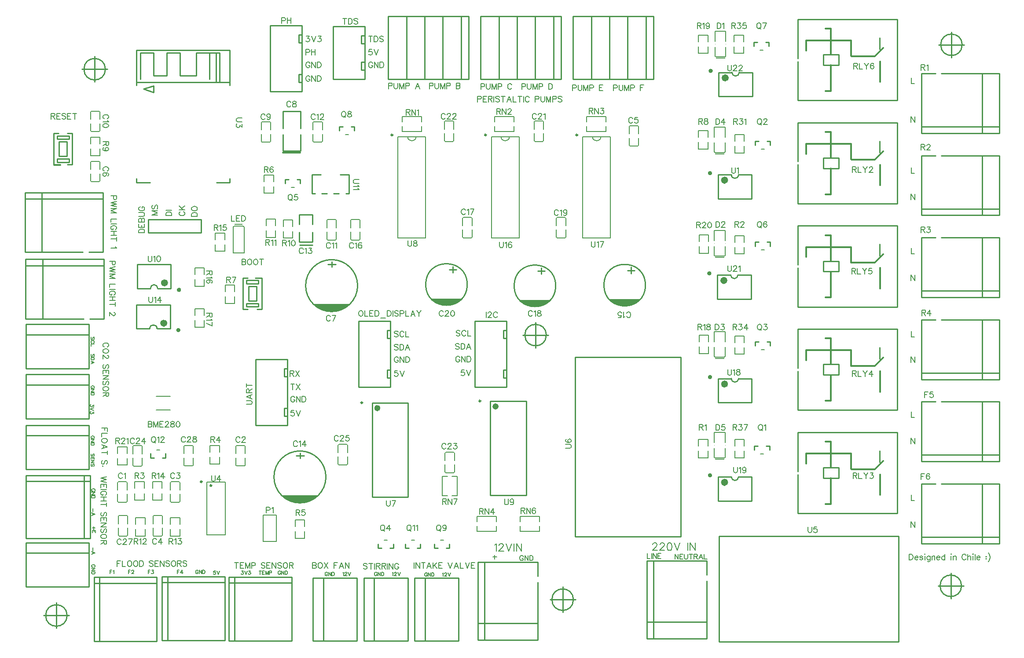
<source format=gto>
G04 Layer: TopSilkLayer*
G04 EasyEDA v6.4.25, 2021-10-12T19:11:13--3:00*
G04 c22c5ad297e649dda918693bc59ac449,3e531cdebb5f4b4d8e7d377dd7e3e81f,10*
G04 Gerber Generator version 0.2*
G04 Scale: 100 percent, Rotated: No, Reflected: No *
G04 Dimensions in millimeters *
G04 leading zeros omitted , absolute positions ,4 integer and 5 decimal *
%FSLAX45Y45*%
%MOMM*%

%ADD11C,0.6000*%
%ADD12C,0.2540*%
%ADD14C,0.4000*%
%ADD56C,0.1524*%
%ADD57C,0.1500*%
%ADD58C,0.2000*%
%ADD59C,0.2581*%
%ADD60C,0.3000*%
%ADD61C,0.2007*%
%ADD62C,0.3302*%
%ADD63C,0.0762*%
%ADD64C,0.7000*%

%LPD*%
D56*
X7454900Y-55790084D02*
G01*
X7454900Y-55899050D01*
X7454900Y-55790084D02*
G01*
X7501636Y-55790084D01*
X7517129Y-55795164D01*
X7522463Y-55800498D01*
X7527543Y-55810911D01*
X7527543Y-55821325D01*
X7522463Y-55831740D01*
X7517129Y-55836820D01*
X7501636Y-55841900D01*
X7454900Y-55841900D01*
X7491222Y-55841900D02*
G01*
X7527543Y-55899050D01*
X7561834Y-55810911D02*
G01*
X7572247Y-55805577D01*
X7587995Y-55790084D01*
X7587995Y-55899050D01*
X7454900Y-57326784D02*
G01*
X7454900Y-57435750D01*
X7454900Y-57326784D02*
G01*
X7501636Y-57326784D01*
X7517129Y-57331864D01*
X7522463Y-57337198D01*
X7527543Y-57347611D01*
X7527543Y-57358025D01*
X7522463Y-57368440D01*
X7517129Y-57373520D01*
X7501636Y-57378600D01*
X7454900Y-57378600D01*
X7491222Y-57378600D02*
G01*
X7527543Y-57435750D01*
X7567168Y-57352691D02*
G01*
X7567168Y-57347611D01*
X7572247Y-57337198D01*
X7577581Y-57331864D01*
X7587995Y-57326784D01*
X7608570Y-57326784D01*
X7618984Y-57331864D01*
X7624318Y-57337198D01*
X7629397Y-57347611D01*
X7629397Y-57358025D01*
X7624318Y-57368440D01*
X7613904Y-57383934D01*
X7561834Y-57435750D01*
X7634731Y-57435750D01*
X7454900Y-58914284D02*
G01*
X7454900Y-59023250D01*
X7454900Y-58914284D02*
G01*
X7501636Y-58914284D01*
X7517129Y-58919364D01*
X7522463Y-58924698D01*
X7527543Y-58935111D01*
X7527543Y-58945525D01*
X7522463Y-58955940D01*
X7517129Y-58961020D01*
X7501636Y-58966100D01*
X7454900Y-58966100D01*
X7491222Y-58966100D02*
G01*
X7527543Y-59023250D01*
X7572247Y-58914284D02*
G01*
X7629397Y-58914284D01*
X7598409Y-58955940D01*
X7613904Y-58955940D01*
X7624318Y-58961020D01*
X7629397Y-58966100D01*
X7634731Y-58981848D01*
X7634731Y-58992261D01*
X7629397Y-59007756D01*
X7618984Y-59018170D01*
X7603490Y-59023250D01*
X7587995Y-59023250D01*
X7572247Y-59018170D01*
X7567168Y-59013090D01*
X7561834Y-59002675D01*
X7467600Y-60514484D02*
G01*
X7467600Y-60623450D01*
X7467600Y-60514484D02*
G01*
X7514336Y-60514484D01*
X7529829Y-60519564D01*
X7535163Y-60524898D01*
X7540243Y-60535311D01*
X7540243Y-60545725D01*
X7535163Y-60556140D01*
X7529829Y-60561220D01*
X7514336Y-60566300D01*
X7467600Y-60566300D01*
X7503922Y-60566300D02*
G01*
X7540243Y-60623450D01*
X7626604Y-60514484D02*
G01*
X7574534Y-60587127D01*
X7652511Y-60587127D01*
X7626604Y-60514484D02*
G01*
X7626604Y-60623450D01*
X7518400Y-62089284D02*
G01*
X7518400Y-62198250D01*
X7518400Y-62089284D02*
G01*
X7585963Y-62089284D01*
X7518400Y-62141100D02*
G01*
X7560056Y-62141100D01*
X7682484Y-62089284D02*
G01*
X7630668Y-62089284D01*
X7625334Y-62136020D01*
X7630668Y-62130940D01*
X7646161Y-62125606D01*
X7661909Y-62125606D01*
X7677404Y-62130940D01*
X7687818Y-62141100D01*
X7692897Y-62156848D01*
X7692897Y-62167261D01*
X7687818Y-62182756D01*
X7677404Y-62193170D01*
X7661909Y-62198250D01*
X7646161Y-62198250D01*
X7630668Y-62193170D01*
X7625334Y-62188090D01*
X7620254Y-62177675D01*
X7454900Y-63664084D02*
G01*
X7454900Y-63773050D01*
X7454900Y-63664084D02*
G01*
X7522463Y-63664084D01*
X7454900Y-63715900D02*
G01*
X7496556Y-63715900D01*
X7618984Y-63679577D02*
G01*
X7613904Y-63669164D01*
X7598409Y-63664084D01*
X7587995Y-63664084D01*
X7572247Y-63669164D01*
X7561834Y-63684911D01*
X7556754Y-63710820D01*
X7556754Y-63736727D01*
X7561834Y-63757556D01*
X7572247Y-63767970D01*
X7587995Y-63773050D01*
X7593075Y-63773050D01*
X7608570Y-63767970D01*
X7618984Y-63757556D01*
X7624318Y-63742061D01*
X7624318Y-63736727D01*
X7618984Y-63721234D01*
X7608570Y-63710820D01*
X7593075Y-63705740D01*
X7587995Y-63705740D01*
X7572247Y-63710820D01*
X7561834Y-63721234D01*
X7556754Y-63736727D01*
X7259198Y-56793386D02*
G01*
X7259198Y-56902352D01*
X7259198Y-56793386D02*
G01*
X7331842Y-56902352D01*
X7331842Y-56793386D02*
G01*
X7331842Y-56902352D01*
X7264400Y-56044084D02*
G01*
X7264400Y-56153050D01*
X7264400Y-56153050D02*
G01*
X7326629Y-56153050D01*
X7264400Y-57771286D02*
G01*
X7264400Y-57880252D01*
X7264400Y-57880252D02*
G01*
X7326629Y-57880252D01*
X7259198Y-58279289D02*
G01*
X7259198Y-58388255D01*
X7259198Y-58279289D02*
G01*
X7331842Y-58388255D01*
X7331842Y-58279289D02*
G01*
X7331842Y-58388255D01*
X7264400Y-59320689D02*
G01*
X7264400Y-59429655D01*
X7264400Y-59429655D02*
G01*
X7326629Y-59429655D01*
X7259198Y-59841391D02*
G01*
X7259198Y-59950357D01*
X7259198Y-59841391D02*
G01*
X7331842Y-59950357D01*
X7331842Y-59841391D02*
G01*
X7331842Y-59950357D01*
X7264400Y-60920881D02*
G01*
X7264400Y-61029847D01*
X7264400Y-61029847D02*
G01*
X7326629Y-61029847D01*
X7259198Y-61416184D02*
G01*
X7259198Y-61525150D01*
X7259198Y-61416184D02*
G01*
X7331842Y-61525150D01*
X7331842Y-61416184D02*
G01*
X7331842Y-61525150D01*
X7264400Y-62470284D02*
G01*
X7264400Y-62579250D01*
X7264400Y-62579250D02*
G01*
X7326629Y-62579250D01*
X7259198Y-62978286D02*
G01*
X7259198Y-63087252D01*
X7259198Y-62978286D02*
G01*
X7331842Y-63087252D01*
X7331842Y-62978286D02*
G01*
X7331842Y-63087252D01*
X7264400Y-64070484D02*
G01*
X7264400Y-64179450D01*
X7264400Y-64179450D02*
G01*
X7326629Y-64179450D01*
X7259198Y-64591184D02*
G01*
X7259198Y-64700150D01*
X7259198Y-64591184D02*
G01*
X7331842Y-64700150D01*
X7331842Y-64591184D02*
G01*
X7331842Y-64700150D01*
X-2794000Y-56145684D02*
G01*
X-2794000Y-56254650D01*
X-2794000Y-56145684D02*
G01*
X-2747263Y-56145684D01*
X-2731770Y-56150764D01*
X-2726436Y-56156098D01*
X-2721355Y-56166511D01*
X-2721355Y-56182006D01*
X-2726436Y-56192420D01*
X-2731770Y-56197500D01*
X-2747263Y-56202834D01*
X-2794000Y-56202834D01*
X-2687065Y-56145684D02*
G01*
X-2687065Y-56223661D01*
X-2681731Y-56239156D01*
X-2671318Y-56249570D01*
X-2655823Y-56254650D01*
X-2645410Y-56254650D01*
X-2629915Y-56249570D01*
X-2619502Y-56239156D01*
X-2614168Y-56223661D01*
X-2614168Y-56145684D01*
X-2579878Y-56145684D02*
G01*
X-2579878Y-56254650D01*
X-2579878Y-56145684D02*
G01*
X-2538476Y-56254650D01*
X-2496820Y-56145684D02*
G01*
X-2538476Y-56254650D01*
X-2496820Y-56145684D02*
G01*
X-2496820Y-56254650D01*
X-2462529Y-56145684D02*
G01*
X-2462529Y-56254650D01*
X-2462529Y-56145684D02*
G01*
X-2415794Y-56145684D01*
X-2400300Y-56150764D01*
X-2394965Y-56156098D01*
X-2389886Y-56166511D01*
X-2389886Y-56182006D01*
X-2394965Y-56192420D01*
X-2400300Y-56197500D01*
X-2415794Y-56202834D01*
X-2462529Y-56202834D01*
X-2233929Y-56145684D02*
G01*
X-2275586Y-56254650D01*
X-2233929Y-56145684D02*
G01*
X-2192273Y-56254650D01*
X-2259837Y-56218327D02*
G01*
X-2208021Y-56218327D01*
X-5816600Y-58698384D02*
G01*
X-5816600Y-58807350D01*
X-5816600Y-58807350D02*
G01*
X-5754370Y-58807350D01*
X-5720079Y-58698384D02*
G01*
X-5720079Y-58807350D01*
X-5720079Y-58698384D02*
G01*
X-5652515Y-58698384D01*
X-5720079Y-58750200D02*
G01*
X-5678423Y-58750200D01*
X-5720079Y-58807350D02*
G01*
X-5652515Y-58807350D01*
X-5618226Y-58698384D02*
G01*
X-5618226Y-58807350D01*
X-5618226Y-58698384D02*
G01*
X-5581650Y-58698384D01*
X-5566155Y-58703464D01*
X-5555742Y-58713877D01*
X-5550662Y-58724291D01*
X-5545328Y-58740040D01*
X-5545328Y-58765948D01*
X-5550662Y-58781441D01*
X-5555742Y-58791856D01*
X-5566155Y-58802270D01*
X-5581650Y-58807350D01*
X-5618226Y-58807350D01*
X-7595615Y-59029600D02*
G01*
X-7486650Y-59029600D01*
X-7595615Y-59029600D02*
G01*
X-7595615Y-58993277D01*
X-7590536Y-58977529D01*
X-7580121Y-58967370D01*
X-7569708Y-58962036D01*
X-7553960Y-58956956D01*
X-7528052Y-58956956D01*
X-7512558Y-58962036D01*
X-7502144Y-58967370D01*
X-7491729Y-58977529D01*
X-7486650Y-58993277D01*
X-7486650Y-59029600D01*
X-7595615Y-58922666D02*
G01*
X-7486650Y-58922666D01*
X-7595615Y-58922666D02*
G01*
X-7595615Y-58855102D01*
X-7543800Y-58922666D02*
G01*
X-7543800Y-58881009D01*
X-7486650Y-58922666D02*
G01*
X-7486650Y-58855102D01*
X-7595615Y-58820811D02*
G01*
X-7486650Y-58820811D01*
X-7595615Y-58820811D02*
G01*
X-7595615Y-58774075D01*
X-7590536Y-58758327D01*
X-7585202Y-58753248D01*
X-7574787Y-58747914D01*
X-7564373Y-58747914D01*
X-7553960Y-58753248D01*
X-7548879Y-58758327D01*
X-7543800Y-58774075D01*
X-7543800Y-58820811D02*
G01*
X-7543800Y-58774075D01*
X-7538465Y-58758327D01*
X-7533386Y-58753248D01*
X-7522971Y-58747914D01*
X-7507223Y-58747914D01*
X-7496810Y-58753248D01*
X-7491729Y-58758327D01*
X-7486650Y-58774075D01*
X-7486650Y-58820811D01*
X-7595615Y-58713624D02*
G01*
X-7517637Y-58713624D01*
X-7502144Y-58708543D01*
X-7491729Y-58698129D01*
X-7486650Y-58682636D01*
X-7486650Y-58672222D01*
X-7491729Y-58656474D01*
X-7502144Y-58646059D01*
X-7517637Y-58640979D01*
X-7595615Y-58640979D01*
X-7569708Y-58528711D02*
G01*
X-7580121Y-58534046D01*
X-7590536Y-58544459D01*
X-7595615Y-58554620D01*
X-7595615Y-58575448D01*
X-7590536Y-58585861D01*
X-7580121Y-58596275D01*
X-7569708Y-58601609D01*
X-7553960Y-58606690D01*
X-7528052Y-58606690D01*
X-7512558Y-58601609D01*
X-7502144Y-58596275D01*
X-7491729Y-58585861D01*
X-7486650Y-58575448D01*
X-7486650Y-58554620D01*
X-7491729Y-58544459D01*
X-7502144Y-58534046D01*
X-7512558Y-58528711D01*
X-7528052Y-58528711D01*
X-7528052Y-58554620D02*
G01*
X-7528052Y-58528711D01*
X-7341615Y-58686700D02*
G01*
X-7232650Y-58686700D01*
X-7341615Y-58686700D02*
G01*
X-7232650Y-58645043D01*
X-7341615Y-58603641D02*
G01*
X-7232650Y-58645043D01*
X-7341615Y-58603641D02*
G01*
X-7232650Y-58603641D01*
X-7326121Y-58496454D02*
G01*
X-7336536Y-58506868D01*
X-7341615Y-58522616D01*
X-7341615Y-58543190D01*
X-7336536Y-58558938D01*
X-7326121Y-58569352D01*
X-7315708Y-58569352D01*
X-7305294Y-58564018D01*
X-7299960Y-58558938D01*
X-7294879Y-58548524D01*
X-7284465Y-58517281D01*
X-7279386Y-58506868D01*
X-7274052Y-58501788D01*
X-7263637Y-58496454D01*
X-7248144Y-58496454D01*
X-7237729Y-58506868D01*
X-7232650Y-58522616D01*
X-7232650Y-58543190D01*
X-7237729Y-58558938D01*
X-7248144Y-58569352D01*
X-7074915Y-58699400D02*
G01*
X-6965950Y-58699400D01*
X-7074915Y-58699400D02*
G01*
X-7074915Y-58663077D01*
X-7069836Y-58647329D01*
X-7059421Y-58637170D01*
X-7049008Y-58631836D01*
X-7033260Y-58626756D01*
X-7007352Y-58626756D01*
X-6991858Y-58631836D01*
X-6981444Y-58637170D01*
X-6971029Y-58647329D01*
X-6965950Y-58663077D01*
X-6965950Y-58699400D01*
X-7074915Y-58592466D02*
G01*
X-6965950Y-58592466D01*
X-6795008Y-58621422D02*
G01*
X-6805421Y-58626756D01*
X-6815836Y-58637170D01*
X-6820915Y-58647329D01*
X-6820915Y-58668158D01*
X-6815836Y-58678572D01*
X-6805421Y-58688986D01*
X-6795008Y-58694320D01*
X-6779260Y-58699400D01*
X-6753352Y-58699400D01*
X-6737858Y-58694320D01*
X-6727444Y-58688986D01*
X-6717029Y-58678572D01*
X-6711950Y-58668158D01*
X-6711950Y-58647329D01*
X-6717029Y-58637170D01*
X-6727444Y-58626756D01*
X-6737858Y-58621422D01*
X-6820915Y-58587131D02*
G01*
X-6711950Y-58587131D01*
X-6820915Y-58514488D02*
G01*
X-6748271Y-58587131D01*
X-6774179Y-58561224D02*
G01*
X-6711950Y-58514488D01*
X-6579615Y-58712100D02*
G01*
X-6470650Y-58712100D01*
X-6579615Y-58712100D02*
G01*
X-6579615Y-58675777D01*
X-6574536Y-58660029D01*
X-6564121Y-58649870D01*
X-6553708Y-58644536D01*
X-6537960Y-58639456D01*
X-6512052Y-58639456D01*
X-6496557Y-58644536D01*
X-6486144Y-58649870D01*
X-6475729Y-58660029D01*
X-6470650Y-58675777D01*
X-6470650Y-58712100D01*
X-6579615Y-58573924D02*
G01*
X-6574536Y-58584338D01*
X-6564121Y-58594752D01*
X-6553708Y-58599831D01*
X-6537960Y-58605166D01*
X-6512052Y-58605166D01*
X-6496557Y-58599831D01*
X-6486144Y-58594752D01*
X-6475729Y-58584338D01*
X-6470650Y-58573924D01*
X-6470650Y-58553096D01*
X-6475729Y-58542681D01*
X-6486144Y-58532268D01*
X-6496557Y-58527188D01*
X-6512052Y-58521854D01*
X-6537960Y-58521854D01*
X-6553708Y-58527188D01*
X-6564121Y-58532268D01*
X-6574536Y-58542681D01*
X-6579615Y-58553096D01*
X-6579615Y-58573924D01*
X-2006600Y-56145684D02*
G01*
X-2006600Y-56254650D01*
X-2006600Y-56145684D02*
G01*
X-1959863Y-56145684D01*
X-1944370Y-56150764D01*
X-1939036Y-56156098D01*
X-1933955Y-56166511D01*
X-1933955Y-56182006D01*
X-1939036Y-56192420D01*
X-1944370Y-56197500D01*
X-1959863Y-56202834D01*
X-2006600Y-56202834D01*
X-1899665Y-56145684D02*
G01*
X-1899665Y-56223661D01*
X-1894331Y-56239156D01*
X-1883918Y-56249570D01*
X-1868423Y-56254650D01*
X-1858010Y-56254650D01*
X-1842515Y-56249570D01*
X-1832102Y-56239156D01*
X-1826768Y-56223661D01*
X-1826768Y-56145684D01*
X-1792478Y-56145684D02*
G01*
X-1792478Y-56254650D01*
X-1792478Y-56145684D02*
G01*
X-1751076Y-56254650D01*
X-1709420Y-56145684D02*
G01*
X-1751076Y-56254650D01*
X-1709420Y-56145684D02*
G01*
X-1709420Y-56254650D01*
X-1675129Y-56145684D02*
G01*
X-1675129Y-56254650D01*
X-1675129Y-56145684D02*
G01*
X-1628394Y-56145684D01*
X-1612900Y-56150764D01*
X-1607565Y-56156098D01*
X-1602486Y-56166511D01*
X-1602486Y-56182006D01*
X-1607565Y-56192420D01*
X-1612900Y-56197500D01*
X-1628394Y-56202834D01*
X-1675129Y-56202834D01*
X-1488186Y-56145684D02*
G01*
X-1488186Y-56254650D01*
X-1488186Y-56145684D02*
G01*
X-1441450Y-56145684D01*
X-1425702Y-56150764D01*
X-1420621Y-56156098D01*
X-1415287Y-56166511D01*
X-1415287Y-56176925D01*
X-1420621Y-56187340D01*
X-1425702Y-56192420D01*
X-1441450Y-56197500D01*
X-1488186Y-56197500D02*
G01*
X-1441450Y-56197500D01*
X-1425702Y-56202834D01*
X-1420621Y-56207914D01*
X-1415287Y-56218327D01*
X-1415287Y-56234075D01*
X-1420621Y-56244490D01*
X-1425702Y-56249570D01*
X-1441450Y-56254650D01*
X-1488186Y-56254650D01*
X-1016000Y-56158384D02*
G01*
X-1016000Y-56267350D01*
X-1016000Y-56158384D02*
G01*
X-969263Y-56158384D01*
X-953770Y-56163464D01*
X-948436Y-56168798D01*
X-943355Y-56179211D01*
X-943355Y-56194706D01*
X-948436Y-56205120D01*
X-953770Y-56210200D01*
X-969263Y-56215534D01*
X-1016000Y-56215534D01*
X-909065Y-56158384D02*
G01*
X-909065Y-56236361D01*
X-903731Y-56251856D01*
X-893318Y-56262270D01*
X-877823Y-56267350D01*
X-867410Y-56267350D01*
X-851915Y-56262270D01*
X-841502Y-56251856D01*
X-836168Y-56236361D01*
X-836168Y-56158384D01*
X-801878Y-56158384D02*
G01*
X-801878Y-56267350D01*
X-801878Y-56158384D02*
G01*
X-760476Y-56267350D01*
X-718820Y-56158384D02*
G01*
X-760476Y-56267350D01*
X-718820Y-56158384D02*
G01*
X-718820Y-56267350D01*
X-684529Y-56158384D02*
G01*
X-684529Y-56267350D01*
X-684529Y-56158384D02*
G01*
X-637794Y-56158384D01*
X-622300Y-56163464D01*
X-616965Y-56168798D01*
X-611886Y-56179211D01*
X-611886Y-56194706D01*
X-616965Y-56205120D01*
X-622300Y-56210200D01*
X-637794Y-56215534D01*
X-684529Y-56215534D01*
X-419607Y-56184291D02*
G01*
X-424687Y-56173877D01*
X-435102Y-56163464D01*
X-445515Y-56158384D01*
X-466344Y-56158384D01*
X-476757Y-56163464D01*
X-487171Y-56173877D01*
X-492252Y-56184291D01*
X-497586Y-56200040D01*
X-497586Y-56225948D01*
X-492252Y-56241441D01*
X-487171Y-56251856D01*
X-476757Y-56262270D01*
X-466344Y-56267350D01*
X-445515Y-56267350D01*
X-435102Y-56262270D01*
X-424687Y-56251856D01*
X-419607Y-56241441D01*
X-228600Y-56158384D02*
G01*
X-228600Y-56267350D01*
X-228600Y-56158384D02*
G01*
X-181863Y-56158384D01*
X-166370Y-56163464D01*
X-161036Y-56168798D01*
X-155955Y-56179211D01*
X-155955Y-56194706D01*
X-161036Y-56205120D01*
X-166370Y-56210200D01*
X-181863Y-56215534D01*
X-228600Y-56215534D01*
X-121665Y-56158384D02*
G01*
X-121665Y-56236361D01*
X-116331Y-56251856D01*
X-105918Y-56262270D01*
X-90423Y-56267350D01*
X-80010Y-56267350D01*
X-64515Y-56262270D01*
X-54102Y-56251856D01*
X-48768Y-56236361D01*
X-48768Y-56158384D01*
X-14478Y-56158384D02*
G01*
X-14478Y-56267350D01*
X-14478Y-56158384D02*
G01*
X26923Y-56267350D01*
X68579Y-56158384D02*
G01*
X26923Y-56267350D01*
X68579Y-56158384D02*
G01*
X68579Y-56267350D01*
X102870Y-56158384D02*
G01*
X102870Y-56267350D01*
X102870Y-56158384D02*
G01*
X149605Y-56158384D01*
X165100Y-56163464D01*
X170434Y-56168798D01*
X175513Y-56179211D01*
X175513Y-56194706D01*
X170434Y-56205120D01*
X165100Y-56210200D01*
X149605Y-56215534D01*
X102870Y-56215534D01*
X289813Y-56158384D02*
G01*
X289813Y-56267350D01*
X289813Y-56158384D02*
G01*
X326389Y-56158384D01*
X341884Y-56163464D01*
X352297Y-56173877D01*
X357378Y-56184291D01*
X362712Y-56200040D01*
X362712Y-56225948D01*
X357378Y-56241441D01*
X352297Y-56251856D01*
X341884Y-56262270D01*
X326389Y-56267350D01*
X289813Y-56267350D01*
X749300Y-56183784D02*
G01*
X749300Y-56292750D01*
X749300Y-56183784D02*
G01*
X796036Y-56183784D01*
X811529Y-56188864D01*
X816863Y-56194198D01*
X821944Y-56204611D01*
X821944Y-56220106D01*
X816863Y-56230520D01*
X811529Y-56235600D01*
X796036Y-56240934D01*
X749300Y-56240934D01*
X856234Y-56183784D02*
G01*
X856234Y-56261761D01*
X861568Y-56277256D01*
X871981Y-56287670D01*
X887476Y-56292750D01*
X897889Y-56292750D01*
X913384Y-56287670D01*
X923797Y-56277256D01*
X929131Y-56261761D01*
X929131Y-56183784D01*
X963421Y-56183784D02*
G01*
X963421Y-56292750D01*
X963421Y-56183784D02*
G01*
X1004823Y-56292750D01*
X1046479Y-56183784D02*
G01*
X1004823Y-56292750D01*
X1046479Y-56183784D02*
G01*
X1046479Y-56292750D01*
X1080770Y-56183784D02*
G01*
X1080770Y-56292750D01*
X1080770Y-56183784D02*
G01*
X1127505Y-56183784D01*
X1143000Y-56188864D01*
X1148334Y-56194198D01*
X1153413Y-56204611D01*
X1153413Y-56220106D01*
X1148334Y-56230520D01*
X1143000Y-56235600D01*
X1127505Y-56240934D01*
X1080770Y-56240934D01*
X1267713Y-56183784D02*
G01*
X1267713Y-56292750D01*
X1267713Y-56183784D02*
G01*
X1335278Y-56183784D01*
X1267713Y-56235600D02*
G01*
X1309370Y-56235600D01*
X1267713Y-56292750D02*
G01*
X1335278Y-56292750D01*
X1536700Y-56183784D02*
G01*
X1536700Y-56292750D01*
X1536700Y-56183784D02*
G01*
X1583436Y-56183784D01*
X1598929Y-56188864D01*
X1604263Y-56194198D01*
X1609344Y-56204611D01*
X1609344Y-56220106D01*
X1604263Y-56230520D01*
X1598929Y-56235600D01*
X1583436Y-56240934D01*
X1536700Y-56240934D01*
X1643634Y-56183784D02*
G01*
X1643634Y-56261761D01*
X1648968Y-56277256D01*
X1659381Y-56287670D01*
X1674876Y-56292750D01*
X1685289Y-56292750D01*
X1700784Y-56287670D01*
X1711197Y-56277256D01*
X1716531Y-56261761D01*
X1716531Y-56183784D01*
X1750821Y-56183784D02*
G01*
X1750821Y-56292750D01*
X1750821Y-56183784D02*
G01*
X1792223Y-56292750D01*
X1833879Y-56183784D02*
G01*
X1792223Y-56292750D01*
X1833879Y-56183784D02*
G01*
X1833879Y-56292750D01*
X1868170Y-56183784D02*
G01*
X1868170Y-56292750D01*
X1868170Y-56183784D02*
G01*
X1914905Y-56183784D01*
X1930400Y-56188864D01*
X1935734Y-56194198D01*
X1940813Y-56204611D01*
X1940813Y-56220106D01*
X1935734Y-56230520D01*
X1930400Y-56235600D01*
X1914905Y-56240934D01*
X1868170Y-56240934D01*
X2055113Y-56183784D02*
G01*
X2055113Y-56292750D01*
X2055113Y-56183784D02*
G01*
X2122677Y-56183784D01*
X2055113Y-56235600D02*
G01*
X2096770Y-56235600D01*
X-4686300Y-61682884D02*
G01*
X-4686300Y-61791850D01*
X-4686300Y-61682884D02*
G01*
X-4639563Y-61682884D01*
X-4624070Y-61687964D01*
X-4618736Y-61693298D01*
X-4613655Y-61703711D01*
X-4613655Y-61714125D01*
X-4618736Y-61724540D01*
X-4624070Y-61729620D01*
X-4639563Y-61734700D01*
X-4686300Y-61734700D01*
X-4649978Y-61734700D02*
G01*
X-4613655Y-61791850D01*
X-4579365Y-61682884D02*
G01*
X-4506468Y-61791850D01*
X-4506468Y-61682884D02*
G01*
X-4579365Y-61791850D01*
X-4637278Y-61936884D02*
G01*
X-4637278Y-62045850D01*
X-4673600Y-61936884D02*
G01*
X-4600955Y-61936884D01*
X-4566665Y-61936884D02*
G01*
X-4493768Y-62045850D01*
X-4493768Y-61936884D02*
G01*
X-4566665Y-62045850D01*
X-4611370Y-62444884D02*
G01*
X-4663186Y-62444884D01*
X-4668520Y-62491620D01*
X-4663186Y-62486540D01*
X-4647692Y-62481206D01*
X-4631944Y-62481206D01*
X-4616450Y-62486540D01*
X-4606036Y-62496700D01*
X-4600955Y-62512448D01*
X-4600955Y-62522861D01*
X-4606036Y-62538356D01*
X-4616450Y-62548770D01*
X-4631944Y-62553850D01*
X-4647692Y-62553850D01*
X-4663186Y-62548770D01*
X-4668520Y-62543690D01*
X-4673600Y-62533275D01*
X-4566665Y-62444884D02*
G01*
X-4525010Y-62553850D01*
X-4483354Y-62444884D02*
G01*
X-4525010Y-62553850D01*
X-4595621Y-62204091D02*
G01*
X-4600955Y-62193677D01*
X-4611370Y-62183264D01*
X-4621529Y-62178184D01*
X-4642357Y-62178184D01*
X-4652771Y-62183264D01*
X-4663186Y-62193677D01*
X-4668520Y-62204091D01*
X-4673600Y-62219840D01*
X-4673600Y-62245748D01*
X-4668520Y-62261241D01*
X-4663186Y-62271656D01*
X-4652771Y-62282070D01*
X-4642357Y-62287150D01*
X-4621529Y-62287150D01*
X-4611370Y-62282070D01*
X-4600955Y-62271656D01*
X-4595621Y-62261241D01*
X-4595621Y-62245748D01*
X-4621529Y-62245748D02*
G01*
X-4595621Y-62245748D01*
X-4561331Y-62178184D02*
G01*
X-4561331Y-62287150D01*
X-4561331Y-62178184D02*
G01*
X-4488687Y-62287150D01*
X-4488687Y-62178184D02*
G01*
X-4488687Y-62287150D01*
X-4454397Y-62178184D02*
G01*
X-4454397Y-62287150D01*
X-4454397Y-62178184D02*
G01*
X-4418076Y-62178184D01*
X-4402328Y-62183264D01*
X-4391913Y-62193677D01*
X-4386834Y-62204091D01*
X-4381500Y-62219840D01*
X-4381500Y-62245748D01*
X-4386834Y-62261241D01*
X-4391913Y-62271656D01*
X-4402328Y-62282070D01*
X-4418076Y-62287150D01*
X-4454397Y-62287150D01*
X-2607055Y-60936377D02*
G01*
X-2617470Y-60925964D01*
X-2632963Y-60920884D01*
X-2653792Y-60920884D01*
X-2669286Y-60925964D01*
X-2679700Y-60936377D01*
X-2679700Y-60946791D01*
X-2674620Y-60957206D01*
X-2669286Y-60962540D01*
X-2658871Y-60967620D01*
X-2627629Y-60978034D01*
X-2617470Y-60983114D01*
X-2612136Y-60988448D01*
X-2607055Y-60998861D01*
X-2607055Y-61014356D01*
X-2617470Y-61024770D01*
X-2632963Y-61029850D01*
X-2653792Y-61029850D01*
X-2669286Y-61024770D01*
X-2679700Y-61014356D01*
X-2494787Y-60946791D02*
G01*
X-2499868Y-60936377D01*
X-2510281Y-60925964D01*
X-2520695Y-60920884D01*
X-2541523Y-60920884D01*
X-2551937Y-60925964D01*
X-2562352Y-60936377D01*
X-2567431Y-60946791D01*
X-2572765Y-60962540D01*
X-2572765Y-60988448D01*
X-2567431Y-61003941D01*
X-2562352Y-61014356D01*
X-2551937Y-61024770D01*
X-2541523Y-61029850D01*
X-2520695Y-61029850D01*
X-2510281Y-61024770D01*
X-2499868Y-61014356D01*
X-2494787Y-61003941D01*
X-2460497Y-60920884D02*
G01*
X-2460497Y-61029850D01*
X-2460497Y-61029850D02*
G01*
X-2398013Y-61029850D01*
X-2607055Y-61190377D02*
G01*
X-2617470Y-61179964D01*
X-2632963Y-61174884D01*
X-2653792Y-61174884D01*
X-2669286Y-61179964D01*
X-2679700Y-61190377D01*
X-2679700Y-61200791D01*
X-2674620Y-61211206D01*
X-2669286Y-61216540D01*
X-2658871Y-61221620D01*
X-2627629Y-61232034D01*
X-2617470Y-61237114D01*
X-2612136Y-61242448D01*
X-2607055Y-61252861D01*
X-2607055Y-61268356D01*
X-2617470Y-61278770D01*
X-2632963Y-61283850D01*
X-2653792Y-61283850D01*
X-2669286Y-61278770D01*
X-2679700Y-61268356D01*
X-2572765Y-61174884D02*
G01*
X-2572765Y-61283850D01*
X-2572765Y-61174884D02*
G01*
X-2536189Y-61174884D01*
X-2520695Y-61179964D01*
X-2510281Y-61190377D01*
X-2505202Y-61200791D01*
X-2499868Y-61216540D01*
X-2499868Y-61242448D01*
X-2505202Y-61257941D01*
X-2510281Y-61268356D01*
X-2520695Y-61278770D01*
X-2536189Y-61283850D01*
X-2572765Y-61283850D01*
X-2424176Y-61174884D02*
G01*
X-2465578Y-61283850D01*
X-2424176Y-61174884D02*
G01*
X-2382520Y-61283850D01*
X-2450084Y-61247527D02*
G01*
X-2398013Y-61247527D01*
X-2601721Y-61442091D02*
G01*
X-2607055Y-61431677D01*
X-2617470Y-61421264D01*
X-2627629Y-61416184D01*
X-2648457Y-61416184D01*
X-2658871Y-61421264D01*
X-2669286Y-61431677D01*
X-2674620Y-61442091D01*
X-2679700Y-61457840D01*
X-2679700Y-61483748D01*
X-2674620Y-61499241D01*
X-2669286Y-61509656D01*
X-2658871Y-61520070D01*
X-2648457Y-61525150D01*
X-2627629Y-61525150D01*
X-2617470Y-61520070D01*
X-2607055Y-61509656D01*
X-2601721Y-61499241D01*
X-2601721Y-61483748D01*
X-2627629Y-61483748D02*
G01*
X-2601721Y-61483748D01*
X-2567431Y-61416184D02*
G01*
X-2567431Y-61525150D01*
X-2567431Y-61416184D02*
G01*
X-2494787Y-61525150D01*
X-2494787Y-61416184D02*
G01*
X-2494787Y-61525150D01*
X-2460497Y-61416184D02*
G01*
X-2460497Y-61525150D01*
X-2460497Y-61416184D02*
G01*
X-2424176Y-61416184D01*
X-2408428Y-61421264D01*
X-2398013Y-61431677D01*
X-2392934Y-61442091D01*
X-2387600Y-61457840D01*
X-2387600Y-61483748D01*
X-2392934Y-61499241D01*
X-2398013Y-61509656D01*
X-2408428Y-61520070D01*
X-2424176Y-61525150D01*
X-2460497Y-61525150D01*
X-2617470Y-61682884D02*
G01*
X-2669286Y-61682884D01*
X-2674620Y-61729620D01*
X-2669286Y-61724540D01*
X-2653792Y-61719206D01*
X-2638044Y-61719206D01*
X-2622550Y-61724540D01*
X-2612136Y-61734700D01*
X-2607055Y-61750448D01*
X-2607055Y-61760861D01*
X-2612136Y-61776356D01*
X-2622550Y-61786770D01*
X-2638044Y-61791850D01*
X-2653792Y-61791850D01*
X-2669286Y-61786770D01*
X-2674620Y-61781690D01*
X-2679700Y-61771275D01*
X-2572765Y-61682884D02*
G01*
X-2531110Y-61791850D01*
X-2489454Y-61682884D02*
G01*
X-2531110Y-61791850D01*
X-1415544Y-60923677D02*
G01*
X-1425958Y-60913264D01*
X-1441452Y-60908184D01*
X-1462280Y-60908184D01*
X-1477774Y-60913264D01*
X-1488188Y-60923677D01*
X-1488188Y-60934091D01*
X-1483108Y-60944506D01*
X-1477774Y-60949840D01*
X-1467360Y-60954920D01*
X-1436118Y-60965334D01*
X-1425958Y-60970414D01*
X-1420624Y-60975748D01*
X-1415544Y-60986161D01*
X-1415544Y-61001656D01*
X-1425958Y-61012070D01*
X-1441452Y-61017150D01*
X-1462280Y-61017150D01*
X-1477774Y-61012070D01*
X-1488188Y-61001656D01*
X-1303276Y-60934091D02*
G01*
X-1308356Y-60923677D01*
X-1318770Y-60913264D01*
X-1329184Y-60908184D01*
X-1350012Y-60908184D01*
X-1360426Y-60913264D01*
X-1370840Y-60923677D01*
X-1375920Y-60934091D01*
X-1381254Y-60949840D01*
X-1381254Y-60975748D01*
X-1375920Y-60991241D01*
X-1370840Y-61001656D01*
X-1360426Y-61012070D01*
X-1350012Y-61017150D01*
X-1329184Y-61017150D01*
X-1318770Y-61012070D01*
X-1308356Y-61001656D01*
X-1303276Y-60991241D01*
X-1268986Y-60908184D02*
G01*
X-1268986Y-61017150D01*
X-1268986Y-61017150D02*
G01*
X-1206502Y-61017150D01*
X-1431036Y-61177677D02*
G01*
X-1441450Y-61167264D01*
X-1456944Y-61162184D01*
X-1477771Y-61162184D01*
X-1493265Y-61167264D01*
X-1503679Y-61177677D01*
X-1503679Y-61188091D01*
X-1498600Y-61198506D01*
X-1493265Y-61203840D01*
X-1482852Y-61208920D01*
X-1451610Y-61219334D01*
X-1441450Y-61224414D01*
X-1436115Y-61229748D01*
X-1431036Y-61240161D01*
X-1431036Y-61255656D01*
X-1441450Y-61266070D01*
X-1456944Y-61271150D01*
X-1477771Y-61271150D01*
X-1493265Y-61266070D01*
X-1503679Y-61255656D01*
X-1396745Y-61162184D02*
G01*
X-1396745Y-61271150D01*
X-1396745Y-61162184D02*
G01*
X-1360170Y-61162184D01*
X-1344676Y-61167264D01*
X-1334262Y-61177677D01*
X-1329181Y-61188091D01*
X-1323847Y-61203840D01*
X-1323847Y-61229748D01*
X-1329181Y-61245241D01*
X-1334262Y-61255656D01*
X-1344676Y-61266070D01*
X-1360170Y-61271150D01*
X-1396745Y-61271150D01*
X-1248155Y-61162184D02*
G01*
X-1289557Y-61271150D01*
X-1248155Y-61162184D02*
G01*
X-1206500Y-61271150D01*
X-1274063Y-61234827D02*
G01*
X-1221994Y-61234827D01*
X-1420621Y-61429391D02*
G01*
X-1425955Y-61418977D01*
X-1436370Y-61408564D01*
X-1446529Y-61403484D01*
X-1467357Y-61403484D01*
X-1477771Y-61408564D01*
X-1488186Y-61418977D01*
X-1493520Y-61429391D01*
X-1498600Y-61445140D01*
X-1498600Y-61471048D01*
X-1493520Y-61486541D01*
X-1488186Y-61496956D01*
X-1477771Y-61507370D01*
X-1467357Y-61512450D01*
X-1446529Y-61512450D01*
X-1436370Y-61507370D01*
X-1425955Y-61496956D01*
X-1420621Y-61486541D01*
X-1420621Y-61471048D01*
X-1446529Y-61471048D02*
G01*
X-1420621Y-61471048D01*
X-1386331Y-61403484D02*
G01*
X-1386331Y-61512450D01*
X-1386331Y-61403484D02*
G01*
X-1313687Y-61512450D01*
X-1313687Y-61403484D02*
G01*
X-1313687Y-61512450D01*
X-1279397Y-61403484D02*
G01*
X-1279397Y-61512450D01*
X-1279397Y-61403484D02*
G01*
X-1243076Y-61403484D01*
X-1227328Y-61408564D01*
X-1216913Y-61418977D01*
X-1211834Y-61429391D01*
X-1206500Y-61445140D01*
X-1206500Y-61471048D01*
X-1211834Y-61486541D01*
X-1216913Y-61496956D01*
X-1227328Y-61507370D01*
X-1243076Y-61512450D01*
X-1279397Y-61512450D01*
X-1334515Y-61670184D02*
G01*
X-1386331Y-61670184D01*
X-1391665Y-61716920D01*
X-1386331Y-61711840D01*
X-1370837Y-61706506D01*
X-1355089Y-61706506D01*
X-1339595Y-61711840D01*
X-1329181Y-61722000D01*
X-1324102Y-61737748D01*
X-1324102Y-61748161D01*
X-1329181Y-61763656D01*
X-1339595Y-61774070D01*
X-1355089Y-61779150D01*
X-1370837Y-61779150D01*
X-1386331Y-61774070D01*
X-1391665Y-61768990D01*
X-1396745Y-61758575D01*
X-1289812Y-61670184D02*
G01*
X-1248155Y-61779150D01*
X-1206500Y-61670184D02*
G01*
X-1248155Y-61779150D01*
X-4371086Y-55243984D02*
G01*
X-4313936Y-55243984D01*
X-4345178Y-55285640D01*
X-4329429Y-55285640D01*
X-4319270Y-55290720D01*
X-4313936Y-55295800D01*
X-4308855Y-55311548D01*
X-4308855Y-55321961D01*
X-4313936Y-55337456D01*
X-4324350Y-55347870D01*
X-4339844Y-55352950D01*
X-4355592Y-55352950D01*
X-4371086Y-55347870D01*
X-4376420Y-55342790D01*
X-4381500Y-55332375D01*
X-4274565Y-55243984D02*
G01*
X-4232910Y-55352950D01*
X-4191254Y-55243984D02*
G01*
X-4232910Y-55352950D01*
X-4146550Y-55243984D02*
G01*
X-4089400Y-55243984D01*
X-4120642Y-55285640D01*
X-4105147Y-55285640D01*
X-4094734Y-55290720D01*
X-4089400Y-55295800D01*
X-4084320Y-55311548D01*
X-4084320Y-55321961D01*
X-4089400Y-55337456D01*
X-4099813Y-55347870D01*
X-4115562Y-55352950D01*
X-4131055Y-55352950D01*
X-4146550Y-55347870D01*
X-4151884Y-55342790D01*
X-4156963Y-55332375D01*
X-4381500Y-55497984D02*
G01*
X-4381500Y-55606950D01*
X-4381500Y-55497984D02*
G01*
X-4334763Y-55497984D01*
X-4319270Y-55503064D01*
X-4313936Y-55508398D01*
X-4308855Y-55518811D01*
X-4308855Y-55534306D01*
X-4313936Y-55544720D01*
X-4319270Y-55549800D01*
X-4334763Y-55555134D01*
X-4381500Y-55555134D01*
X-4274565Y-55497984D02*
G01*
X-4274565Y-55606950D01*
X-4201668Y-55497984D02*
G01*
X-4201668Y-55606950D01*
X-4274565Y-55549800D02*
G01*
X-4201668Y-55549800D01*
X-4303521Y-55765191D02*
G01*
X-4308855Y-55754777D01*
X-4319270Y-55744364D01*
X-4329429Y-55739284D01*
X-4350257Y-55739284D01*
X-4360671Y-55744364D01*
X-4371086Y-55754777D01*
X-4376420Y-55765191D01*
X-4381500Y-55780940D01*
X-4381500Y-55806848D01*
X-4376420Y-55822341D01*
X-4371086Y-55832756D01*
X-4360671Y-55843170D01*
X-4350257Y-55848250D01*
X-4329429Y-55848250D01*
X-4319270Y-55843170D01*
X-4308855Y-55832756D01*
X-4303521Y-55822341D01*
X-4303521Y-55806848D01*
X-4329429Y-55806848D02*
G01*
X-4303521Y-55806848D01*
X-4269231Y-55739284D02*
G01*
X-4269231Y-55848250D01*
X-4269231Y-55739284D02*
G01*
X-4196587Y-55848250D01*
X-4196587Y-55739284D02*
G01*
X-4196587Y-55848250D01*
X-4162297Y-55739284D02*
G01*
X-4162297Y-55848250D01*
X-4162297Y-55739284D02*
G01*
X-4125976Y-55739284D01*
X-4110228Y-55744364D01*
X-4099813Y-55754777D01*
X-4094734Y-55765191D01*
X-4089400Y-55780940D01*
X-4089400Y-55806848D01*
X-4094734Y-55822341D01*
X-4099813Y-55832756D01*
X-4110228Y-55843170D01*
X-4125976Y-55848250D01*
X-4162297Y-55848250D01*
X-4303521Y-56031891D02*
G01*
X-4308855Y-56021477D01*
X-4319270Y-56011064D01*
X-4329429Y-56005984D01*
X-4350257Y-56005984D01*
X-4360671Y-56011064D01*
X-4371086Y-56021477D01*
X-4376420Y-56031891D01*
X-4381500Y-56047640D01*
X-4381500Y-56073548D01*
X-4376420Y-56089041D01*
X-4371086Y-56099456D01*
X-4360671Y-56109870D01*
X-4350257Y-56114950D01*
X-4329429Y-56114950D01*
X-4319270Y-56109870D01*
X-4308855Y-56099456D01*
X-4303521Y-56089041D01*
X-4303521Y-56073548D01*
X-4329429Y-56073548D02*
G01*
X-4303521Y-56073548D01*
X-4269231Y-56005984D02*
G01*
X-4269231Y-56114950D01*
X-4269231Y-56005984D02*
G01*
X-4196587Y-56114950D01*
X-4196587Y-56005984D02*
G01*
X-4196587Y-56114950D01*
X-4162297Y-56005984D02*
G01*
X-4162297Y-56114950D01*
X-4162297Y-56005984D02*
G01*
X-4125976Y-56005984D01*
X-4110228Y-56011064D01*
X-4099813Y-56021477D01*
X-4094734Y-56031891D01*
X-4089400Y-56047640D01*
X-4089400Y-56073548D01*
X-4094734Y-56089041D01*
X-4099813Y-56099456D01*
X-4110228Y-56109870D01*
X-4125976Y-56114950D01*
X-4162297Y-56114950D01*
X-3138678Y-55243984D02*
G01*
X-3138678Y-55352950D01*
X-3175000Y-55243984D02*
G01*
X-3102355Y-55243984D01*
X-3068065Y-55243984D02*
G01*
X-3068065Y-55352950D01*
X-3068065Y-55243984D02*
G01*
X-3031489Y-55243984D01*
X-3015995Y-55249064D01*
X-3005581Y-55259477D01*
X-3000502Y-55269891D01*
X-2995168Y-55285640D01*
X-2995168Y-55311548D01*
X-3000502Y-55327041D01*
X-3005581Y-55337456D01*
X-3015995Y-55347870D01*
X-3031489Y-55352950D01*
X-3068065Y-55352950D01*
X-2888234Y-55259477D02*
G01*
X-2898647Y-55249064D01*
X-2914142Y-55243984D01*
X-2934970Y-55243984D01*
X-2950463Y-55249064D01*
X-2960878Y-55259477D01*
X-2960878Y-55269891D01*
X-2955797Y-55280306D01*
X-2950463Y-55285640D01*
X-2940050Y-55290720D01*
X-2909062Y-55301134D01*
X-2898647Y-55306214D01*
X-2893313Y-55311548D01*
X-2888234Y-55321961D01*
X-2888234Y-55337456D01*
X-2898647Y-55347870D01*
X-2914142Y-55352950D01*
X-2934970Y-55352950D01*
X-2950463Y-55347870D01*
X-2960878Y-55337456D01*
X-3112770Y-55497984D02*
G01*
X-3164586Y-55497984D01*
X-3169920Y-55544720D01*
X-3164586Y-55539640D01*
X-3149092Y-55534306D01*
X-3133344Y-55534306D01*
X-3117850Y-55539640D01*
X-3107436Y-55549800D01*
X-3102355Y-55565548D01*
X-3102355Y-55575961D01*
X-3107436Y-55591456D01*
X-3117850Y-55601870D01*
X-3133344Y-55606950D01*
X-3149092Y-55606950D01*
X-3164586Y-55601870D01*
X-3169920Y-55596790D01*
X-3175000Y-55586375D01*
X-3068065Y-55497984D02*
G01*
X-3026410Y-55606950D01*
X-2984754Y-55497984D02*
G01*
X-3026410Y-55606950D01*
X-3097021Y-55765191D02*
G01*
X-3102355Y-55754777D01*
X-3112770Y-55744364D01*
X-3122929Y-55739284D01*
X-3143757Y-55739284D01*
X-3154171Y-55744364D01*
X-3164586Y-55754777D01*
X-3169920Y-55765191D01*
X-3175000Y-55780940D01*
X-3175000Y-55806848D01*
X-3169920Y-55822341D01*
X-3164586Y-55832756D01*
X-3154171Y-55843170D01*
X-3143757Y-55848250D01*
X-3122929Y-55848250D01*
X-3112770Y-55843170D01*
X-3102355Y-55832756D01*
X-3097021Y-55822341D01*
X-3097021Y-55806848D01*
X-3122929Y-55806848D02*
G01*
X-3097021Y-55806848D01*
X-3062731Y-55739284D02*
G01*
X-3062731Y-55848250D01*
X-3062731Y-55739284D02*
G01*
X-2990087Y-55848250D01*
X-2990087Y-55739284D02*
G01*
X-2990087Y-55848250D01*
X-2955797Y-55739284D02*
G01*
X-2955797Y-55848250D01*
X-2955797Y-55739284D02*
G01*
X-2919476Y-55739284D01*
X-2903728Y-55744364D01*
X-2893313Y-55754777D01*
X-2888234Y-55765191D01*
X-2882900Y-55780940D01*
X-2882900Y-55806848D01*
X-2888234Y-55822341D01*
X-2893313Y-55832756D01*
X-2903728Y-55843170D01*
X-2919476Y-55848250D01*
X-2955797Y-55848250D01*
X-8460486Y-61080650D02*
G01*
X-8454136Y-61074300D01*
X-8451087Y-61064902D01*
X-8451087Y-61052202D01*
X-8454136Y-61042550D01*
X-8460486Y-61036200D01*
X-8467089Y-61036200D01*
X-8473439Y-61039502D01*
X-8476487Y-61042550D01*
X-8479789Y-61048900D01*
X-8486139Y-61067950D01*
X-8489187Y-61074300D01*
X-8492489Y-61077602D01*
X-8498839Y-61080650D01*
X-8508237Y-61080650D01*
X-8514587Y-61074300D01*
X-8517889Y-61064902D01*
X-8517889Y-61052202D01*
X-8514587Y-61042550D01*
X-8508237Y-61036200D01*
X-8467089Y-61149484D02*
G01*
X-8460486Y-61146181D01*
X-8454136Y-61139831D01*
X-8451087Y-61133481D01*
X-8451087Y-61120781D01*
X-8454136Y-61114431D01*
X-8460486Y-61108081D01*
X-8467089Y-61105034D01*
X-8476487Y-61101731D01*
X-8492489Y-61101731D01*
X-8501887Y-61105034D01*
X-8508237Y-61108081D01*
X-8514587Y-61114431D01*
X-8517889Y-61120781D01*
X-8517889Y-61133481D01*
X-8514587Y-61139831D01*
X-8508237Y-61146181D01*
X-8501887Y-61149484D01*
X-8451087Y-61170566D02*
G01*
X-8517889Y-61170566D01*
X-8517889Y-61170566D02*
G01*
X-8517889Y-61208666D01*
X-8460486Y-61410850D02*
G01*
X-8454136Y-61404500D01*
X-8451087Y-61395102D01*
X-8451087Y-61382402D01*
X-8454136Y-61372750D01*
X-8460486Y-61366400D01*
X-8467089Y-61366400D01*
X-8473439Y-61369702D01*
X-8476487Y-61372750D01*
X-8479789Y-61379100D01*
X-8486139Y-61398150D01*
X-8489187Y-61404500D01*
X-8492489Y-61407802D01*
X-8498839Y-61410850D01*
X-8508237Y-61410850D01*
X-8514587Y-61404500D01*
X-8517889Y-61395102D01*
X-8517889Y-61382402D01*
X-8514587Y-61372750D01*
X-8508237Y-61366400D01*
X-8451087Y-61431931D02*
G01*
X-8517889Y-61431931D01*
X-8451087Y-61431931D02*
G01*
X-8451087Y-61454284D01*
X-8454136Y-61463681D01*
X-8460486Y-61470031D01*
X-8467089Y-61473334D01*
X-8476487Y-61476381D01*
X-8492489Y-61476381D01*
X-8501887Y-61473334D01*
X-8508237Y-61470031D01*
X-8514587Y-61463681D01*
X-8517889Y-61454284D01*
X-8517889Y-61431931D01*
X-8451087Y-61522864D02*
G01*
X-8517889Y-61497464D01*
X-8451087Y-61522864D02*
G01*
X-8517889Y-61548518D01*
X-8495537Y-61507116D02*
G01*
X-8495537Y-61538866D01*
X-8467089Y-62023752D02*
G01*
X-8460486Y-62020450D01*
X-8454136Y-62014100D01*
X-8451087Y-62007750D01*
X-8451087Y-61995050D01*
X-8454136Y-61988700D01*
X-8460486Y-61982350D01*
X-8467089Y-61979302D01*
X-8476487Y-61976000D01*
X-8492489Y-61976000D01*
X-8501887Y-61979302D01*
X-8508237Y-61982350D01*
X-8514587Y-61988700D01*
X-8517889Y-61995050D01*
X-8517889Y-62007750D01*
X-8514587Y-62014100D01*
X-8508237Y-62020450D01*
X-8501887Y-62023752D01*
X-8492489Y-62023752D01*
X-8492489Y-62007750D02*
G01*
X-8492489Y-62023752D01*
X-8451087Y-62044834D02*
G01*
X-8517889Y-62044834D01*
X-8451087Y-62044834D02*
G01*
X-8517889Y-62089284D01*
X-8451087Y-62089284D02*
G01*
X-8517889Y-62089284D01*
X-8451087Y-62110366D02*
G01*
X-8517889Y-62110366D01*
X-8451087Y-62110366D02*
G01*
X-8451087Y-62132464D01*
X-8454136Y-62142116D01*
X-8460486Y-62148466D01*
X-8467089Y-62151514D01*
X-8476487Y-62154816D01*
X-8492489Y-62154816D01*
X-8501887Y-62151514D01*
X-8508237Y-62148466D01*
X-8514587Y-62142116D01*
X-8517889Y-62132464D01*
X-8517889Y-62110366D01*
X-8463787Y-62337950D02*
G01*
X-8463787Y-62373002D01*
X-8489187Y-62353952D01*
X-8489187Y-62363350D01*
X-8492489Y-62369700D01*
X-8495537Y-62373002D01*
X-8505189Y-62376050D01*
X-8511539Y-62376050D01*
X-8520937Y-62373002D01*
X-8527287Y-62366652D01*
X-8530589Y-62357000D01*
X-8530589Y-62347602D01*
X-8527287Y-62337950D01*
X-8524239Y-62334902D01*
X-8517889Y-62331600D01*
X-8463787Y-62397131D02*
G01*
X-8530589Y-62422531D01*
X-8463787Y-62447931D02*
G01*
X-8530589Y-62422531D01*
X-8463787Y-62475364D02*
G01*
X-8463787Y-62510416D01*
X-8489187Y-62491366D01*
X-8489187Y-62500764D01*
X-8492489Y-62507114D01*
X-8495537Y-62510416D01*
X-8505189Y-62513718D01*
X-8511539Y-62513718D01*
X-8520937Y-62510416D01*
X-8527287Y-62504066D01*
X-8530589Y-62494414D01*
X-8530589Y-62485016D01*
X-8527287Y-62475364D01*
X-8524239Y-62472316D01*
X-8517889Y-62469014D01*
X-8467089Y-62988952D02*
G01*
X-8460486Y-62985650D01*
X-8454136Y-62979300D01*
X-8451087Y-62972950D01*
X-8451087Y-62960250D01*
X-8454136Y-62953900D01*
X-8460486Y-62947550D01*
X-8467089Y-62944502D01*
X-8476487Y-62941200D01*
X-8492489Y-62941200D01*
X-8501887Y-62944502D01*
X-8508237Y-62947550D01*
X-8514587Y-62953900D01*
X-8517889Y-62960250D01*
X-8517889Y-62972950D01*
X-8514587Y-62979300D01*
X-8508237Y-62985650D01*
X-8501887Y-62988952D01*
X-8492489Y-62988952D01*
X-8492489Y-62972950D02*
G01*
X-8492489Y-62988952D01*
X-8451087Y-63010034D02*
G01*
X-8517889Y-63010034D01*
X-8451087Y-63010034D02*
G01*
X-8517889Y-63054484D01*
X-8451087Y-63054484D02*
G01*
X-8517889Y-63054484D01*
X-8451087Y-63075566D02*
G01*
X-8517889Y-63075566D01*
X-8451087Y-63075566D02*
G01*
X-8451087Y-63097664D01*
X-8454136Y-63107316D01*
X-8460486Y-63113666D01*
X-8467089Y-63116714D01*
X-8476487Y-63120016D01*
X-8492489Y-63120016D01*
X-8501887Y-63116714D01*
X-8508237Y-63113666D01*
X-8514587Y-63107316D01*
X-8517889Y-63097664D01*
X-8517889Y-63075566D01*
X-8454389Y-64004952D02*
G01*
X-8447786Y-64001650D01*
X-8441436Y-63995300D01*
X-8438387Y-63988950D01*
X-8438387Y-63976250D01*
X-8441436Y-63969900D01*
X-8447786Y-63963550D01*
X-8454389Y-63960502D01*
X-8463787Y-63957200D01*
X-8479789Y-63957200D01*
X-8489187Y-63960502D01*
X-8495537Y-63963550D01*
X-8501887Y-63969900D01*
X-8505189Y-63976250D01*
X-8505189Y-63988950D01*
X-8501887Y-63995300D01*
X-8495537Y-64001650D01*
X-8489187Y-64004952D01*
X-8479789Y-64004952D01*
X-8479789Y-63988950D02*
G01*
X-8479789Y-64004952D01*
X-8438387Y-64026034D02*
G01*
X-8505189Y-64026034D01*
X-8438387Y-64026034D02*
G01*
X-8505189Y-64070484D01*
X-8438387Y-64070484D02*
G01*
X-8505189Y-64070484D01*
X-8438387Y-64091566D02*
G01*
X-8505189Y-64091566D01*
X-8438387Y-64091566D02*
G01*
X-8438387Y-64113664D01*
X-8441436Y-64123316D01*
X-8447786Y-64129666D01*
X-8454389Y-64132714D01*
X-8463787Y-64136016D01*
X-8479789Y-64136016D01*
X-8489187Y-64132714D01*
X-8495537Y-64129666D01*
X-8501887Y-64123316D01*
X-8505189Y-64113664D01*
X-8505189Y-64091566D01*
X-8476487Y-64338200D02*
G01*
X-8476487Y-64395350D01*
X-8438387Y-64441831D02*
G01*
X-8505189Y-64416431D01*
X-8438387Y-64441831D02*
G01*
X-8505189Y-64467486D01*
X-8482837Y-64426084D02*
G01*
X-8482837Y-64457834D01*
X-8435218Y-64709822D02*
G01*
X-8492368Y-64709822D01*
X-8463920Y-64681120D02*
G01*
X-8463920Y-64738270D01*
X-8425566Y-64759352D02*
G01*
X-8492368Y-64759352D01*
X-8425566Y-64759352D02*
G01*
X-8425566Y-64800754D01*
X-8457570Y-64759352D02*
G01*
X-8457570Y-64784752D01*
X-8492368Y-64759352D02*
G01*
X-8492368Y-64800754D01*
X-8454389Y-65465452D02*
G01*
X-8447786Y-65462150D01*
X-8441436Y-65455800D01*
X-8438387Y-65449450D01*
X-8438387Y-65436750D01*
X-8441436Y-65430400D01*
X-8447786Y-65424050D01*
X-8454389Y-65421002D01*
X-8463787Y-65417700D01*
X-8479789Y-65417700D01*
X-8489187Y-65421002D01*
X-8495537Y-65424050D01*
X-8501887Y-65430400D01*
X-8505189Y-65436750D01*
X-8505189Y-65449450D01*
X-8501887Y-65455800D01*
X-8495537Y-65462150D01*
X-8489187Y-65465452D01*
X-8479789Y-65465452D01*
X-8479789Y-65449450D02*
G01*
X-8479789Y-65465452D01*
X-8438387Y-65486534D02*
G01*
X-8505189Y-65486534D01*
X-8438387Y-65486534D02*
G01*
X-8505189Y-65530984D01*
X-8438387Y-65530984D02*
G01*
X-8505189Y-65530984D01*
X-8438387Y-65552066D02*
G01*
X-8505189Y-65552066D01*
X-8438387Y-65552066D02*
G01*
X-8438387Y-65574164D01*
X-8441436Y-65583816D01*
X-8447786Y-65590166D01*
X-8454389Y-65593214D01*
X-8463787Y-65596516D01*
X-8479789Y-65596516D01*
X-8489187Y-65593214D01*
X-8495537Y-65590166D01*
X-8501887Y-65583816D01*
X-8505189Y-65574164D01*
X-8505189Y-65552066D01*
X-8476487Y-65087500D02*
G01*
X-8476487Y-65144650D01*
X-8438387Y-65191131D02*
G01*
X-8505189Y-65165731D01*
X-8438387Y-65191131D02*
G01*
X-8505189Y-65216786D01*
X-8482837Y-65175384D02*
G01*
X-8482837Y-65207134D01*
X-8460486Y-63328550D02*
G01*
X-8454136Y-63322200D01*
X-8451087Y-63312802D01*
X-8451087Y-63300102D01*
X-8454136Y-63290450D01*
X-8460486Y-63284100D01*
X-8467089Y-63284100D01*
X-8473439Y-63287402D01*
X-8476487Y-63290450D01*
X-8479789Y-63296800D01*
X-8486139Y-63315850D01*
X-8489187Y-63322200D01*
X-8492489Y-63325502D01*
X-8498839Y-63328550D01*
X-8508237Y-63328550D01*
X-8514587Y-63322200D01*
X-8517889Y-63312802D01*
X-8517889Y-63300102D01*
X-8514587Y-63290450D01*
X-8508237Y-63284100D01*
X-8451087Y-63349631D02*
G01*
X-8517889Y-63349631D01*
X-8451087Y-63349631D02*
G01*
X-8451087Y-63391034D01*
X-8482837Y-63349631D02*
G01*
X-8482837Y-63375031D01*
X-8517889Y-63349631D02*
G01*
X-8517889Y-63391034D01*
X-8451087Y-63412116D02*
G01*
X-8517889Y-63412116D01*
X-8451087Y-63412116D02*
G01*
X-8517889Y-63456566D01*
X-8451087Y-63456566D02*
G01*
X-8517889Y-63456566D01*
X-8460486Y-63522098D02*
G01*
X-8454136Y-63515748D01*
X-8451087Y-63506096D01*
X-8451087Y-63493396D01*
X-8454136Y-63483998D01*
X-8460486Y-63477648D01*
X-8467089Y-63477648D01*
X-8473439Y-63480696D01*
X-8476487Y-63483998D01*
X-8479789Y-63490348D01*
X-8486139Y-63509398D01*
X-8489187Y-63515748D01*
X-8492489Y-63518796D01*
X-8498839Y-63522098D01*
X-8508237Y-63522098D01*
X-8514587Y-63515748D01*
X-8517889Y-63506096D01*
X-8517889Y-63493396D01*
X-8514587Y-63483998D01*
X-8508237Y-63477648D01*
X-8153400Y-65524888D02*
G01*
X-8153400Y-65591690D01*
X-8153400Y-65524888D02*
G01*
X-8111997Y-65524888D01*
X-8153400Y-65556638D02*
G01*
X-8128000Y-65556638D01*
X-8090915Y-65537588D02*
G01*
X-8084565Y-65534286D01*
X-8075168Y-65524888D01*
X-8075168Y-65591690D01*
X-7797800Y-65524888D02*
G01*
X-7797800Y-65591690D01*
X-7797800Y-65524888D02*
G01*
X-7756397Y-65524888D01*
X-7797800Y-65556638D02*
G01*
X-7772400Y-65556638D01*
X-7732268Y-65540890D02*
G01*
X-7732268Y-65537588D01*
X-7728965Y-65531238D01*
X-7725918Y-65527936D01*
X-7719568Y-65524888D01*
X-7706868Y-65524888D01*
X-7700518Y-65527936D01*
X-7697215Y-65531238D01*
X-7694168Y-65537588D01*
X-7694168Y-65543938D01*
X-7697215Y-65550288D01*
X-7703565Y-65559940D01*
X-7735315Y-65591690D01*
X-7690865Y-65591690D01*
X-7416800Y-65524888D02*
G01*
X-7416800Y-65591690D01*
X-7416800Y-65524888D02*
G01*
X-7375397Y-65524888D01*
X-7416800Y-65556638D02*
G01*
X-7391400Y-65556638D01*
X-7347965Y-65524888D02*
G01*
X-7313168Y-65524888D01*
X-7332218Y-65550288D01*
X-7322565Y-65550288D01*
X-7316215Y-65553590D01*
X-7313168Y-65556638D01*
X-7309865Y-65566290D01*
X-7309865Y-65572640D01*
X-7313168Y-65582038D01*
X-7319518Y-65588388D01*
X-7328915Y-65591690D01*
X-7338568Y-65591690D01*
X-7347965Y-65588388D01*
X-7351268Y-65585340D01*
X-7354315Y-65578990D01*
X-6858000Y-65524888D02*
G01*
X-6858000Y-65591690D01*
X-6858000Y-65524888D02*
G01*
X-6816597Y-65524888D01*
X-6858000Y-65556638D02*
G01*
X-6832600Y-65556638D01*
X-6763765Y-65524888D02*
G01*
X-6795515Y-65569338D01*
X-6748018Y-65569338D01*
X-6763765Y-65524888D02*
G01*
X-6763765Y-65591690D01*
X-6454647Y-65540890D02*
G01*
X-6457950Y-65534286D01*
X-6464300Y-65527936D01*
X-6470650Y-65524888D01*
X-6483350Y-65524888D01*
X-6489700Y-65527936D01*
X-6496050Y-65534286D01*
X-6499097Y-65540890D01*
X-6502400Y-65550288D01*
X-6502400Y-65566290D01*
X-6499097Y-65575688D01*
X-6496050Y-65582038D01*
X-6489700Y-65588388D01*
X-6483350Y-65591690D01*
X-6470650Y-65591690D01*
X-6464300Y-65588388D01*
X-6457950Y-65582038D01*
X-6454647Y-65575688D01*
X-6454647Y-65566290D01*
X-6470650Y-65566290D02*
G01*
X-6454647Y-65566290D01*
X-6433565Y-65524888D02*
G01*
X-6433565Y-65591690D01*
X-6433565Y-65524888D02*
G01*
X-6389115Y-65591690D01*
X-6389115Y-65524888D02*
G01*
X-6389115Y-65591690D01*
X-6368034Y-65524888D02*
G01*
X-6368034Y-65591690D01*
X-6368034Y-65524888D02*
G01*
X-6345936Y-65524888D01*
X-6336284Y-65527936D01*
X-6329934Y-65534286D01*
X-6326886Y-65540890D01*
X-6323584Y-65550288D01*
X-6323584Y-65566290D01*
X-6326886Y-65575688D01*
X-6329934Y-65582038D01*
X-6336284Y-65588388D01*
X-6345936Y-65591690D01*
X-6368034Y-65591690D01*
X-6121400Y-65537588D02*
G01*
X-6153150Y-65537588D01*
X-6156197Y-65566290D01*
X-6153150Y-65562988D01*
X-6143497Y-65559940D01*
X-6134100Y-65559940D01*
X-6124447Y-65562988D01*
X-6118097Y-65569338D01*
X-6115050Y-65578990D01*
X-6115050Y-65585340D01*
X-6118097Y-65594738D01*
X-6124447Y-65601088D01*
X-6134100Y-65604390D01*
X-6143497Y-65604390D01*
X-6153150Y-65601088D01*
X-6156197Y-65598040D01*
X-6159500Y-65591690D01*
X-6093968Y-65537588D02*
G01*
X-6068568Y-65604390D01*
X-6043168Y-65537588D02*
G01*
X-6068568Y-65604390D01*
X-5619750Y-65537588D02*
G01*
X-5584697Y-65537588D01*
X-5603747Y-65562988D01*
X-5594350Y-65562988D01*
X-5588000Y-65566290D01*
X-5584697Y-65569338D01*
X-5581650Y-65578990D01*
X-5581650Y-65585340D01*
X-5584697Y-65594738D01*
X-5591047Y-65601088D01*
X-5600700Y-65604390D01*
X-5610097Y-65604390D01*
X-5619750Y-65601088D01*
X-5622797Y-65598040D01*
X-5626100Y-65591690D01*
X-5560568Y-65537588D02*
G01*
X-5535168Y-65604390D01*
X-5509768Y-65537588D02*
G01*
X-5535168Y-65604390D01*
X-5482336Y-65537588D02*
G01*
X-5447284Y-65537588D01*
X-5466334Y-65562988D01*
X-5456936Y-65562988D01*
X-5450586Y-65566290D01*
X-5447284Y-65569338D01*
X-5443981Y-65578990D01*
X-5443981Y-65585340D01*
X-5447284Y-65594738D01*
X-5453634Y-65601088D01*
X-5463286Y-65604390D01*
X-5472684Y-65604390D01*
X-5482336Y-65601088D01*
X-5485384Y-65598040D01*
X-5488686Y-65591690D01*
X-5260847Y-65537588D02*
G01*
X-5260847Y-65604390D01*
X-5283200Y-65537588D02*
G01*
X-5238750Y-65537588D01*
X-5217668Y-65537588D02*
G01*
X-5217668Y-65604390D01*
X-5217668Y-65537588D02*
G01*
X-5176265Y-65537588D01*
X-5217668Y-65569338D02*
G01*
X-5192268Y-65569338D01*
X-5217668Y-65604390D02*
G01*
X-5176265Y-65604390D01*
X-5155184Y-65537588D02*
G01*
X-5155184Y-65604390D01*
X-5155184Y-65537588D02*
G01*
X-5129784Y-65604390D01*
X-5104384Y-65537588D02*
G01*
X-5129784Y-65604390D01*
X-5104384Y-65537588D02*
G01*
X-5104384Y-65604390D01*
X-5083302Y-65537588D02*
G01*
X-5083302Y-65604390D01*
X-5083302Y-65537588D02*
G01*
X-5054854Y-65537588D01*
X-5045202Y-65540636D01*
X-5041900Y-65543938D01*
X-5038852Y-65550288D01*
X-5038852Y-65559940D01*
X-5041900Y-65566290D01*
X-5045202Y-65569338D01*
X-5054854Y-65572640D01*
X-5083302Y-65572640D01*
X-4867147Y-65553590D02*
G01*
X-4870450Y-65546986D01*
X-4876800Y-65540636D01*
X-4883150Y-65537588D01*
X-4895850Y-65537588D01*
X-4902200Y-65540636D01*
X-4908550Y-65546986D01*
X-4911597Y-65553590D01*
X-4914900Y-65562988D01*
X-4914900Y-65578990D01*
X-4911597Y-65588388D01*
X-4908550Y-65594738D01*
X-4902200Y-65601088D01*
X-4895850Y-65604390D01*
X-4883150Y-65604390D01*
X-4876800Y-65601088D01*
X-4870450Y-65594738D01*
X-4867147Y-65588388D01*
X-4867147Y-65578990D01*
X-4883150Y-65578990D02*
G01*
X-4867147Y-65578990D01*
X-4846065Y-65537588D02*
G01*
X-4846065Y-65604390D01*
X-4846065Y-65537588D02*
G01*
X-4801615Y-65604390D01*
X-4801615Y-65537588D02*
G01*
X-4801615Y-65604390D01*
X-4780534Y-65537588D02*
G01*
X-4780534Y-65604390D01*
X-4780534Y-65537588D02*
G01*
X-4758436Y-65537588D01*
X-4748784Y-65540636D01*
X-4742434Y-65546986D01*
X-4739386Y-65553590D01*
X-4736084Y-65562988D01*
X-4736084Y-65578990D01*
X-4739386Y-65588388D01*
X-4742434Y-65594738D01*
X-4748784Y-65601088D01*
X-4758436Y-65604390D01*
X-4780534Y-65604390D01*
X-3965447Y-65578990D02*
G01*
X-3968750Y-65572386D01*
X-3975100Y-65566036D01*
X-3981450Y-65562988D01*
X-3994150Y-65562988D01*
X-4000500Y-65566036D01*
X-4006850Y-65572386D01*
X-4009897Y-65578990D01*
X-4013200Y-65588388D01*
X-4013200Y-65604390D01*
X-4009897Y-65613788D01*
X-4006850Y-65620138D01*
X-4000500Y-65626488D01*
X-3994150Y-65629790D01*
X-3981450Y-65629790D01*
X-3975100Y-65626488D01*
X-3968750Y-65620138D01*
X-3965447Y-65613788D01*
X-3965447Y-65604390D01*
X-3981450Y-65604390D02*
G01*
X-3965447Y-65604390D01*
X-3944365Y-65562988D02*
G01*
X-3944365Y-65629790D01*
X-3944365Y-65562988D02*
G01*
X-3899915Y-65629790D01*
X-3899915Y-65562988D02*
G01*
X-3899915Y-65629790D01*
X-3878834Y-65562988D02*
G01*
X-3878834Y-65629790D01*
X-3878834Y-65562988D02*
G01*
X-3856736Y-65562988D01*
X-3847084Y-65566036D01*
X-3840734Y-65572386D01*
X-3837686Y-65578990D01*
X-3834384Y-65588388D01*
X-3834384Y-65604390D01*
X-3837686Y-65613788D01*
X-3840734Y-65620138D01*
X-3847084Y-65626488D01*
X-3856736Y-65629790D01*
X-3878834Y-65629790D01*
X-3670300Y-65575688D02*
G01*
X-3663950Y-65572386D01*
X-3654297Y-65562988D01*
X-3654297Y-65629790D01*
X-3630168Y-65578990D02*
G01*
X-3630168Y-65575688D01*
X-3627120Y-65569338D01*
X-3623818Y-65566036D01*
X-3617468Y-65562988D01*
X-3604768Y-65562988D01*
X-3598418Y-65566036D01*
X-3595115Y-65569338D01*
X-3592068Y-65575688D01*
X-3592068Y-65582038D01*
X-3595115Y-65588388D01*
X-3601465Y-65598040D01*
X-3633470Y-65629790D01*
X-3588765Y-65629790D01*
X-3567937Y-65562988D02*
G01*
X-3542284Y-65629790D01*
X-3516884Y-65562988D02*
G01*
X-3542284Y-65629790D01*
X-3012947Y-65578990D02*
G01*
X-3016250Y-65572386D01*
X-3022600Y-65566036D01*
X-3028950Y-65562988D01*
X-3041650Y-65562988D01*
X-3048000Y-65566036D01*
X-3054350Y-65572386D01*
X-3057397Y-65578990D01*
X-3060700Y-65588388D01*
X-3060700Y-65604390D01*
X-3057397Y-65613788D01*
X-3054350Y-65620138D01*
X-3048000Y-65626488D01*
X-3041650Y-65629790D01*
X-3028950Y-65629790D01*
X-3022600Y-65626488D01*
X-3016250Y-65620138D01*
X-3012947Y-65613788D01*
X-3012947Y-65604390D01*
X-3028950Y-65604390D02*
G01*
X-3012947Y-65604390D01*
X-2991865Y-65562988D02*
G01*
X-2991865Y-65629790D01*
X-2991865Y-65562988D02*
G01*
X-2947415Y-65629790D01*
X-2947415Y-65562988D02*
G01*
X-2947415Y-65629790D01*
X-2926334Y-65562988D02*
G01*
X-2926334Y-65629790D01*
X-2926334Y-65562988D02*
G01*
X-2904236Y-65562988D01*
X-2894584Y-65566036D01*
X-2888234Y-65572386D01*
X-2885186Y-65578990D01*
X-2881884Y-65588388D01*
X-2881884Y-65604390D01*
X-2885186Y-65613788D01*
X-2888234Y-65620138D01*
X-2894584Y-65626488D01*
X-2904236Y-65629790D01*
X-2926334Y-65629790D01*
X-2717800Y-65575688D02*
G01*
X-2711450Y-65572386D01*
X-2701797Y-65562988D01*
X-2701797Y-65629790D01*
X-2677668Y-65578990D02*
G01*
X-2677668Y-65575688D01*
X-2674620Y-65569338D01*
X-2671318Y-65566036D01*
X-2664968Y-65562988D01*
X-2652268Y-65562988D01*
X-2645918Y-65566036D01*
X-2642615Y-65569338D01*
X-2639568Y-65575688D01*
X-2639568Y-65582038D01*
X-2642615Y-65588388D01*
X-2648965Y-65598040D01*
X-2680970Y-65629790D01*
X-2636265Y-65629790D01*
X-2615437Y-65562988D02*
G01*
X-2589784Y-65629790D01*
X-2564384Y-65562988D02*
G01*
X-2589784Y-65629790D01*
X-2047747Y-65591690D02*
G01*
X-2051050Y-65585086D01*
X-2057400Y-65578736D01*
X-2063750Y-65575688D01*
X-2076450Y-65575688D01*
X-2082800Y-65578736D01*
X-2089150Y-65585086D01*
X-2092197Y-65591690D01*
X-2095500Y-65601088D01*
X-2095500Y-65617090D01*
X-2092197Y-65626488D01*
X-2089150Y-65632838D01*
X-2082800Y-65639188D01*
X-2076450Y-65642490D01*
X-2063750Y-65642490D01*
X-2057400Y-65639188D01*
X-2051050Y-65632838D01*
X-2047747Y-65626488D01*
X-2047747Y-65617090D01*
X-2063750Y-65617090D02*
G01*
X-2047747Y-65617090D01*
X-2026665Y-65575688D02*
G01*
X-2026665Y-65642490D01*
X-2026665Y-65575688D02*
G01*
X-1982215Y-65642490D01*
X-1982215Y-65575688D02*
G01*
X-1982215Y-65642490D01*
X-1961134Y-65575688D02*
G01*
X-1961134Y-65642490D01*
X-1961134Y-65575688D02*
G01*
X-1939036Y-65575688D01*
X-1929384Y-65578736D01*
X-1923034Y-65585086D01*
X-1919986Y-65591690D01*
X-1916684Y-65601088D01*
X-1916684Y-65617090D01*
X-1919986Y-65626488D01*
X-1923034Y-65632838D01*
X-1929384Y-65639188D01*
X-1939036Y-65642490D01*
X-1961134Y-65642490D01*
X-1752600Y-65588388D02*
G01*
X-1746250Y-65585086D01*
X-1736597Y-65575688D01*
X-1736597Y-65642490D01*
X-1712468Y-65591690D02*
G01*
X-1712468Y-65588388D01*
X-1709420Y-65582038D01*
X-1706118Y-65578736D01*
X-1699768Y-65575688D01*
X-1687068Y-65575688D01*
X-1680718Y-65578736D01*
X-1677415Y-65582038D01*
X-1674368Y-65588388D01*
X-1674368Y-65594738D01*
X-1677415Y-65601088D01*
X-1683765Y-65610740D01*
X-1715770Y-65642490D01*
X-1671065Y-65642490D01*
X-1650237Y-65575688D02*
G01*
X-1624584Y-65642490D01*
X-1599184Y-65575688D02*
G01*
X-1624584Y-65642490D01*
X-749300Y-65039493D02*
G01*
X-735584Y-65032890D01*
X-715263Y-65012316D01*
X-715263Y-65155572D01*
X-663447Y-65046352D02*
G01*
X-663447Y-65039493D01*
X-656589Y-65026031D01*
X-649731Y-65019174D01*
X-636015Y-65012316D01*
X-608837Y-65012316D01*
X-595121Y-65019174D01*
X-588263Y-65026031D01*
X-581660Y-65039493D01*
X-581660Y-65053209D01*
X-588263Y-65066925D01*
X-601979Y-65087246D01*
X-670305Y-65155572D01*
X-574802Y-65155572D01*
X-529844Y-65012316D02*
G01*
X-475234Y-65155572D01*
X-420623Y-65012316D02*
G01*
X-475234Y-65155572D01*
X-375665Y-65012316D02*
G01*
X-375665Y-65155572D01*
X-330707Y-65012316D02*
G01*
X-330707Y-65155572D01*
X-330707Y-65012316D02*
G01*
X-235204Y-65155572D01*
X-235204Y-65012316D02*
G01*
X-235204Y-65155572D01*
X2292708Y-65033652D02*
G01*
X2292708Y-65026793D01*
X2299566Y-65013331D01*
X2306424Y-65006474D01*
X2320140Y-64999616D01*
X2347318Y-64999616D01*
X2361034Y-65006474D01*
X2367892Y-65013331D01*
X2374750Y-65026793D01*
X2374750Y-65040509D01*
X2367892Y-65054225D01*
X2354176Y-65074546D01*
X2286104Y-65142872D01*
X2381354Y-65142872D01*
X2433170Y-65033652D02*
G01*
X2433170Y-65026793D01*
X2440028Y-65013331D01*
X2446886Y-65006474D01*
X2460602Y-64999616D01*
X2487780Y-64999616D01*
X2501496Y-65006474D01*
X2508354Y-65013331D01*
X2515212Y-65026793D01*
X2515212Y-65040509D01*
X2508354Y-65054225D01*
X2494638Y-65074546D01*
X2426566Y-65142872D01*
X2521816Y-65142872D01*
X2607922Y-64999616D02*
G01*
X2587348Y-65006474D01*
X2573632Y-65026793D01*
X2567028Y-65061084D01*
X2567028Y-65081404D01*
X2573632Y-65115440D01*
X2587348Y-65136014D01*
X2607922Y-65142872D01*
X2621384Y-65142872D01*
X2641958Y-65136014D01*
X2655420Y-65115440D01*
X2662278Y-65081404D01*
X2662278Y-65061084D01*
X2655420Y-65026793D01*
X2641958Y-65006474D01*
X2621384Y-64999616D01*
X2607922Y-64999616D01*
X2707490Y-64999616D02*
G01*
X2761846Y-65142872D01*
X2816456Y-64999616D02*
G01*
X2761846Y-65142872D01*
X2966570Y-64999616D02*
G01*
X2966570Y-65142872D01*
X3011528Y-64999616D02*
G01*
X3011528Y-65142872D01*
X3011528Y-64999616D02*
G01*
X3107032Y-65142872D01*
X3107032Y-64999616D02*
G01*
X3107032Y-65142872D01*
X2184491Y-65202450D02*
G01*
X2184491Y-65297954D01*
X2184491Y-65297954D02*
G01*
X2238847Y-65297954D01*
X2268819Y-65202450D02*
G01*
X2268819Y-65297954D01*
X2299045Y-65202450D02*
G01*
X2299045Y-65297954D01*
X2299045Y-65202450D02*
G01*
X2362545Y-65297954D01*
X2362545Y-65202450D02*
G01*
X2362545Y-65297954D01*
X2392517Y-65202450D02*
G01*
X2392517Y-65297954D01*
X2392517Y-65202450D02*
G01*
X2451699Y-65202450D01*
X2392517Y-65247916D02*
G01*
X2428839Y-65247916D01*
X2392517Y-65297954D02*
G01*
X2451699Y-65297954D01*
X2717800Y-65215261D02*
G01*
X2717800Y-65310766D01*
X2717800Y-65215261D02*
G01*
X2781554Y-65310766D01*
X2781554Y-65215261D02*
G01*
X2781554Y-65310766D01*
X2811525Y-65215261D02*
G01*
X2811525Y-65310766D01*
X2811525Y-65215261D02*
G01*
X2870454Y-65215261D01*
X2811525Y-65260727D02*
G01*
X2847847Y-65260727D01*
X2811525Y-65310766D02*
G01*
X2870454Y-65310766D01*
X2900425Y-65215261D02*
G01*
X2900425Y-65283334D01*
X2904997Y-65297050D01*
X2914141Y-65306193D01*
X2927858Y-65310766D01*
X2937002Y-65310766D01*
X2950463Y-65306193D01*
X2959608Y-65297050D01*
X2964179Y-65283334D01*
X2964179Y-65215261D01*
X3025902Y-65215261D02*
G01*
X3025902Y-65310766D01*
X2994152Y-65215261D02*
G01*
X3057906Y-65215261D01*
X3087877Y-65215261D02*
G01*
X3087877Y-65310766D01*
X3087877Y-65215261D02*
G01*
X3128772Y-65215261D01*
X3142234Y-65219834D01*
X3146806Y-65224406D01*
X3151377Y-65233296D01*
X3151377Y-65242440D01*
X3146806Y-65251584D01*
X3142234Y-65256156D01*
X3128772Y-65260727D01*
X3087877Y-65260727D01*
X3119627Y-65260727D02*
G01*
X3151377Y-65310766D01*
X3217925Y-65215261D02*
G01*
X3181350Y-65310766D01*
X3217925Y-65215261D02*
G01*
X3254247Y-65310766D01*
X3195065Y-65278761D02*
G01*
X3240531Y-65278761D01*
X3284220Y-65215261D02*
G01*
X3284220Y-65310766D01*
X3284220Y-65310766D02*
G01*
X3338829Y-65310766D01*
X-746505Y-65228724D02*
G01*
X-746505Y-65310766D01*
X-787400Y-65269618D02*
G01*
X-705612Y-65269618D01*
X-198628Y-65263268D02*
G01*
X-202945Y-65254124D01*
X-212089Y-65245234D01*
X-221234Y-65240661D01*
X-239521Y-65240661D01*
X-248412Y-65245234D01*
X-257555Y-65254124D01*
X-262128Y-65263268D01*
X-266700Y-65276984D01*
X-266700Y-65299590D01*
X-262128Y-65313306D01*
X-257555Y-65322450D01*
X-248412Y-65331593D01*
X-239521Y-65336166D01*
X-221234Y-65336166D01*
X-212089Y-65331593D01*
X-202945Y-65322450D01*
X-198628Y-65313306D01*
X-198628Y-65299590D01*
X-221234Y-65299590D02*
G01*
X-198628Y-65299590D01*
X-168402Y-65240661D02*
G01*
X-168402Y-65336166D01*
X-168402Y-65240661D02*
G01*
X-104902Y-65336166D01*
X-104902Y-65240661D02*
G01*
X-104902Y-65336166D01*
X-74929Y-65240661D02*
G01*
X-74929Y-65336166D01*
X-74929Y-65240661D02*
G01*
X-43179Y-65240661D01*
X-29463Y-65245234D01*
X-20320Y-65254124D01*
X-15747Y-65263268D01*
X-11176Y-65276984D01*
X-11176Y-65299590D01*
X-15747Y-65313306D01*
X-20320Y-65322450D01*
X-29463Y-65331593D01*
X-43179Y-65336166D01*
X-74929Y-65336166D01*
X-8025384Y-58318400D02*
G01*
X-8134350Y-58318400D01*
X-8025384Y-58318400D02*
G01*
X-8025384Y-58365136D01*
X-8030463Y-58380629D01*
X-8035797Y-58385964D01*
X-8046212Y-58391043D01*
X-8061705Y-58391043D01*
X-8072120Y-58385964D01*
X-8077200Y-58380629D01*
X-8082534Y-58365136D01*
X-8082534Y-58318400D01*
X-8025384Y-58425334D02*
G01*
X-8134350Y-58451496D01*
X-8025384Y-58477404D02*
G01*
X-8134350Y-58451496D01*
X-8025384Y-58477404D02*
G01*
X-8134350Y-58503311D01*
X-8025384Y-58529220D02*
G01*
X-8134350Y-58503311D01*
X-8025384Y-58563509D02*
G01*
X-8134350Y-58563509D01*
X-8025384Y-58563509D02*
G01*
X-8134350Y-58605166D01*
X-8025384Y-58646822D02*
G01*
X-8134350Y-58605166D01*
X-8025384Y-58646822D02*
G01*
X-8134350Y-58646822D01*
X-8025384Y-58761122D02*
G01*
X-8134350Y-58761122D01*
X-8134350Y-58761122D02*
G01*
X-8134350Y-58823352D01*
X-8025384Y-58857641D02*
G01*
X-8134350Y-58857641D01*
X-8051292Y-58969909D02*
G01*
X-8040878Y-58964829D01*
X-8030463Y-58954416D01*
X-8025384Y-58944002D01*
X-8025384Y-58923174D01*
X-8030463Y-58912759D01*
X-8040878Y-58902346D01*
X-8051292Y-58897266D01*
X-8067039Y-58891931D01*
X-8092947Y-58891931D01*
X-8108442Y-58897266D01*
X-8118855Y-58902346D01*
X-8129270Y-58912759D01*
X-8134350Y-58923174D01*
X-8134350Y-58944002D01*
X-8129270Y-58954416D01*
X-8118855Y-58964829D01*
X-8108442Y-58969909D01*
X-8092947Y-58969909D01*
X-8092947Y-58944002D02*
G01*
X-8092947Y-58969909D01*
X-8025384Y-59004200D02*
G01*
X-8134350Y-59004200D01*
X-8025384Y-59076843D02*
G01*
X-8134350Y-59076843D01*
X-8077200Y-59004200D02*
G01*
X-8077200Y-59076843D01*
X-8025384Y-59147709D02*
G01*
X-8134350Y-59147709D01*
X-8025384Y-59111134D02*
G01*
X-8025384Y-59184031D01*
X-8046212Y-59298331D02*
G01*
X-8040878Y-59308746D01*
X-8025384Y-59324240D01*
X-8134350Y-59324240D01*
X-8050784Y-59575700D02*
G01*
X-8159750Y-59575700D01*
X-8050784Y-59575700D02*
G01*
X-8050784Y-59622436D01*
X-8055863Y-59637929D01*
X-8061197Y-59643264D01*
X-8071612Y-59648343D01*
X-8087105Y-59648343D01*
X-8097520Y-59643264D01*
X-8102600Y-59637929D01*
X-8107934Y-59622436D01*
X-8107934Y-59575700D01*
X-8050784Y-59682634D02*
G01*
X-8159750Y-59708796D01*
X-8050784Y-59734704D02*
G01*
X-8159750Y-59708796D01*
X-8050784Y-59734704D02*
G01*
X-8159750Y-59760611D01*
X-8050784Y-59786520D02*
G01*
X-8159750Y-59760611D01*
X-8050784Y-59820809D02*
G01*
X-8159750Y-59820809D01*
X-8050784Y-59820809D02*
G01*
X-8159750Y-59862466D01*
X-8050784Y-59904122D02*
G01*
X-8159750Y-59862466D01*
X-8050784Y-59904122D02*
G01*
X-8159750Y-59904122D01*
X-8050784Y-60018422D02*
G01*
X-8159750Y-60018422D01*
X-8159750Y-60018422D02*
G01*
X-8159750Y-60080652D01*
X-8050784Y-60114941D02*
G01*
X-8159750Y-60114941D01*
X-8076692Y-60227209D02*
G01*
X-8066278Y-60222129D01*
X-8055863Y-60211716D01*
X-8050784Y-60201302D01*
X-8050784Y-60180474D01*
X-8055863Y-60170059D01*
X-8066278Y-60159646D01*
X-8076692Y-60154566D01*
X-8092439Y-60149231D01*
X-8118347Y-60149231D01*
X-8133842Y-60154566D01*
X-8144255Y-60159646D01*
X-8154670Y-60170059D01*
X-8159750Y-60180474D01*
X-8159750Y-60201302D01*
X-8154670Y-60211716D01*
X-8144255Y-60222129D01*
X-8133842Y-60227209D01*
X-8118347Y-60227209D01*
X-8118347Y-60201302D02*
G01*
X-8118347Y-60227209D01*
X-8050784Y-60261500D02*
G01*
X-8159750Y-60261500D01*
X-8050784Y-60334143D02*
G01*
X-8159750Y-60334143D01*
X-8102600Y-60261500D02*
G01*
X-8102600Y-60334143D01*
X-8050784Y-60405009D02*
G01*
X-8159750Y-60405009D01*
X-8050784Y-60368434D02*
G01*
X-8050784Y-60441331D01*
X-8076692Y-60560711D02*
G01*
X-8071612Y-60560711D01*
X-8061197Y-60566046D01*
X-8055863Y-60571125D01*
X-8050784Y-60581540D01*
X-8050784Y-60602368D01*
X-8055863Y-60612781D01*
X-8061197Y-60617861D01*
X-8071612Y-60623196D01*
X-8082026Y-60623196D01*
X-8092439Y-60617861D01*
X-8107934Y-60607448D01*
X-8159750Y-60555631D01*
X-8159750Y-60628275D01*
X-8203692Y-61228477D02*
G01*
X-8193278Y-61223143D01*
X-8182863Y-61212729D01*
X-8177784Y-61202570D01*
X-8177784Y-61181741D01*
X-8182863Y-61171327D01*
X-8193278Y-61160914D01*
X-8203692Y-61155579D01*
X-8219439Y-61150500D01*
X-8245347Y-61150500D01*
X-8260842Y-61155579D01*
X-8271255Y-61160914D01*
X-8281670Y-61171327D01*
X-8286750Y-61181741D01*
X-8286750Y-61202570D01*
X-8281670Y-61212729D01*
X-8271255Y-61223143D01*
X-8260842Y-61228477D01*
X-8177784Y-61294009D02*
G01*
X-8182863Y-61283596D01*
X-8193278Y-61273181D01*
X-8203692Y-61267848D01*
X-8219439Y-61262768D01*
X-8245347Y-61262768D01*
X-8260842Y-61267848D01*
X-8271255Y-61273181D01*
X-8281670Y-61283596D01*
X-8286750Y-61294009D01*
X-8286750Y-61314584D01*
X-8281670Y-61324998D01*
X-8271255Y-61335411D01*
X-8260842Y-61340746D01*
X-8245347Y-61345825D01*
X-8219439Y-61345825D01*
X-8203692Y-61340746D01*
X-8193278Y-61335411D01*
X-8182863Y-61324998D01*
X-8177784Y-61314584D01*
X-8177784Y-61294009D01*
X-8203692Y-61385450D02*
G01*
X-8198612Y-61385450D01*
X-8188197Y-61390529D01*
X-8182863Y-61395609D01*
X-8177784Y-61406024D01*
X-8177784Y-61426852D01*
X-8182863Y-61437266D01*
X-8188197Y-61442600D01*
X-8198612Y-61447679D01*
X-8209026Y-61447679D01*
X-8219439Y-61442600D01*
X-8234934Y-61432186D01*
X-8286750Y-61380116D01*
X-8286750Y-61452759D01*
X-8193278Y-61639958D02*
G01*
X-8182863Y-61629543D01*
X-8177784Y-61614050D01*
X-8177784Y-61593222D01*
X-8182863Y-61577474D01*
X-8193278Y-61567059D01*
X-8203692Y-61567059D01*
X-8214105Y-61572393D01*
X-8219439Y-61577474D01*
X-8224520Y-61587888D01*
X-8234934Y-61619129D01*
X-8240013Y-61629543D01*
X-8245347Y-61634624D01*
X-8255762Y-61639958D01*
X-8271255Y-61639958D01*
X-8281670Y-61629543D01*
X-8286750Y-61614050D01*
X-8286750Y-61593222D01*
X-8281670Y-61577474D01*
X-8271255Y-61567059D01*
X-8177784Y-61674248D02*
G01*
X-8286750Y-61674248D01*
X-8177784Y-61674248D02*
G01*
X-8177784Y-61741811D01*
X-8229600Y-61674248D02*
G01*
X-8229600Y-61715650D01*
X-8286750Y-61674248D02*
G01*
X-8286750Y-61741811D01*
X-8177784Y-61776102D02*
G01*
X-8286750Y-61776102D01*
X-8177784Y-61776102D02*
G01*
X-8286750Y-61848746D01*
X-8177784Y-61848746D02*
G01*
X-8286750Y-61848746D01*
X-8193278Y-61955679D02*
G01*
X-8182863Y-61945520D01*
X-8177784Y-61929772D01*
X-8177784Y-61908943D01*
X-8182863Y-61893450D01*
X-8193278Y-61883036D01*
X-8203692Y-61883036D01*
X-8214105Y-61888370D01*
X-8219439Y-61893450D01*
X-8224520Y-61903864D01*
X-8234934Y-61935106D01*
X-8240013Y-61945520D01*
X-8245347Y-61950600D01*
X-8255762Y-61955679D01*
X-8271255Y-61955679D01*
X-8281670Y-61945520D01*
X-8286750Y-61929772D01*
X-8286750Y-61908943D01*
X-8281670Y-61893450D01*
X-8271255Y-61883036D01*
X-8177784Y-62021211D02*
G01*
X-8182863Y-62010798D01*
X-8193278Y-62000384D01*
X-8203692Y-61995304D01*
X-8219439Y-61989970D01*
X-8245347Y-61989970D01*
X-8260842Y-61995304D01*
X-8271255Y-62000384D01*
X-8281670Y-62010798D01*
X-8286750Y-62021211D01*
X-8286750Y-62042040D01*
X-8281670Y-62052454D01*
X-8271255Y-62062868D01*
X-8260842Y-62067948D01*
X-8245347Y-62073281D01*
X-8219439Y-62073281D01*
X-8203692Y-62067948D01*
X-8193278Y-62062868D01*
X-8182863Y-62052454D01*
X-8177784Y-62042040D01*
X-8177784Y-62021211D01*
X-8177784Y-62107572D02*
G01*
X-8286750Y-62107572D01*
X-8177784Y-62107572D02*
G01*
X-8177784Y-62154308D01*
X-8182863Y-62169802D01*
X-8188197Y-62175136D01*
X-8198612Y-62180216D01*
X-8209026Y-62180216D01*
X-8219439Y-62175136D01*
X-8224520Y-62169802D01*
X-8229600Y-62154308D01*
X-8229600Y-62107572D01*
X-8229600Y-62143893D02*
G01*
X-8286750Y-62180216D01*
X-8203184Y-62788800D02*
G01*
X-8312150Y-62788800D01*
X-8203184Y-62788800D02*
G01*
X-8203184Y-62856364D01*
X-8255000Y-62788800D02*
G01*
X-8255000Y-62830456D01*
X-8203184Y-62890654D02*
G01*
X-8312150Y-62890654D01*
X-8312150Y-62890654D02*
G01*
X-8312150Y-62952884D01*
X-8203184Y-63018416D02*
G01*
X-8208263Y-63008002D01*
X-8218678Y-62997588D01*
X-8229092Y-62992508D01*
X-8244839Y-62987174D01*
X-8270747Y-62987174D01*
X-8286242Y-62992508D01*
X-8296655Y-62997588D01*
X-8307070Y-63008002D01*
X-8312150Y-63018416D01*
X-8312150Y-63039243D01*
X-8307070Y-63049658D01*
X-8296655Y-63060072D01*
X-8286242Y-63065152D01*
X-8270747Y-63070486D01*
X-8244839Y-63070486D01*
X-8229092Y-63065152D01*
X-8218678Y-63060072D01*
X-8208263Y-63049658D01*
X-8203184Y-63039243D01*
X-8203184Y-63018416D01*
X-8203184Y-63146177D02*
G01*
X-8312150Y-63104775D01*
X-8203184Y-63146177D02*
G01*
X-8312150Y-63187834D01*
X-8275828Y-63120270D02*
G01*
X-8275828Y-63172340D01*
X-8203184Y-63258446D02*
G01*
X-8312150Y-63258446D01*
X-8203184Y-63222124D02*
G01*
X-8203184Y-63294768D01*
X-8218678Y-63481966D02*
G01*
X-8208263Y-63471552D01*
X-8203184Y-63455804D01*
X-8203184Y-63435229D01*
X-8208263Y-63419481D01*
X-8218678Y-63409068D01*
X-8229092Y-63409068D01*
X-8239505Y-63414402D01*
X-8244839Y-63419481D01*
X-8249920Y-63429896D01*
X-8260334Y-63461138D01*
X-8265413Y-63471552D01*
X-8270747Y-63476631D01*
X-8281162Y-63481966D01*
X-8296655Y-63481966D01*
X-8307070Y-63471552D01*
X-8312150Y-63455804D01*
X-8312150Y-63435229D01*
X-8307070Y-63419481D01*
X-8296655Y-63409068D01*
X-8286242Y-63521336D02*
G01*
X-8291576Y-63516256D01*
X-8296655Y-63521336D01*
X-8291576Y-63526670D01*
X-8286242Y-63521336D01*
X-8215884Y-63728600D02*
G01*
X-8324850Y-63754508D01*
X-8215884Y-63780670D02*
G01*
X-8324850Y-63754508D01*
X-8215884Y-63780670D02*
G01*
X-8324850Y-63806577D01*
X-8215884Y-63832486D02*
G01*
X-8324850Y-63806577D01*
X-8215884Y-63866775D02*
G01*
X-8324850Y-63866775D01*
X-8215884Y-63866775D02*
G01*
X-8215884Y-63934340D01*
X-8267700Y-63866775D02*
G01*
X-8267700Y-63908431D01*
X-8324850Y-63866775D02*
G01*
X-8324850Y-63934340D01*
X-8215884Y-63968629D02*
G01*
X-8324850Y-63968629D01*
X-8241792Y-64080898D02*
G01*
X-8231378Y-64075564D01*
X-8220963Y-64065150D01*
X-8215884Y-64054990D01*
X-8215884Y-64034161D01*
X-8220963Y-64023748D01*
X-8231378Y-64013334D01*
X-8241792Y-64008000D01*
X-8257539Y-64002920D01*
X-8283447Y-64002920D01*
X-8298942Y-64008000D01*
X-8309355Y-64013334D01*
X-8319770Y-64023748D01*
X-8324850Y-64034161D01*
X-8324850Y-64054990D01*
X-8319770Y-64065150D01*
X-8309355Y-64075564D01*
X-8298942Y-64080898D01*
X-8283447Y-64080898D01*
X-8283447Y-64054990D02*
G01*
X-8283447Y-64080898D01*
X-8215884Y-64115188D02*
G01*
X-8324850Y-64115188D01*
X-8215884Y-64187831D02*
G01*
X-8324850Y-64187831D01*
X-8267700Y-64115188D02*
G01*
X-8267700Y-64187831D01*
X-8215884Y-64258443D02*
G01*
X-8324850Y-64258443D01*
X-8215884Y-64222122D02*
G01*
X-8215884Y-64295020D01*
X-8231378Y-64481964D02*
G01*
X-8220963Y-64471550D01*
X-8215884Y-64456056D01*
X-8215884Y-64435227D01*
X-8220963Y-64419479D01*
X-8231378Y-64409320D01*
X-8241792Y-64409320D01*
X-8252205Y-64414400D01*
X-8257539Y-64419479D01*
X-8262620Y-64429893D01*
X-8273034Y-64461136D01*
X-8278113Y-64471550D01*
X-8283447Y-64476629D01*
X-8293862Y-64481964D01*
X-8309355Y-64481964D01*
X-8319770Y-64471550D01*
X-8324850Y-64456056D01*
X-8324850Y-64435227D01*
X-8319770Y-64419479D01*
X-8309355Y-64409320D01*
X-8215884Y-64516254D02*
G01*
X-8324850Y-64516254D01*
X-8215884Y-64516254D02*
G01*
X-8215884Y-64583818D01*
X-8267700Y-64516254D02*
G01*
X-8267700Y-64557909D01*
X-8324850Y-64516254D02*
G01*
X-8324850Y-64583818D01*
X-8215884Y-64618108D02*
G01*
X-8324850Y-64618108D01*
X-8215884Y-64618108D02*
G01*
X-8324850Y-64690752D01*
X-8215884Y-64690752D02*
G01*
X-8324850Y-64690752D01*
X-8231378Y-64797940D02*
G01*
X-8220963Y-64787525D01*
X-8215884Y-64771777D01*
X-8215884Y-64750950D01*
X-8220963Y-64735456D01*
X-8231378Y-64725041D01*
X-8241792Y-64725041D01*
X-8252205Y-64730375D01*
X-8257539Y-64735456D01*
X-8262620Y-64745870D01*
X-8273034Y-64777111D01*
X-8278113Y-64787525D01*
X-8283447Y-64792606D01*
X-8293862Y-64797940D01*
X-8309355Y-64797940D01*
X-8319770Y-64787525D01*
X-8324850Y-64771777D01*
X-8324850Y-64750950D01*
X-8319770Y-64735456D01*
X-8309355Y-64725041D01*
X-8215884Y-64863218D02*
G01*
X-8220963Y-64852804D01*
X-8231378Y-64842390D01*
X-8241792Y-64837309D01*
X-8257539Y-64832229D01*
X-8283447Y-64832229D01*
X-8298942Y-64837309D01*
X-8309355Y-64842390D01*
X-8319770Y-64852804D01*
X-8324850Y-64863218D01*
X-8324850Y-64884046D01*
X-8319770Y-64894459D01*
X-8309355Y-64904874D01*
X-8298942Y-64909954D01*
X-8283447Y-64915288D01*
X-8257539Y-64915288D01*
X-8241792Y-64909954D01*
X-8231378Y-64904874D01*
X-8220963Y-64894459D01*
X-8215884Y-64884046D01*
X-8215884Y-64863218D01*
X-8215884Y-64949577D02*
G01*
X-8324850Y-64949577D01*
X-8215884Y-64949577D02*
G01*
X-8215884Y-64996314D01*
X-8220963Y-65011808D01*
X-8226297Y-65017141D01*
X-8236712Y-65022222D01*
X-8247126Y-65022222D01*
X-8257539Y-65017141D01*
X-8262620Y-65011808D01*
X-8267700Y-64996314D01*
X-8267700Y-64949577D01*
X-8267700Y-64985900D02*
G01*
X-8324850Y-65022222D01*
X-8013700Y-65340484D02*
G01*
X-8013700Y-65449450D01*
X-8013700Y-65340484D02*
G01*
X-7946136Y-65340484D01*
X-8013700Y-65392300D02*
G01*
X-7972044Y-65392300D01*
X-7911845Y-65340484D02*
G01*
X-7911845Y-65449450D01*
X-7911845Y-65449450D02*
G01*
X-7849615Y-65449450D01*
X-7784084Y-65340484D02*
G01*
X-7794497Y-65345564D01*
X-7804912Y-65355977D01*
X-7809992Y-65366391D01*
X-7815326Y-65382140D01*
X-7815326Y-65408048D01*
X-7809992Y-65423541D01*
X-7804912Y-65433956D01*
X-7794497Y-65444370D01*
X-7784084Y-65449450D01*
X-7763255Y-65449450D01*
X-7752842Y-65444370D01*
X-7742428Y-65433956D01*
X-7737347Y-65423541D01*
X-7732013Y-65408048D01*
X-7732013Y-65382140D01*
X-7737347Y-65366391D01*
X-7742428Y-65355977D01*
X-7752842Y-65345564D01*
X-7763255Y-65340484D01*
X-7784084Y-65340484D01*
X-7666736Y-65340484D02*
G01*
X-7677150Y-65345564D01*
X-7687310Y-65355977D01*
X-7692644Y-65366391D01*
X-7697723Y-65382140D01*
X-7697723Y-65408048D01*
X-7692644Y-65423541D01*
X-7687310Y-65433956D01*
X-7677150Y-65444370D01*
X-7666736Y-65449450D01*
X-7645908Y-65449450D01*
X-7635494Y-65444370D01*
X-7625079Y-65433956D01*
X-7620000Y-65423541D01*
X-7614665Y-65408048D01*
X-7614665Y-65382140D01*
X-7620000Y-65366391D01*
X-7625079Y-65355977D01*
X-7635494Y-65345564D01*
X-7645908Y-65340484D01*
X-7666736Y-65340484D01*
X-7580376Y-65340484D02*
G01*
X-7580376Y-65449450D01*
X-7580376Y-65340484D02*
G01*
X-7544054Y-65340484D01*
X-7528560Y-65345564D01*
X-7518145Y-65355977D01*
X-7512812Y-65366391D01*
X-7507731Y-65382140D01*
X-7507731Y-65408048D01*
X-7512812Y-65423541D01*
X-7518145Y-65433956D01*
X-7528560Y-65444370D01*
X-7544054Y-65449450D01*
X-7580376Y-65449450D01*
X-7320534Y-65355977D02*
G01*
X-7330947Y-65345564D01*
X-7346695Y-65340484D01*
X-7367270Y-65340484D01*
X-7383018Y-65345564D01*
X-7393431Y-65355977D01*
X-7393431Y-65366391D01*
X-7388097Y-65376806D01*
X-7383018Y-65382140D01*
X-7372604Y-65387220D01*
X-7341362Y-65397634D01*
X-7330947Y-65402714D01*
X-7325868Y-65408048D01*
X-7320534Y-65418461D01*
X-7320534Y-65433956D01*
X-7330947Y-65444370D01*
X-7346695Y-65449450D01*
X-7367270Y-65449450D01*
X-7383018Y-65444370D01*
X-7393431Y-65433956D01*
X-7286244Y-65340484D02*
G01*
X-7286244Y-65449450D01*
X-7286244Y-65340484D02*
G01*
X-7218679Y-65340484D01*
X-7286244Y-65392300D02*
G01*
X-7244842Y-65392300D01*
X-7286244Y-65449450D02*
G01*
X-7218679Y-65449450D01*
X-7184389Y-65340484D02*
G01*
X-7184389Y-65449450D01*
X-7184389Y-65340484D02*
G01*
X-7111745Y-65449450D01*
X-7111745Y-65340484D02*
G01*
X-7111745Y-65449450D01*
X-7004812Y-65355977D02*
G01*
X-7015226Y-65345564D01*
X-7030720Y-65340484D01*
X-7051547Y-65340484D01*
X-7067042Y-65345564D01*
X-7077455Y-65355977D01*
X-7077455Y-65366391D01*
X-7072376Y-65376806D01*
X-7067042Y-65382140D01*
X-7056628Y-65387220D01*
X-7025639Y-65397634D01*
X-7015226Y-65402714D01*
X-7009892Y-65408048D01*
X-7004812Y-65418461D01*
X-7004812Y-65433956D01*
X-7015226Y-65444370D01*
X-7030720Y-65449450D01*
X-7051547Y-65449450D01*
X-7067042Y-65444370D01*
X-7077455Y-65433956D01*
X-6939279Y-65340484D02*
G01*
X-6949694Y-65345564D01*
X-6960108Y-65355977D01*
X-6965187Y-65366391D01*
X-6970521Y-65382140D01*
X-6970521Y-65408048D01*
X-6965187Y-65423541D01*
X-6960108Y-65433956D01*
X-6949694Y-65444370D01*
X-6939279Y-65449450D01*
X-6918452Y-65449450D01*
X-6908037Y-65444370D01*
X-6897623Y-65433956D01*
X-6892544Y-65423541D01*
X-6887210Y-65408048D01*
X-6887210Y-65382140D01*
X-6892544Y-65366391D01*
X-6897623Y-65355977D01*
X-6908037Y-65345564D01*
X-6918452Y-65340484D01*
X-6939279Y-65340484D01*
X-6852920Y-65340484D02*
G01*
X-6852920Y-65449450D01*
X-6852920Y-65340484D02*
G01*
X-6806184Y-65340484D01*
X-6790689Y-65345564D01*
X-6785610Y-65350898D01*
X-6780276Y-65361311D01*
X-6780276Y-65371725D01*
X-6785610Y-65382140D01*
X-6790689Y-65387220D01*
X-6806184Y-65392300D01*
X-6852920Y-65392300D01*
X-6816597Y-65392300D02*
G01*
X-6780276Y-65449450D01*
X-6673342Y-65355977D02*
G01*
X-6683755Y-65345564D01*
X-6699250Y-65340484D01*
X-6720078Y-65340484D01*
X-6735571Y-65345564D01*
X-6745986Y-65355977D01*
X-6745986Y-65366391D01*
X-6740905Y-65376806D01*
X-6735571Y-65382140D01*
X-6725158Y-65387220D01*
X-6694170Y-65397634D01*
X-6683755Y-65402714D01*
X-6678421Y-65408048D01*
X-6673342Y-65418461D01*
X-6673342Y-65433956D01*
X-6683755Y-65444370D01*
X-6699250Y-65449450D01*
X-6720078Y-65449450D01*
X-6735571Y-65444370D01*
X-6745986Y-65433956D01*
X-5716778Y-65378584D02*
G01*
X-5716778Y-65487550D01*
X-5753100Y-65378584D02*
G01*
X-5680455Y-65378584D01*
X-5646165Y-65378584D02*
G01*
X-5646165Y-65487550D01*
X-5646165Y-65378584D02*
G01*
X-5578602Y-65378584D01*
X-5646165Y-65430400D02*
G01*
X-5604510Y-65430400D01*
X-5646165Y-65487550D02*
G01*
X-5578602Y-65487550D01*
X-5544312Y-65378584D02*
G01*
X-5544312Y-65487550D01*
X-5544312Y-65378584D02*
G01*
X-5502655Y-65487550D01*
X-5461000Y-65378584D02*
G01*
X-5502655Y-65487550D01*
X-5461000Y-65378584D02*
G01*
X-5461000Y-65487550D01*
X-5426710Y-65378584D02*
G01*
X-5426710Y-65487550D01*
X-5426710Y-65378584D02*
G01*
X-5379973Y-65378584D01*
X-5364479Y-65383664D01*
X-5359400Y-65388998D01*
X-5354065Y-65399411D01*
X-5354065Y-65414906D01*
X-5359400Y-65425320D01*
X-5364479Y-65430400D01*
X-5379973Y-65435734D01*
X-5426710Y-65435734D01*
X-5167121Y-65394077D02*
G01*
X-5177536Y-65383664D01*
X-5193029Y-65378584D01*
X-5213857Y-65378584D01*
X-5229352Y-65383664D01*
X-5239765Y-65394077D01*
X-5239765Y-65404491D01*
X-5234686Y-65414906D01*
X-5229352Y-65420240D01*
X-5218937Y-65425320D01*
X-5187950Y-65435734D01*
X-5177536Y-65440814D01*
X-5172202Y-65446148D01*
X-5167121Y-65456561D01*
X-5167121Y-65472056D01*
X-5177536Y-65482470D01*
X-5193029Y-65487550D01*
X-5213857Y-65487550D01*
X-5229352Y-65482470D01*
X-5239765Y-65472056D01*
X-5132831Y-65378584D02*
G01*
X-5132831Y-65487550D01*
X-5132831Y-65378584D02*
G01*
X-5065268Y-65378584D01*
X-5132831Y-65430400D02*
G01*
X-5091176Y-65430400D01*
X-5132831Y-65487550D02*
G01*
X-5065268Y-65487550D01*
X-5030978Y-65378584D02*
G01*
X-5030978Y-65487550D01*
X-5030978Y-65378584D02*
G01*
X-4958079Y-65487550D01*
X-4958079Y-65378584D02*
G01*
X-4958079Y-65487550D01*
X-4851145Y-65394077D02*
G01*
X-4861560Y-65383664D01*
X-4877054Y-65378584D01*
X-4897881Y-65378584D01*
X-4913629Y-65383664D01*
X-4923789Y-65394077D01*
X-4923789Y-65404491D01*
X-4918710Y-65414906D01*
X-4913629Y-65420240D01*
X-4903215Y-65425320D01*
X-4871973Y-65435734D01*
X-4861560Y-65440814D01*
X-4856479Y-65446148D01*
X-4851145Y-65456561D01*
X-4851145Y-65472056D01*
X-4861560Y-65482470D01*
X-4877054Y-65487550D01*
X-4897881Y-65487550D01*
X-4913629Y-65482470D01*
X-4923789Y-65472056D01*
X-4785613Y-65378584D02*
G01*
X-4796028Y-65383664D01*
X-4806442Y-65394077D01*
X-4811776Y-65404491D01*
X-4816855Y-65420240D01*
X-4816855Y-65446148D01*
X-4811776Y-65461641D01*
X-4806442Y-65472056D01*
X-4796028Y-65482470D01*
X-4785613Y-65487550D01*
X-4765039Y-65487550D01*
X-4754626Y-65482470D01*
X-4744212Y-65472056D01*
X-4738878Y-65461641D01*
X-4733797Y-65446148D01*
X-4733797Y-65420240D01*
X-4738878Y-65404491D01*
X-4744212Y-65394077D01*
X-4754626Y-65383664D01*
X-4765039Y-65378584D01*
X-4785613Y-65378584D01*
X-4699507Y-65378584D02*
G01*
X-4699507Y-65487550D01*
X-4699507Y-65378584D02*
G01*
X-4652771Y-65378584D01*
X-4637023Y-65383664D01*
X-4631944Y-65388998D01*
X-4626610Y-65399411D01*
X-4626610Y-65409825D01*
X-4631944Y-65420240D01*
X-4637023Y-65425320D01*
X-4652771Y-65430400D01*
X-4699507Y-65430400D01*
X-4663186Y-65430400D02*
G01*
X-4626610Y-65487550D01*
X-4254500Y-65378584D02*
G01*
X-4254500Y-65487550D01*
X-4254500Y-65378584D02*
G01*
X-4207763Y-65378584D01*
X-4192270Y-65383664D01*
X-4186936Y-65388998D01*
X-4181855Y-65399411D01*
X-4181855Y-65409825D01*
X-4186936Y-65420240D01*
X-4192270Y-65425320D01*
X-4207763Y-65430400D01*
X-4254500Y-65430400D02*
G01*
X-4207763Y-65430400D01*
X-4192270Y-65435734D01*
X-4186936Y-65440814D01*
X-4181855Y-65451227D01*
X-4181855Y-65466975D01*
X-4186936Y-65477390D01*
X-4192270Y-65482470D01*
X-4207763Y-65487550D01*
X-4254500Y-65487550D01*
X-4116323Y-65378584D02*
G01*
X-4126737Y-65383664D01*
X-4137152Y-65394077D01*
X-4142231Y-65404491D01*
X-4147565Y-65420240D01*
X-4147565Y-65446148D01*
X-4142231Y-65461641D01*
X-4137152Y-65472056D01*
X-4126737Y-65482470D01*
X-4116323Y-65487550D01*
X-4095495Y-65487550D01*
X-4085081Y-65482470D01*
X-4074668Y-65472056D01*
X-4069587Y-65461641D01*
X-4064254Y-65446148D01*
X-4064254Y-65420240D01*
X-4069587Y-65404491D01*
X-4074668Y-65394077D01*
X-4085081Y-65383664D01*
X-4095495Y-65378584D01*
X-4116323Y-65378584D01*
X-4029963Y-65378584D02*
G01*
X-3957320Y-65487550D01*
X-3957320Y-65378584D02*
G01*
X-4029963Y-65487550D01*
X-3843020Y-65378584D02*
G01*
X-3843020Y-65487550D01*
X-3843020Y-65378584D02*
G01*
X-3775455Y-65378584D01*
X-3843020Y-65430400D02*
G01*
X-3801363Y-65430400D01*
X-3699510Y-65378584D02*
G01*
X-3741165Y-65487550D01*
X-3699510Y-65378584D02*
G01*
X-3658107Y-65487550D01*
X-3725671Y-65451227D02*
G01*
X-3673602Y-65451227D01*
X-3623818Y-65378584D02*
G01*
X-3623818Y-65487550D01*
X-3623818Y-65378584D02*
G01*
X-3550920Y-65487550D01*
X-3550920Y-65378584D02*
G01*
X-3550920Y-65487550D01*
X-3203955Y-65406777D02*
G01*
X-3214370Y-65396364D01*
X-3229863Y-65391284D01*
X-3250692Y-65391284D01*
X-3266186Y-65396364D01*
X-3276600Y-65406777D01*
X-3276600Y-65417191D01*
X-3271520Y-65427606D01*
X-3266186Y-65432940D01*
X-3255771Y-65438020D01*
X-3224529Y-65448434D01*
X-3214370Y-65453514D01*
X-3209036Y-65458848D01*
X-3203955Y-65469261D01*
X-3203955Y-65484756D01*
X-3214370Y-65495170D01*
X-3229863Y-65500250D01*
X-3250692Y-65500250D01*
X-3266186Y-65495170D01*
X-3276600Y-65484756D01*
X-3133089Y-65391284D02*
G01*
X-3133089Y-65500250D01*
X-3169665Y-65391284D02*
G01*
X-3096768Y-65391284D01*
X-3062478Y-65391284D02*
G01*
X-3062478Y-65500250D01*
X-3028187Y-65391284D02*
G01*
X-3028187Y-65500250D01*
X-3028187Y-65391284D02*
G01*
X-2981452Y-65391284D01*
X-2965957Y-65396364D01*
X-2960623Y-65401698D01*
X-2955544Y-65412111D01*
X-2955544Y-65422525D01*
X-2960623Y-65432940D01*
X-2965957Y-65438020D01*
X-2981452Y-65443100D01*
X-3028187Y-65443100D01*
X-2991865Y-65443100D02*
G01*
X-2955544Y-65500250D01*
X-2921254Y-65391284D02*
G01*
X-2921254Y-65500250D01*
X-2921254Y-65391284D02*
G01*
X-2874518Y-65391284D01*
X-2858770Y-65396364D01*
X-2853689Y-65401698D01*
X-2848610Y-65412111D01*
X-2848610Y-65422525D01*
X-2853689Y-65432940D01*
X-2858770Y-65438020D01*
X-2874518Y-65443100D01*
X-2921254Y-65443100D01*
X-2884931Y-65443100D02*
G01*
X-2848610Y-65500250D01*
X-2814320Y-65391284D02*
G01*
X-2814320Y-65500250D01*
X-2780029Y-65391284D02*
G01*
X-2780029Y-65500250D01*
X-2780029Y-65391284D02*
G01*
X-2707131Y-65500250D01*
X-2707131Y-65391284D02*
G01*
X-2707131Y-65500250D01*
X-2594863Y-65417191D02*
G01*
X-2600197Y-65406777D01*
X-2610612Y-65396364D01*
X-2621026Y-65391284D01*
X-2641600Y-65391284D01*
X-2652013Y-65396364D01*
X-2662428Y-65406777D01*
X-2667762Y-65417191D01*
X-2672842Y-65432940D01*
X-2672842Y-65458848D01*
X-2667762Y-65474341D01*
X-2662428Y-65484756D01*
X-2652013Y-65495170D01*
X-2641600Y-65500250D01*
X-2621026Y-65500250D01*
X-2610612Y-65495170D01*
X-2600197Y-65484756D01*
X-2594863Y-65474341D01*
X-2594863Y-65458848D01*
X-2621026Y-65458848D02*
G01*
X-2594863Y-65458848D01*
X-2298700Y-65378584D02*
G01*
X-2298700Y-65487550D01*
X-2264410Y-65378584D02*
G01*
X-2264410Y-65487550D01*
X-2264410Y-65378584D02*
G01*
X-2191765Y-65487550D01*
X-2191765Y-65378584D02*
G01*
X-2191765Y-65487550D01*
X-2120900Y-65378584D02*
G01*
X-2120900Y-65487550D01*
X-2157476Y-65378584D02*
G01*
X-2084578Y-65378584D01*
X-2008886Y-65378584D02*
G01*
X-2050287Y-65487550D01*
X-2008886Y-65378584D02*
G01*
X-1967229Y-65487550D01*
X-2034794Y-65451227D02*
G01*
X-1982723Y-65451227D01*
X-1932939Y-65378584D02*
G01*
X-1932939Y-65487550D01*
X-1860295Y-65378584D02*
G01*
X-1932939Y-65451227D01*
X-1907031Y-65425320D02*
G01*
X-1860295Y-65487550D01*
X-1826005Y-65378584D02*
G01*
X-1826005Y-65487550D01*
X-1826005Y-65378584D02*
G01*
X-1758442Y-65378584D01*
X-1826005Y-65430400D02*
G01*
X-1784350Y-65430400D01*
X-1826005Y-65487550D02*
G01*
X-1758442Y-65487550D01*
X-1644142Y-65378584D02*
G01*
X-1602486Y-65487550D01*
X-1560829Y-65378584D02*
G01*
X-1602486Y-65487550D01*
X-1485137Y-65378584D02*
G01*
X-1526539Y-65487550D01*
X-1485137Y-65378584D02*
G01*
X-1443481Y-65487550D01*
X-1511045Y-65451227D02*
G01*
X-1459229Y-65451227D01*
X-1409192Y-65378584D02*
G01*
X-1409192Y-65487550D01*
X-1409192Y-65487550D02*
G01*
X-1346962Y-65487550D01*
X-1312671Y-65378584D02*
G01*
X-1271015Y-65487550D01*
X-1229360Y-65378584D02*
G01*
X-1271015Y-65487550D01*
X-1195070Y-65378584D02*
G01*
X-1195070Y-65487550D01*
X-1195070Y-65378584D02*
G01*
X-1127760Y-65378584D01*
X-1195070Y-65430400D02*
G01*
X-1153668Y-65430400D01*
X-1195070Y-65487550D02*
G01*
X-1127760Y-65487550D01*
X-1079500Y-56399684D02*
G01*
X-1079500Y-56508650D01*
X-1079500Y-56399684D02*
G01*
X-1032763Y-56399684D01*
X-1017270Y-56404764D01*
X-1011936Y-56410098D01*
X-1006855Y-56420511D01*
X-1006855Y-56436006D01*
X-1011936Y-56446420D01*
X-1017270Y-56451500D01*
X-1032763Y-56456834D01*
X-1079500Y-56456834D01*
X-972565Y-56399684D02*
G01*
X-972565Y-56508650D01*
X-972565Y-56399684D02*
G01*
X-905002Y-56399684D01*
X-972565Y-56451500D02*
G01*
X-930910Y-56451500D01*
X-972565Y-56508650D02*
G01*
X-905002Y-56508650D01*
X-870712Y-56399684D02*
G01*
X-870712Y-56508650D01*
X-870712Y-56399684D02*
G01*
X-823976Y-56399684D01*
X-808228Y-56404764D01*
X-803147Y-56410098D01*
X-797813Y-56420511D01*
X-797813Y-56430925D01*
X-803147Y-56441340D01*
X-808228Y-56446420D01*
X-823976Y-56451500D01*
X-870712Y-56451500D01*
X-834389Y-56451500D02*
G01*
X-797813Y-56508650D01*
X-763523Y-56399684D02*
G01*
X-763523Y-56508650D01*
X-656589Y-56415177D02*
G01*
X-667004Y-56404764D01*
X-682497Y-56399684D01*
X-703326Y-56399684D01*
X-718820Y-56404764D01*
X-729234Y-56415177D01*
X-729234Y-56425591D01*
X-724154Y-56436006D01*
X-718820Y-56441340D01*
X-708660Y-56446420D01*
X-677418Y-56456834D01*
X-667004Y-56461914D01*
X-661670Y-56467248D01*
X-656589Y-56477661D01*
X-656589Y-56493156D01*
X-667004Y-56503570D01*
X-682497Y-56508650D01*
X-703326Y-56508650D01*
X-718820Y-56503570D01*
X-729234Y-56493156D01*
X-585978Y-56399684D02*
G01*
X-585978Y-56508650D01*
X-622300Y-56399684D02*
G01*
X-549655Y-56399684D01*
X-473710Y-56399684D02*
G01*
X-515365Y-56508650D01*
X-473710Y-56399684D02*
G01*
X-432054Y-56508650D01*
X-499618Y-56472327D02*
G01*
X-447802Y-56472327D01*
X-397763Y-56399684D02*
G01*
X-397763Y-56508650D01*
X-397763Y-56508650D02*
G01*
X-335534Y-56508650D01*
X-264921Y-56399684D02*
G01*
X-264921Y-56508650D01*
X-301244Y-56399684D02*
G01*
X-228600Y-56399684D01*
X-194310Y-56399684D02*
G01*
X-194310Y-56508650D01*
X-82042Y-56425591D02*
G01*
X-87121Y-56415177D01*
X-97536Y-56404764D01*
X-107950Y-56399684D01*
X-128778Y-56399684D01*
X-139192Y-56404764D01*
X-149605Y-56415177D01*
X-154686Y-56425591D01*
X-160020Y-56441340D01*
X-160020Y-56467248D01*
X-154686Y-56482741D01*
X-149605Y-56493156D01*
X-139192Y-56503570D01*
X-128778Y-56508650D01*
X-107950Y-56508650D01*
X-97536Y-56503570D01*
X-87121Y-56493156D01*
X-82042Y-56482741D01*
X32257Y-56399684D02*
G01*
X32257Y-56508650D01*
X32257Y-56399684D02*
G01*
X78994Y-56399684D01*
X94742Y-56404764D01*
X99821Y-56410098D01*
X105155Y-56420511D01*
X105155Y-56436006D01*
X99821Y-56446420D01*
X94742Y-56451500D01*
X78994Y-56456834D01*
X32257Y-56456834D01*
X139445Y-56399684D02*
G01*
X139445Y-56477661D01*
X144526Y-56493156D01*
X154939Y-56503570D01*
X170434Y-56508650D01*
X180847Y-56508650D01*
X196595Y-56503570D01*
X207010Y-56493156D01*
X212089Y-56477661D01*
X212089Y-56399684D01*
X246379Y-56399684D02*
G01*
X246379Y-56508650D01*
X246379Y-56399684D02*
G01*
X288036Y-56508650D01*
X329437Y-56399684D02*
G01*
X288036Y-56508650D01*
X329437Y-56399684D02*
G01*
X329437Y-56508650D01*
X363728Y-56399684D02*
G01*
X363728Y-56508650D01*
X363728Y-56399684D02*
G01*
X410463Y-56399684D01*
X426212Y-56404764D01*
X431292Y-56410098D01*
X436626Y-56420511D01*
X436626Y-56436006D01*
X431292Y-56446420D01*
X426212Y-56451500D01*
X410463Y-56456834D01*
X363728Y-56456834D01*
X543560Y-56415177D02*
G01*
X533145Y-56404764D01*
X517652Y-56399684D01*
X496823Y-56399684D01*
X481329Y-56404764D01*
X470915Y-56415177D01*
X470915Y-56425591D01*
X475995Y-56436006D01*
X481329Y-56441340D01*
X491489Y-56446420D01*
X522731Y-56456834D01*
X533145Y-56461914D01*
X538479Y-56467248D01*
X543560Y-56477661D01*
X543560Y-56493156D01*
X533145Y-56503570D01*
X517652Y-56508650D01*
X496823Y-56508650D01*
X481329Y-56503570D01*
X470915Y-56493156D01*
X7226300Y-65213484D02*
G01*
X7226300Y-65322450D01*
X7226300Y-65213484D02*
G01*
X7262622Y-65213484D01*
X7278370Y-65218564D01*
X7288529Y-65228977D01*
X7293863Y-65239391D01*
X7298943Y-65255140D01*
X7298943Y-65281048D01*
X7293863Y-65296541D01*
X7288529Y-65306956D01*
X7278370Y-65317370D01*
X7262622Y-65322450D01*
X7226300Y-65322450D01*
X7333234Y-65281048D02*
G01*
X7395718Y-65281048D01*
X7395718Y-65270634D01*
X7390384Y-65260220D01*
X7385304Y-65255140D01*
X7374890Y-65249806D01*
X7359395Y-65249806D01*
X7348981Y-65255140D01*
X7338568Y-65265300D01*
X7333234Y-65281048D01*
X7333234Y-65291461D01*
X7338568Y-65306956D01*
X7348981Y-65317370D01*
X7359395Y-65322450D01*
X7374890Y-65322450D01*
X7385304Y-65317370D01*
X7395718Y-65306956D01*
X7487158Y-65265300D02*
G01*
X7481824Y-65255140D01*
X7466329Y-65249806D01*
X7450836Y-65249806D01*
X7435088Y-65255140D01*
X7430008Y-65265300D01*
X7435088Y-65275714D01*
X7445502Y-65281048D01*
X7471409Y-65286127D01*
X7481824Y-65291461D01*
X7487158Y-65301875D01*
X7487158Y-65306956D01*
X7481824Y-65317370D01*
X7466329Y-65322450D01*
X7450836Y-65322450D01*
X7435088Y-65317370D01*
X7430008Y-65306956D01*
X7521447Y-65213484D02*
G01*
X7526527Y-65218564D01*
X7531861Y-65213484D01*
X7526527Y-65208150D01*
X7521447Y-65213484D01*
X7526527Y-65249806D02*
G01*
X7526527Y-65322450D01*
X7628381Y-65249806D02*
G01*
X7628381Y-65332864D01*
X7623302Y-65348611D01*
X7617968Y-65353691D01*
X7607554Y-65359025D01*
X7592059Y-65359025D01*
X7581645Y-65353691D01*
X7628381Y-65265300D02*
G01*
X7617968Y-65255140D01*
X7607554Y-65249806D01*
X7592059Y-65249806D01*
X7581645Y-65255140D01*
X7571231Y-65265300D01*
X7566152Y-65281048D01*
X7566152Y-65291461D01*
X7571231Y-65306956D01*
X7581645Y-65317370D01*
X7592059Y-65322450D01*
X7607554Y-65322450D01*
X7617968Y-65317370D01*
X7628381Y-65306956D01*
X7662672Y-65249806D02*
G01*
X7662672Y-65322450D01*
X7662672Y-65270634D02*
G01*
X7678420Y-65255140D01*
X7688579Y-65249806D01*
X7704327Y-65249806D01*
X7714741Y-65255140D01*
X7719822Y-65270634D01*
X7719822Y-65322450D01*
X7754111Y-65281048D02*
G01*
X7816595Y-65281048D01*
X7816595Y-65270634D01*
X7811261Y-65260220D01*
X7806181Y-65255140D01*
X7795768Y-65249806D01*
X7780020Y-65249806D01*
X7769859Y-65255140D01*
X7759445Y-65265300D01*
X7754111Y-65281048D01*
X7754111Y-65291461D01*
X7759445Y-65306956D01*
X7769859Y-65317370D01*
X7780020Y-65322450D01*
X7795768Y-65322450D01*
X7806181Y-65317370D01*
X7816595Y-65306956D01*
X7913115Y-65213484D02*
G01*
X7913115Y-65322450D01*
X7913115Y-65265300D02*
G01*
X7902702Y-65255140D01*
X7892288Y-65249806D01*
X7876793Y-65249806D01*
X7866379Y-65255140D01*
X7855965Y-65265300D01*
X7850886Y-65281048D01*
X7850886Y-65291461D01*
X7855965Y-65306956D01*
X7866379Y-65317370D01*
X7876793Y-65322450D01*
X7892288Y-65322450D01*
X7902702Y-65317370D01*
X7913115Y-65306956D01*
X8027415Y-65213484D02*
G01*
X8032750Y-65218564D01*
X8037829Y-65213484D01*
X8032750Y-65208150D01*
X8027415Y-65213484D01*
X8032750Y-65249806D02*
G01*
X8032750Y-65322450D01*
X8072120Y-65249806D02*
G01*
X8072120Y-65322450D01*
X8072120Y-65270634D02*
G01*
X8087613Y-65255140D01*
X8098027Y-65249806D01*
X8113775Y-65249806D01*
X8124190Y-65255140D01*
X8129270Y-65270634D01*
X8129270Y-65322450D01*
X8321547Y-65239391D02*
G01*
X8316213Y-65228977D01*
X8305800Y-65218564D01*
X8295640Y-65213484D01*
X8274811Y-65213484D01*
X8264397Y-65218564D01*
X8253984Y-65228977D01*
X8248650Y-65239391D01*
X8243570Y-65255140D01*
X8243570Y-65281048D01*
X8248650Y-65296541D01*
X8253984Y-65306956D01*
X8264397Y-65317370D01*
X8274811Y-65322450D01*
X8295640Y-65322450D01*
X8305800Y-65317370D01*
X8316213Y-65306956D01*
X8321547Y-65296541D01*
X8355838Y-65213484D02*
G01*
X8355838Y-65322450D01*
X8355838Y-65270634D02*
G01*
X8371331Y-65255140D01*
X8381745Y-65249806D01*
X8397240Y-65249806D01*
X8407654Y-65255140D01*
X8412988Y-65270634D01*
X8412988Y-65322450D01*
X8447277Y-65213484D02*
G01*
X8452358Y-65218564D01*
X8457691Y-65213484D01*
X8452358Y-65208150D01*
X8447277Y-65213484D01*
X8452358Y-65249806D02*
G01*
X8452358Y-65322450D01*
X8491981Y-65213484D02*
G01*
X8491981Y-65322450D01*
X8526272Y-65281048D02*
G01*
X8588502Y-65281048D01*
X8588502Y-65270634D01*
X8583422Y-65260220D01*
X8578088Y-65255140D01*
X8567674Y-65249806D01*
X8552179Y-65249806D01*
X8541765Y-65255140D01*
X8531352Y-65265300D01*
X8526272Y-65281048D01*
X8526272Y-65291461D01*
X8531352Y-65306956D01*
X8541765Y-65317370D01*
X8552179Y-65322450D01*
X8567674Y-65322450D01*
X8578088Y-65317370D01*
X8588502Y-65306956D01*
X8708136Y-65260220D02*
G01*
X8702802Y-65265300D01*
X8708136Y-65270634D01*
X8713215Y-65265300D01*
X8708136Y-65260220D01*
X8708136Y-65296541D02*
G01*
X8702802Y-65301875D01*
X8708136Y-65306956D01*
X8713215Y-65301875D01*
X8708136Y-65296541D01*
X8747506Y-65192656D02*
G01*
X8757920Y-65203070D01*
X8768334Y-65218564D01*
X8778747Y-65239391D01*
X8783827Y-65265300D01*
X8783827Y-65286127D01*
X8778747Y-65312290D01*
X8768334Y-65332864D01*
X8757920Y-65348611D01*
X8747506Y-65359025D01*
X-7681721Y-63004191D02*
G01*
X-7687055Y-62993777D01*
X-7697470Y-62983364D01*
X-7707629Y-62978284D01*
X-7728458Y-62978284D01*
X-7738871Y-62983364D01*
X-7749286Y-62993777D01*
X-7754620Y-63004191D01*
X-7759700Y-63019940D01*
X-7759700Y-63045848D01*
X-7754620Y-63061341D01*
X-7749286Y-63071756D01*
X-7738871Y-63082170D01*
X-7728458Y-63087250D01*
X-7707629Y-63087250D01*
X-7697470Y-63082170D01*
X-7687055Y-63071756D01*
X-7681721Y-63061341D01*
X-7642352Y-63004191D02*
G01*
X-7642352Y-62999111D01*
X-7637018Y-62988698D01*
X-7631937Y-62983364D01*
X-7621523Y-62978284D01*
X-7600695Y-62978284D01*
X-7590281Y-62983364D01*
X-7585202Y-62988698D01*
X-7579868Y-62999111D01*
X-7579868Y-63009525D01*
X-7585202Y-63019940D01*
X-7595615Y-63035434D01*
X-7647431Y-63087250D01*
X-7574787Y-63087250D01*
X-7488428Y-62978284D02*
G01*
X-7540497Y-63050927D01*
X-7462520Y-63050927D01*
X-7488428Y-62978284D02*
G01*
X-7488428Y-63087250D01*
X-8039100Y-62978284D02*
G01*
X-8039100Y-63087250D01*
X-8039100Y-62978284D02*
G01*
X-7992363Y-62978284D01*
X-7976870Y-62983364D01*
X-7971536Y-62988698D01*
X-7966455Y-62999111D01*
X-7966455Y-63009525D01*
X-7971536Y-63019940D01*
X-7976870Y-63025020D01*
X-7992363Y-63030100D01*
X-8039100Y-63030100D01*
X-8002778Y-63030100D02*
G01*
X-7966455Y-63087250D01*
X-7926831Y-63004191D02*
G01*
X-7926831Y-62999111D01*
X-7921752Y-62988698D01*
X-7916418Y-62983364D01*
X-7906004Y-62978284D01*
X-7885429Y-62978284D01*
X-7875015Y-62983364D01*
X-7869681Y-62988698D01*
X-7864602Y-62999111D01*
X-7864602Y-63009525D01*
X-7869681Y-63019940D01*
X-7880095Y-63035434D01*
X-7932165Y-63087250D01*
X-7859268Y-63087250D01*
X-7824978Y-62999111D02*
G01*
X-7814563Y-62993777D01*
X-7799070Y-62978284D01*
X-7799070Y-63087250D01*
X5279999Y-64688084D02*
G01*
X5279999Y-64766063D01*
X5285079Y-64781556D01*
X5295493Y-64791971D01*
X5311241Y-64797050D01*
X5321655Y-64797050D01*
X5337149Y-64791971D01*
X5347563Y-64781556D01*
X5352643Y-64766063D01*
X5352643Y-64688084D01*
X5449417Y-64688084D02*
G01*
X5397347Y-64688084D01*
X5392267Y-64734821D01*
X5397347Y-64729741D01*
X5413095Y-64724406D01*
X5428589Y-64724406D01*
X5444083Y-64729741D01*
X5454497Y-64739900D01*
X5459831Y-64755649D01*
X5459831Y-64766063D01*
X5454497Y-64781556D01*
X5444083Y-64791971D01*
X5428589Y-64797050D01*
X5413095Y-64797050D01*
X5397347Y-64791971D01*
X5392267Y-64786891D01*
X5386933Y-64776477D01*
X616585Y-63173000D02*
G01*
X694562Y-63173000D01*
X710056Y-63167920D01*
X720470Y-63157506D01*
X725551Y-63141758D01*
X725551Y-63131344D01*
X720470Y-63115850D01*
X710056Y-63105436D01*
X694562Y-63100356D01*
X616585Y-63100356D01*
X632079Y-63003582D02*
G01*
X621664Y-63008916D01*
X616585Y-63024410D01*
X616585Y-63034824D01*
X621664Y-63050318D01*
X637412Y-63060732D01*
X663320Y-63066066D01*
X689229Y-63066066D01*
X710056Y-63060732D01*
X720470Y-63050318D01*
X725551Y-63034824D01*
X725551Y-63029490D01*
X720470Y-63013996D01*
X710056Y-63003582D01*
X694562Y-62998502D01*
X689229Y-62998502D01*
X673735Y-63003582D01*
X663320Y-63013996D01*
X658240Y-63029490D01*
X658240Y-63034824D01*
X663320Y-63050318D01*
X673735Y-63060732D01*
X689229Y-63066066D01*
X-7322058Y-62952884D02*
G01*
X-7332471Y-62957964D01*
X-7342886Y-62968377D01*
X-7348220Y-62978791D01*
X-7353300Y-62994540D01*
X-7353300Y-63020448D01*
X-7348220Y-63035941D01*
X-7342886Y-63046356D01*
X-7332471Y-63056770D01*
X-7322058Y-63061850D01*
X-7301229Y-63061850D01*
X-7291070Y-63056770D01*
X-7280655Y-63046356D01*
X-7275321Y-63035941D01*
X-7270242Y-63020448D01*
X-7270242Y-62994540D01*
X-7275321Y-62978791D01*
X-7280655Y-62968377D01*
X-7291070Y-62957964D01*
X-7301229Y-62952884D01*
X-7322058Y-62952884D01*
X-7306563Y-63041275D02*
G01*
X-7275321Y-63072264D01*
X-7235952Y-62973711D02*
G01*
X-7225537Y-62968377D01*
X-7209789Y-62952884D01*
X-7209789Y-63061850D01*
X-7170420Y-62978791D02*
G01*
X-7170420Y-62973711D01*
X-7165339Y-62963298D01*
X-7160005Y-62957964D01*
X-7149592Y-62952884D01*
X-7128763Y-62952884D01*
X-7118350Y-62957964D01*
X-7113270Y-62963298D01*
X-7108189Y-62973711D01*
X-7108189Y-62984125D01*
X-7113270Y-62994540D01*
X-7123684Y-63010034D01*
X-7175500Y-63061850D01*
X-7102855Y-63061850D01*
X-5612409Y-56820755D02*
G01*
X-5690387Y-56820755D01*
X-5705881Y-56825835D01*
X-5716295Y-56836249D01*
X-5721375Y-56851997D01*
X-5721375Y-56862411D01*
X-5716295Y-56877905D01*
X-5705881Y-56888319D01*
X-5690387Y-56893399D01*
X-5612409Y-56893399D01*
X-5612409Y-56938103D02*
G01*
X-5612409Y-56995253D01*
X-5654065Y-56964265D01*
X-5654065Y-56979759D01*
X-5659145Y-56990173D01*
X-5664225Y-56995253D01*
X-5679973Y-57000587D01*
X-5690387Y-57000587D01*
X-5705881Y-56995253D01*
X-5716295Y-56984839D01*
X-5721375Y-56969345D01*
X-5721375Y-56953851D01*
X-5716295Y-56938103D01*
X-5711215Y-56933023D01*
X-5700801Y-56927689D01*
X-6197600Y-63702184D02*
G01*
X-6197600Y-63780161D01*
X-6192520Y-63795656D01*
X-6182105Y-63806070D01*
X-6166357Y-63811150D01*
X-6155944Y-63811150D01*
X-6140450Y-63806070D01*
X-6130036Y-63795656D01*
X-6124955Y-63780161D01*
X-6124955Y-63702184D01*
X-6038595Y-63702184D02*
G01*
X-6090665Y-63774827D01*
X-6012687Y-63774827D01*
X-6038595Y-63702184D02*
G01*
X-6038595Y-63811150D01*
X-4847081Y-54887368D02*
G01*
X-4847081Y-54996334D01*
X-4847081Y-54887368D02*
G01*
X-4800345Y-54887368D01*
X-4784852Y-54892448D01*
X-4779518Y-54897781D01*
X-4774437Y-54908196D01*
X-4774437Y-54923690D01*
X-4779518Y-54934104D01*
X-4784852Y-54939184D01*
X-4800345Y-54944518D01*
X-4847081Y-54944518D01*
X-4740147Y-54887368D02*
G01*
X-4740147Y-54996334D01*
X-4667250Y-54887368D02*
G01*
X-4667250Y-54996334D01*
X-4740147Y-54939184D02*
G01*
X-4667250Y-54939184D01*
X-3633851Y-54900956D02*
G01*
X-3633851Y-55010177D01*
X-3670172Y-54900956D02*
G01*
X-3597529Y-54900956D01*
X-3563238Y-54900956D02*
G01*
X-3563238Y-55010177D01*
X-3563238Y-54900956D02*
G01*
X-3526917Y-54900956D01*
X-3511422Y-54906291D01*
X-3501009Y-54916704D01*
X-3495675Y-54927118D01*
X-3490595Y-54942613D01*
X-3490595Y-54968521D01*
X-3495675Y-54984268D01*
X-3501009Y-54994683D01*
X-3511422Y-55005097D01*
X-3526917Y-55010177D01*
X-3563238Y-55010177D01*
X-3383406Y-54916704D02*
G01*
X-3393820Y-54906291D01*
X-3409569Y-54900956D01*
X-3430143Y-54900956D01*
X-3445890Y-54906291D01*
X-3456304Y-54916704D01*
X-3456304Y-54927118D01*
X-3450970Y-54937533D01*
X-3445890Y-54942613D01*
X-3435477Y-54947947D01*
X-3404235Y-54958106D01*
X-3393820Y-54963441D01*
X-3388740Y-54968521D01*
X-3383406Y-54978934D01*
X-3383406Y-54994683D01*
X-3393820Y-55005097D01*
X-3409569Y-55010177D01*
X-3430143Y-55010177D01*
X-3445890Y-55005097D01*
X-3456304Y-54994683D01*
X-653542Y-59206891D02*
G01*
X-653542Y-59284870D01*
X-648462Y-59300364D01*
X-638047Y-59310777D01*
X-622300Y-59315858D01*
X-611886Y-59315858D01*
X-596392Y-59310777D01*
X-585978Y-59300364D01*
X-580897Y-59284870D01*
X-580897Y-59206891D01*
X-546607Y-59227720D02*
G01*
X-536194Y-59222386D01*
X-520445Y-59206891D01*
X-520445Y-59315858D01*
X-423926Y-59222386D02*
G01*
X-429005Y-59211972D01*
X-444754Y-59206891D01*
X-455168Y-59206891D01*
X-470662Y-59211972D01*
X-481076Y-59227720D01*
X-486155Y-59253627D01*
X-486155Y-59279536D01*
X-481076Y-59300364D01*
X-470662Y-59310777D01*
X-455168Y-59315858D01*
X-449834Y-59315858D01*
X-434339Y-59310777D01*
X-423926Y-59300364D01*
X-418592Y-59284870D01*
X-418592Y-59279536D01*
X-423926Y-59264041D01*
X-434339Y-59253627D01*
X-449834Y-59248548D01*
X-455168Y-59248548D01*
X-470662Y-59253627D01*
X-481076Y-59264041D01*
X-486155Y-59279536D01*
X-914400Y-60552584D02*
G01*
X-914400Y-60661550D01*
X-875029Y-60578491D02*
G01*
X-875029Y-60573411D01*
X-869695Y-60562998D01*
X-864615Y-60557664D01*
X-854202Y-60552584D01*
X-833373Y-60552584D01*
X-822960Y-60557664D01*
X-817879Y-60562998D01*
X-812545Y-60573411D01*
X-812545Y-60583825D01*
X-817879Y-60594240D01*
X-828039Y-60609734D01*
X-880110Y-60661550D01*
X-807465Y-60661550D01*
X-695197Y-60578491D02*
G01*
X-700278Y-60568077D01*
X-710692Y-60557664D01*
X-721105Y-60552584D01*
X-741934Y-60552584D01*
X-752347Y-60557664D01*
X-762762Y-60568077D01*
X-767842Y-60578491D01*
X-773176Y-60594240D01*
X-773176Y-60620148D01*
X-767842Y-60635641D01*
X-762762Y-60646056D01*
X-752347Y-60656470D01*
X-741934Y-60661550D01*
X-721105Y-60661550D01*
X-710692Y-60656470D01*
X-700278Y-60646056D01*
X-695197Y-60635641D01*
X-5525515Y-62331600D02*
G01*
X-5447537Y-62331600D01*
X-5432044Y-62326520D01*
X-5421629Y-62316106D01*
X-5416550Y-62300358D01*
X-5416550Y-62289943D01*
X-5421629Y-62274450D01*
X-5432044Y-62264036D01*
X-5447537Y-62258956D01*
X-5525515Y-62258956D01*
X-5525515Y-62183009D02*
G01*
X-5416550Y-62224666D01*
X-5525515Y-62183009D02*
G01*
X-5416550Y-62141354D01*
X-5452871Y-62208918D02*
G01*
X-5452871Y-62157102D01*
X-5525515Y-62107064D02*
G01*
X-5416550Y-62107064D01*
X-5525515Y-62107064D02*
G01*
X-5525515Y-62060327D01*
X-5520436Y-62044834D01*
X-5515102Y-62039500D01*
X-5504687Y-62034420D01*
X-5494273Y-62034420D01*
X-5483860Y-62039500D01*
X-5478779Y-62044834D01*
X-5473700Y-62060327D01*
X-5473700Y-62107064D01*
X-5473700Y-62070741D02*
G01*
X-5416550Y-62034420D01*
X-5525515Y-61963808D02*
G01*
X-5416550Y-61963808D01*
X-5525515Y-62000129D02*
G01*
X-5525515Y-61927486D01*
X-3334257Y-60527184D02*
G01*
X-3344671Y-60532264D01*
X-3355086Y-60542677D01*
X-3360420Y-60553091D01*
X-3365500Y-60568840D01*
X-3365500Y-60594748D01*
X-3360420Y-60610241D01*
X-3355086Y-60620656D01*
X-3344671Y-60631070D01*
X-3334257Y-60636150D01*
X-3313429Y-60636150D01*
X-3303270Y-60631070D01*
X-3292855Y-60620656D01*
X-3287521Y-60610241D01*
X-3282442Y-60594748D01*
X-3282442Y-60568840D01*
X-3287521Y-60553091D01*
X-3292855Y-60542677D01*
X-3303270Y-60532264D01*
X-3313429Y-60527184D01*
X-3334257Y-60527184D01*
X-3248152Y-60527184D02*
G01*
X-3248152Y-60636150D01*
X-3248152Y-60636150D02*
G01*
X-3185668Y-60636150D01*
X-3151378Y-60527184D02*
G01*
X-3151378Y-60636150D01*
X-3151378Y-60527184D02*
G01*
X-3083813Y-60527184D01*
X-3151378Y-60579000D02*
G01*
X-3109976Y-60579000D01*
X-3151378Y-60636150D02*
G01*
X-3083813Y-60636150D01*
X-3049523Y-60527184D02*
G01*
X-3049523Y-60636150D01*
X-3049523Y-60527184D02*
G01*
X-3013202Y-60527184D01*
X-2997707Y-60532264D01*
X-2987294Y-60542677D01*
X-2981960Y-60553091D01*
X-2976879Y-60568840D01*
X-2976879Y-60594748D01*
X-2981960Y-60610241D01*
X-2987294Y-60620656D01*
X-2997707Y-60631070D01*
X-3013202Y-60636150D01*
X-3049523Y-60636150D01*
X-2942589Y-60672725D02*
G01*
X-2849118Y-60672725D01*
X-2814828Y-60527184D02*
G01*
X-2814828Y-60636150D01*
X-2814828Y-60527184D02*
G01*
X-2778505Y-60527184D01*
X-2762757Y-60532264D01*
X-2752344Y-60542677D01*
X-2747263Y-60553091D01*
X-2741929Y-60568840D01*
X-2741929Y-60594748D01*
X-2747263Y-60610241D01*
X-2752344Y-60620656D01*
X-2762757Y-60631070D01*
X-2778505Y-60636150D01*
X-2814828Y-60636150D01*
X-2707639Y-60527184D02*
G01*
X-2707639Y-60636150D01*
X-2600705Y-60542677D02*
G01*
X-2611120Y-60532264D01*
X-2626613Y-60527184D01*
X-2647442Y-60527184D01*
X-2663189Y-60532264D01*
X-2673350Y-60542677D01*
X-2673350Y-60553091D01*
X-2668270Y-60563506D01*
X-2663189Y-60568840D01*
X-2652776Y-60573920D01*
X-2621534Y-60584334D01*
X-2611120Y-60589414D01*
X-2606039Y-60594748D01*
X-2600705Y-60605161D01*
X-2600705Y-60620656D01*
X-2611120Y-60631070D01*
X-2626613Y-60636150D01*
X-2647442Y-60636150D01*
X-2663189Y-60631070D01*
X-2673350Y-60620656D01*
X-2566415Y-60527184D02*
G01*
X-2566415Y-60636150D01*
X-2566415Y-60527184D02*
G01*
X-2519679Y-60527184D01*
X-2504186Y-60532264D01*
X-2498852Y-60537598D01*
X-2493771Y-60548011D01*
X-2493771Y-60563506D01*
X-2498852Y-60573920D01*
X-2504186Y-60579000D01*
X-2519679Y-60584334D01*
X-2566415Y-60584334D01*
X-2459481Y-60527184D02*
G01*
X-2459481Y-60636150D01*
X-2459481Y-60636150D02*
G01*
X-2396997Y-60636150D01*
X-2321305Y-60527184D02*
G01*
X-2362707Y-60636150D01*
X-2321305Y-60527184D02*
G01*
X-2279650Y-60636150D01*
X-2347213Y-60599827D02*
G01*
X-2295144Y-60599827D01*
X-2245360Y-60527184D02*
G01*
X-2203704Y-60579000D01*
X-2203704Y-60636150D01*
X-2162302Y-60527184D02*
G01*
X-2203704Y-60579000D01*
X-7416800Y-62660784D02*
G01*
X-7416800Y-62769750D01*
X-7416800Y-62660784D02*
G01*
X-7370063Y-62660784D01*
X-7354570Y-62665864D01*
X-7349236Y-62671198D01*
X-7344155Y-62681611D01*
X-7344155Y-62692025D01*
X-7349236Y-62702440D01*
X-7354570Y-62707520D01*
X-7370063Y-62712600D01*
X-7416800Y-62712600D02*
G01*
X-7370063Y-62712600D01*
X-7354570Y-62717934D01*
X-7349236Y-62723014D01*
X-7344155Y-62733427D01*
X-7344155Y-62749175D01*
X-7349236Y-62759590D01*
X-7354570Y-62764670D01*
X-7370063Y-62769750D01*
X-7416800Y-62769750D01*
X-7309865Y-62660784D02*
G01*
X-7309865Y-62769750D01*
X-7309865Y-62660784D02*
G01*
X-7268210Y-62769750D01*
X-7226554Y-62660784D02*
G01*
X-7268210Y-62769750D01*
X-7226554Y-62660784D02*
G01*
X-7226554Y-62769750D01*
X-7192263Y-62660784D02*
G01*
X-7192263Y-62769750D01*
X-7192263Y-62660784D02*
G01*
X-7124700Y-62660784D01*
X-7192263Y-62712600D02*
G01*
X-7150862Y-62712600D01*
X-7192263Y-62769750D02*
G01*
X-7124700Y-62769750D01*
X-7085329Y-62686691D02*
G01*
X-7085329Y-62681611D01*
X-7080250Y-62671198D01*
X-7074915Y-62665864D01*
X-7064502Y-62660784D01*
X-7043673Y-62660784D01*
X-7033260Y-62665864D01*
X-7028179Y-62671198D01*
X-7023100Y-62681611D01*
X-7023100Y-62692025D01*
X-7028179Y-62702440D01*
X-7038594Y-62717934D01*
X-7090410Y-62769750D01*
X-7017765Y-62769750D01*
X-6957568Y-62660784D02*
G01*
X-6973062Y-62665864D01*
X-6978395Y-62676277D01*
X-6978395Y-62686691D01*
X-6973062Y-62697106D01*
X-6962647Y-62702440D01*
X-6941820Y-62707520D01*
X-6926326Y-62712600D01*
X-6915912Y-62723014D01*
X-6910831Y-62733427D01*
X-6910831Y-62749175D01*
X-6915912Y-62759590D01*
X-6921245Y-62764670D01*
X-6936739Y-62769750D01*
X-6957568Y-62769750D01*
X-6973062Y-62764670D01*
X-6978395Y-62759590D01*
X-6983476Y-62749175D01*
X-6983476Y-62733427D01*
X-6978395Y-62723014D01*
X-6967981Y-62712600D01*
X-6952234Y-62707520D01*
X-6931660Y-62702440D01*
X-6921245Y-62697106D01*
X-6915912Y-62686691D01*
X-6915912Y-62676277D01*
X-6921245Y-62665864D01*
X-6936739Y-62660784D01*
X-6957568Y-62660784D01*
X-6845300Y-62660784D02*
G01*
X-6860794Y-62665864D01*
X-6871208Y-62681611D01*
X-6876542Y-62707520D01*
X-6876542Y-62723014D01*
X-6871208Y-62749175D01*
X-6860794Y-62764670D01*
X-6845300Y-62769750D01*
X-6834886Y-62769750D01*
X-6819392Y-62764670D01*
X-6808978Y-62749175D01*
X-6803644Y-62723014D01*
X-6803644Y-62707520D01*
X-6808978Y-62681611D01*
X-6819392Y-62665864D01*
X-6834886Y-62660784D01*
X-6845300Y-62660784D01*
X-5613400Y-59536584D02*
G01*
X-5613400Y-59645550D01*
X-5613400Y-59536584D02*
G01*
X-5566663Y-59536584D01*
X-5551170Y-59541664D01*
X-5545836Y-59546998D01*
X-5540755Y-59557411D01*
X-5540755Y-59567825D01*
X-5545836Y-59578240D01*
X-5551170Y-59583320D01*
X-5566663Y-59588400D01*
X-5613400Y-59588400D02*
G01*
X-5566663Y-59588400D01*
X-5551170Y-59593734D01*
X-5545836Y-59598814D01*
X-5540755Y-59609227D01*
X-5540755Y-59624975D01*
X-5545836Y-59635390D01*
X-5551170Y-59640470D01*
X-5566663Y-59645550D01*
X-5613400Y-59645550D01*
X-5475223Y-59536584D02*
G01*
X-5485637Y-59541664D01*
X-5496052Y-59552077D01*
X-5501131Y-59562491D01*
X-5506465Y-59578240D01*
X-5506465Y-59604148D01*
X-5501131Y-59619641D01*
X-5496052Y-59630056D01*
X-5485637Y-59640470D01*
X-5475223Y-59645550D01*
X-5454395Y-59645550D01*
X-5443981Y-59640470D01*
X-5433568Y-59630056D01*
X-5428487Y-59619641D01*
X-5423154Y-59604148D01*
X-5423154Y-59578240D01*
X-5428487Y-59562491D01*
X-5433568Y-59552077D01*
X-5443981Y-59541664D01*
X-5454395Y-59536584D01*
X-5475223Y-59536584D01*
X-5357876Y-59536584D02*
G01*
X-5368289Y-59541664D01*
X-5378450Y-59552077D01*
X-5383784Y-59562491D01*
X-5388863Y-59578240D01*
X-5388863Y-59604148D01*
X-5383784Y-59619641D01*
X-5378450Y-59630056D01*
X-5368289Y-59640470D01*
X-5357876Y-59645550D01*
X-5337047Y-59645550D01*
X-5326634Y-59640470D01*
X-5316220Y-59630056D01*
X-5311139Y-59619641D01*
X-5305805Y-59604148D01*
X-5305805Y-59578240D01*
X-5311139Y-59562491D01*
X-5316220Y-59552077D01*
X-5326634Y-59541664D01*
X-5337047Y-59536584D01*
X-5357876Y-59536584D01*
X-5235194Y-59536584D02*
G01*
X-5235194Y-59645550D01*
X-5271515Y-59536584D02*
G01*
X-5198871Y-59536584D01*
X-9283700Y-56729884D02*
G01*
X-9283700Y-56838850D01*
X-9283700Y-56729884D02*
G01*
X-9236963Y-56729884D01*
X-9221470Y-56734964D01*
X-9216136Y-56740298D01*
X-9211055Y-56750711D01*
X-9211055Y-56761125D01*
X-9216136Y-56771540D01*
X-9221470Y-56776620D01*
X-9236963Y-56781700D01*
X-9283700Y-56781700D01*
X-9247378Y-56781700D02*
G01*
X-9211055Y-56838850D01*
X-9176765Y-56729884D02*
G01*
X-9176765Y-56838850D01*
X-9176765Y-56729884D02*
G01*
X-9109202Y-56729884D01*
X-9176765Y-56781700D02*
G01*
X-9135110Y-56781700D01*
X-9176765Y-56838850D02*
G01*
X-9109202Y-56838850D01*
X-9002013Y-56745377D02*
G01*
X-9012428Y-56734964D01*
X-9028176Y-56729884D01*
X-9048750Y-56729884D01*
X-9064497Y-56734964D01*
X-9074912Y-56745377D01*
X-9074912Y-56755791D01*
X-9069578Y-56766206D01*
X-9064497Y-56771540D01*
X-9054084Y-56776620D01*
X-9022842Y-56787034D01*
X-9012428Y-56792114D01*
X-9007347Y-56797448D01*
X-9002013Y-56807861D01*
X-9002013Y-56823356D01*
X-9012428Y-56833770D01*
X-9028176Y-56838850D01*
X-9048750Y-56838850D01*
X-9064497Y-56833770D01*
X-9074912Y-56823356D01*
X-8967724Y-56729884D02*
G01*
X-8967724Y-56838850D01*
X-8967724Y-56729884D02*
G01*
X-8900160Y-56729884D01*
X-8967724Y-56781700D02*
G01*
X-8926321Y-56781700D01*
X-8967724Y-56838850D02*
G01*
X-8900160Y-56838850D01*
X-8829547Y-56729884D02*
G01*
X-8829547Y-56838850D01*
X-8865870Y-56729884D02*
G01*
X-8793226Y-56729884D01*
X3175000Y-56831484D02*
G01*
X3175000Y-56940450D01*
X3175000Y-56831484D02*
G01*
X3221736Y-56831484D01*
X3237229Y-56836564D01*
X3242563Y-56841898D01*
X3247643Y-56852311D01*
X3247643Y-56862725D01*
X3242563Y-56873140D01*
X3237229Y-56878220D01*
X3221736Y-56883300D01*
X3175000Y-56883300D01*
X3211322Y-56883300D02*
G01*
X3247643Y-56940450D01*
X3308095Y-56831484D02*
G01*
X3292347Y-56836564D01*
X3287268Y-56846977D01*
X3287268Y-56857391D01*
X3292347Y-56867806D01*
X3302761Y-56873140D01*
X3323590Y-56878220D01*
X3339084Y-56883300D01*
X3349497Y-56893714D01*
X3354831Y-56904127D01*
X3354831Y-56919875D01*
X3349497Y-56930290D01*
X3344418Y-56935370D01*
X3328670Y-56940450D01*
X3308095Y-56940450D01*
X3292347Y-56935370D01*
X3287268Y-56930290D01*
X3281934Y-56919875D01*
X3281934Y-56904127D01*
X3287268Y-56893714D01*
X3297681Y-56883300D01*
X3313175Y-56878220D01*
X3334004Y-56873140D01*
X3344418Y-56867806D01*
X3349497Y-56857391D01*
X3349497Y-56846977D01*
X3344418Y-56836564D01*
X3328670Y-56831484D01*
X3308095Y-56831484D01*
X3162300Y-60788674D02*
G01*
X3162300Y-60897640D01*
X3162300Y-60788674D02*
G01*
X3209036Y-60788674D01*
X3224529Y-60793754D01*
X3229863Y-60799088D01*
X3234943Y-60809502D01*
X3234943Y-60819916D01*
X3229863Y-60830330D01*
X3224529Y-60835410D01*
X3209036Y-60840490D01*
X3162300Y-60840490D01*
X3198622Y-60840490D02*
G01*
X3234943Y-60897640D01*
X3269234Y-60809502D02*
G01*
X3279647Y-60804168D01*
X3295395Y-60788674D01*
X3295395Y-60897640D01*
X3355593Y-60788674D02*
G01*
X3340100Y-60793754D01*
X3334765Y-60804168D01*
X3334765Y-60814582D01*
X3340100Y-60824996D01*
X3350259Y-60830330D01*
X3371088Y-60835410D01*
X3386836Y-60840490D01*
X3397250Y-60850904D01*
X3402329Y-60861318D01*
X3402329Y-60877066D01*
X3397250Y-60887480D01*
X3391915Y-60892560D01*
X3376422Y-60897640D01*
X3355593Y-60897640D01*
X3340100Y-60892560D01*
X3334765Y-60887480D01*
X3329686Y-60877066D01*
X3329686Y-60861318D01*
X3334765Y-60850904D01*
X3345179Y-60840490D01*
X3360674Y-60835410D01*
X3381502Y-60830330D01*
X3391915Y-60824996D01*
X3397250Y-60814582D01*
X3397250Y-60804168D01*
X3391915Y-60793754D01*
X3376422Y-60788674D01*
X3355593Y-60788674D01*
X3149600Y-54989984D02*
G01*
X3149600Y-55098950D01*
X3149600Y-54989984D02*
G01*
X3196336Y-54989984D01*
X3211829Y-54995064D01*
X3217163Y-55000398D01*
X3222243Y-55010811D01*
X3222243Y-55021225D01*
X3217163Y-55031640D01*
X3211829Y-55036720D01*
X3196336Y-55041800D01*
X3149600Y-55041800D01*
X3185922Y-55041800D02*
G01*
X3222243Y-55098950D01*
X3256534Y-55010811D02*
G01*
X3266947Y-55005477D01*
X3282695Y-54989984D01*
X3282695Y-55098950D01*
X3384550Y-55026306D02*
G01*
X3379215Y-55041800D01*
X3368802Y-55052214D01*
X3353308Y-55057548D01*
X3347974Y-55057548D01*
X3332479Y-55052214D01*
X3322065Y-55041800D01*
X3316986Y-55026306D01*
X3316986Y-55021225D01*
X3322065Y-55005477D01*
X3332479Y-54995064D01*
X3347974Y-54989984D01*
X3353308Y-54989984D01*
X3368802Y-54995064D01*
X3379215Y-55005477D01*
X3384550Y-55026306D01*
X3384550Y-55052214D01*
X3379215Y-55078375D01*
X3368802Y-55093870D01*
X3353308Y-55098950D01*
X3342893Y-55098950D01*
X3327400Y-55093870D01*
X3322065Y-55083456D01*
X3136900Y-58825384D02*
G01*
X3136900Y-58934350D01*
X3136900Y-58825384D02*
G01*
X3183636Y-58825384D01*
X3199129Y-58830464D01*
X3204463Y-58835798D01*
X3209543Y-58846211D01*
X3209543Y-58856625D01*
X3204463Y-58867040D01*
X3199129Y-58872120D01*
X3183636Y-58877200D01*
X3136900Y-58877200D01*
X3173222Y-58877200D02*
G01*
X3209543Y-58934350D01*
X3249168Y-58851291D02*
G01*
X3249168Y-58846211D01*
X3254247Y-58835798D01*
X3259581Y-58830464D01*
X3269995Y-58825384D01*
X3290570Y-58825384D01*
X3300984Y-58830464D01*
X3306318Y-58835798D01*
X3311397Y-58846211D01*
X3311397Y-58856625D01*
X3306318Y-58867040D01*
X3295904Y-58882534D01*
X3243834Y-58934350D01*
X3316731Y-58934350D01*
X3382009Y-58825384D02*
G01*
X3366515Y-58830464D01*
X3356102Y-58846211D01*
X3351022Y-58872120D01*
X3351022Y-58887614D01*
X3356102Y-58913775D01*
X3366515Y-58929270D01*
X3382009Y-58934350D01*
X3392424Y-58934350D01*
X3408172Y-58929270D01*
X3418586Y-58913775D01*
X3423665Y-58887614D01*
X3423665Y-58872120D01*
X3418586Y-58846211D01*
X3408172Y-58830464D01*
X3392424Y-58825384D01*
X3382009Y-58825384D01*
X3810000Y-57771284D02*
G01*
X3810000Y-57849261D01*
X3815079Y-57864756D01*
X3825493Y-57875170D01*
X3841241Y-57880250D01*
X3851656Y-57880250D01*
X3867150Y-57875170D01*
X3877563Y-57864756D01*
X3882643Y-57849261D01*
X3882643Y-57771284D01*
X3916934Y-57792111D02*
G01*
X3927347Y-57786777D01*
X3943095Y-57771284D01*
X3943095Y-57880250D01*
X3733800Y-61657484D02*
G01*
X3733800Y-61735461D01*
X3738879Y-61750956D01*
X3749293Y-61761370D01*
X3765041Y-61766450D01*
X3775456Y-61766450D01*
X3790950Y-61761370D01*
X3801363Y-61750956D01*
X3806443Y-61735461D01*
X3806443Y-61657484D01*
X3840734Y-61678311D02*
G01*
X3851147Y-61672977D01*
X3866895Y-61657484D01*
X3866895Y-61766450D01*
X3927093Y-61657484D02*
G01*
X3911600Y-61662564D01*
X3906265Y-61672977D01*
X3906265Y-61683391D01*
X3911600Y-61693806D01*
X3921759Y-61699140D01*
X3942588Y-61704220D01*
X3958336Y-61709300D01*
X3968750Y-61719714D01*
X3973829Y-61730127D01*
X3973829Y-61745875D01*
X3968750Y-61756290D01*
X3963415Y-61761370D01*
X3947922Y-61766450D01*
X3927093Y-61766450D01*
X3911600Y-61761370D01*
X3906265Y-61756290D01*
X3901186Y-61745875D01*
X3901186Y-61730127D01*
X3906265Y-61719714D01*
X3916679Y-61709300D01*
X3932174Y-61704220D01*
X3953002Y-61699140D01*
X3963415Y-61693806D01*
X3968750Y-61683391D01*
X3968750Y-61672977D01*
X3963415Y-61662564D01*
X3947922Y-61657484D01*
X3927093Y-61657484D01*
X3851335Y-63541358D02*
G01*
X3851335Y-63619336D01*
X3856415Y-63634830D01*
X3866829Y-63645244D01*
X3882577Y-63650324D01*
X3892991Y-63650324D01*
X3908485Y-63645244D01*
X3918899Y-63634830D01*
X3923979Y-63619336D01*
X3923979Y-63541358D01*
X3958269Y-63562186D02*
G01*
X3968683Y-63556852D01*
X3984431Y-63541358D01*
X3984431Y-63650324D01*
X4086285Y-63577680D02*
G01*
X4080951Y-63593174D01*
X4070537Y-63603588D01*
X4055043Y-63608922D01*
X4049709Y-63608922D01*
X4034215Y-63603588D01*
X4023801Y-63593174D01*
X4018721Y-63577680D01*
X4018721Y-63572600D01*
X4023801Y-63556852D01*
X4034215Y-63546438D01*
X4049709Y-63541358D01*
X4055043Y-63541358D01*
X4070537Y-63546438D01*
X4080951Y-63556852D01*
X4086285Y-63577680D01*
X4086285Y-63603588D01*
X4080951Y-63629750D01*
X4070537Y-63645244D01*
X4055043Y-63650324D01*
X4044629Y-63650324D01*
X4029135Y-63645244D01*
X4023801Y-63634830D01*
X3733800Y-59663584D02*
G01*
X3733800Y-59741561D01*
X3738879Y-59757056D01*
X3749293Y-59767470D01*
X3765041Y-59772550D01*
X3775456Y-59772550D01*
X3790950Y-59767470D01*
X3801363Y-59757056D01*
X3806443Y-59741561D01*
X3806443Y-59663584D01*
X3846068Y-59689491D02*
G01*
X3846068Y-59684411D01*
X3851147Y-59673998D01*
X3856481Y-59668664D01*
X3866895Y-59663584D01*
X3887470Y-59663584D01*
X3897884Y-59668664D01*
X3903218Y-59673998D01*
X3908297Y-59684411D01*
X3908297Y-59694825D01*
X3903218Y-59705240D01*
X3892804Y-59720734D01*
X3840734Y-59772550D01*
X3913631Y-59772550D01*
X3947922Y-59684411D02*
G01*
X3958336Y-59679077D01*
X3973829Y-59663584D01*
X3973829Y-59772550D01*
X3733800Y-55802784D02*
G01*
X3733800Y-55880761D01*
X3738879Y-55896256D01*
X3749293Y-55906670D01*
X3765041Y-55911750D01*
X3775456Y-55911750D01*
X3790950Y-55906670D01*
X3801363Y-55896256D01*
X3806443Y-55880761D01*
X3806443Y-55802784D01*
X3846068Y-55828691D02*
G01*
X3846068Y-55823611D01*
X3851147Y-55813198D01*
X3856481Y-55807864D01*
X3866895Y-55802784D01*
X3887470Y-55802784D01*
X3897884Y-55807864D01*
X3903218Y-55813198D01*
X3908297Y-55823611D01*
X3908297Y-55834025D01*
X3903218Y-55844440D01*
X3892804Y-55859934D01*
X3840734Y-55911750D01*
X3913631Y-55911750D01*
X3953002Y-55828691D02*
G01*
X3953002Y-55823611D01*
X3958336Y-55813198D01*
X3963415Y-55807864D01*
X3973829Y-55802784D01*
X3994658Y-55802784D01*
X4005072Y-55807864D01*
X4010152Y-55813198D01*
X4015486Y-55823611D01*
X4015486Y-55834025D01*
X4010152Y-55844440D01*
X3999738Y-55859934D01*
X3947922Y-55911750D01*
X4020565Y-55911750D01*
X-6183884Y-59766200D02*
G01*
X-6292850Y-59766200D01*
X-6183884Y-59766200D02*
G01*
X-6183884Y-59812936D01*
X-6188963Y-59828429D01*
X-6194297Y-59833764D01*
X-6204712Y-59838843D01*
X-6215126Y-59838843D01*
X-6225539Y-59833764D01*
X-6230620Y-59828429D01*
X-6235700Y-59812936D01*
X-6235700Y-59766200D01*
X-6235700Y-59802522D02*
G01*
X-6292850Y-59838843D01*
X-6204712Y-59873134D02*
G01*
X-6199378Y-59883548D01*
X-6183884Y-59899296D01*
X-6292850Y-59899296D01*
X-6199378Y-59995816D02*
G01*
X-6188963Y-59990736D01*
X-6183884Y-59974988D01*
X-6183884Y-59964574D01*
X-6188963Y-59949079D01*
X-6204712Y-59938666D01*
X-6230620Y-59933586D01*
X-6256528Y-59933586D01*
X-6277355Y-59938666D01*
X-6287770Y-59949079D01*
X-6292850Y-59964574D01*
X-6292850Y-59969908D01*
X-6287770Y-59985402D01*
X-6277355Y-59995816D01*
X-6261862Y-60001150D01*
X-6256528Y-60001150D01*
X-6241034Y-59995816D01*
X-6230620Y-59985402D01*
X-6225539Y-59969908D01*
X-6225539Y-59964574D01*
X-6230620Y-59949079D01*
X-6241034Y-59938666D01*
X-6256528Y-59933586D01*
X-6183884Y-60579000D02*
G01*
X-6292850Y-60579000D01*
X-6183884Y-60579000D02*
G01*
X-6183884Y-60625736D01*
X-6188963Y-60641229D01*
X-6194297Y-60646564D01*
X-6204712Y-60651643D01*
X-6215126Y-60651643D01*
X-6225539Y-60646564D01*
X-6230620Y-60641229D01*
X-6235700Y-60625736D01*
X-6235700Y-60579000D01*
X-6235700Y-60615322D02*
G01*
X-6292850Y-60651643D01*
X-6204712Y-60685934D02*
G01*
X-6199378Y-60696348D01*
X-6183884Y-60712096D01*
X-6292850Y-60712096D01*
X-6183884Y-60819029D02*
G01*
X-6292850Y-60766959D01*
X-6183884Y-60746386D02*
G01*
X-6183884Y-60819029D01*
X-7416789Y-59473091D02*
G01*
X-7416789Y-59551069D01*
X-7411709Y-59566563D01*
X-7401295Y-59576977D01*
X-7385547Y-59582057D01*
X-7375133Y-59582057D01*
X-7359639Y-59576977D01*
X-7349225Y-59566563D01*
X-7344145Y-59551069D01*
X-7344145Y-59473091D01*
X-7309855Y-59493919D02*
G01*
X-7299441Y-59488585D01*
X-7283693Y-59473091D01*
X-7283693Y-59582057D01*
X-7218415Y-59473091D02*
G01*
X-7233909Y-59478171D01*
X-7244323Y-59493919D01*
X-7249403Y-59519827D01*
X-7249403Y-59535321D01*
X-7244323Y-59561483D01*
X-7233909Y-59576977D01*
X-7218415Y-59582057D01*
X-7208001Y-59582057D01*
X-7192253Y-59576977D01*
X-7181839Y-59561483D01*
X-7176759Y-59535321D01*
X-7176759Y-59519827D01*
X-7181839Y-59493919D01*
X-7192253Y-59478171D01*
X-7208001Y-59473091D01*
X-7218415Y-59473091D01*
X-7404089Y-60260491D02*
G01*
X-7404089Y-60338469D01*
X-7399009Y-60353963D01*
X-7388595Y-60364377D01*
X-7372847Y-60369457D01*
X-7362433Y-60369457D01*
X-7346939Y-60364377D01*
X-7336525Y-60353963D01*
X-7331445Y-60338469D01*
X-7331445Y-60260491D01*
X-7297155Y-60281319D02*
G01*
X-7286741Y-60275985D01*
X-7270993Y-60260491D01*
X-7270993Y-60369457D01*
X-7184887Y-60260491D02*
G01*
X-7236703Y-60333135D01*
X-7158979Y-60333135D01*
X-7184887Y-60260491D02*
G01*
X-7184887Y-60369457D01*
X-5167121Y-56764684D02*
G01*
X-5172455Y-56754270D01*
X-5182870Y-56743856D01*
X-5193029Y-56738776D01*
X-5213857Y-56738776D01*
X-5224271Y-56743856D01*
X-5234686Y-56754270D01*
X-5240020Y-56764684D01*
X-5245100Y-56780432D01*
X-5245100Y-56806340D01*
X-5240020Y-56821834D01*
X-5234686Y-56832248D01*
X-5224271Y-56842662D01*
X-5213857Y-56847742D01*
X-5193029Y-56847742D01*
X-5182870Y-56842662D01*
X-5172455Y-56832248D01*
X-5167121Y-56821834D01*
X-5065268Y-56775098D02*
G01*
X-5070602Y-56790592D01*
X-5081015Y-56801006D01*
X-5096510Y-56806340D01*
X-5101589Y-56806340D01*
X-5117337Y-56801006D01*
X-5127752Y-56790592D01*
X-5132831Y-56775098D01*
X-5132831Y-56770018D01*
X-5127752Y-56754270D01*
X-5117337Y-56743856D01*
X-5101589Y-56738776D01*
X-5096510Y-56738776D01*
X-5081015Y-56743856D01*
X-5070602Y-56754270D01*
X-5065268Y-56775098D01*
X-5065268Y-56801006D01*
X-5070602Y-56827168D01*
X-5081015Y-56842662D01*
X-5096510Y-56847742D01*
X-5106923Y-56847742D01*
X-5122418Y-56842662D01*
X-5127752Y-56832248D01*
X-7910321Y-63677291D02*
G01*
X-7915655Y-63666877D01*
X-7926070Y-63656464D01*
X-7936229Y-63651384D01*
X-7957058Y-63651384D01*
X-7967471Y-63656464D01*
X-7977886Y-63666877D01*
X-7983220Y-63677291D01*
X-7988300Y-63693040D01*
X-7988300Y-63718948D01*
X-7983220Y-63734441D01*
X-7977886Y-63744856D01*
X-7967471Y-63755270D01*
X-7957058Y-63760350D01*
X-7936229Y-63760350D01*
X-7926070Y-63755270D01*
X-7915655Y-63744856D01*
X-7910321Y-63734441D01*
X-7876031Y-63672211D02*
G01*
X-7865618Y-63666877D01*
X-7850123Y-63651384D01*
X-7850123Y-63760350D01*
X-6907021Y-63677284D02*
G01*
X-6912355Y-63666870D01*
X-6922770Y-63656456D01*
X-6932929Y-63651376D01*
X-6953758Y-63651376D01*
X-6964171Y-63656456D01*
X-6974586Y-63666870D01*
X-6979920Y-63677284D01*
X-6985000Y-63693032D01*
X-6985000Y-63718940D01*
X-6979920Y-63734434D01*
X-6974586Y-63744848D01*
X-6964171Y-63755262D01*
X-6953758Y-63760342D01*
X-6932929Y-63760342D01*
X-6922770Y-63755262D01*
X-6912355Y-63744848D01*
X-6907021Y-63734434D01*
X-6862318Y-63651376D02*
G01*
X-6805168Y-63651376D01*
X-6836410Y-63693032D01*
X-6820915Y-63693032D01*
X-6810502Y-63698112D01*
X-6805168Y-63703192D01*
X-6800087Y-63718940D01*
X-6800087Y-63729354D01*
X-6805168Y-63744848D01*
X-6815581Y-63755262D01*
X-6831329Y-63760342D01*
X-6846823Y-63760342D01*
X-6862318Y-63755262D01*
X-6867652Y-63750182D01*
X-6872731Y-63739768D01*
X-7253223Y-64940543D02*
G01*
X-7258558Y-64930129D01*
X-7268971Y-64919715D01*
X-7279131Y-64914635D01*
X-7299960Y-64914635D01*
X-7310373Y-64919715D01*
X-7320787Y-64930129D01*
X-7326121Y-64940543D01*
X-7331202Y-64956291D01*
X-7331202Y-64982199D01*
X-7326121Y-64997693D01*
X-7320787Y-65008107D01*
X-7310373Y-65018521D01*
X-7299960Y-65023601D01*
X-7279131Y-65023601D01*
X-7268971Y-65018521D01*
X-7258558Y-65008107D01*
X-7253223Y-64997693D01*
X-7167118Y-64914635D02*
G01*
X-7218934Y-64987279D01*
X-7140955Y-64987279D01*
X-7167118Y-64914635D02*
G01*
X-7167118Y-65023601D01*
X-8203689Y-57837577D02*
G01*
X-8193275Y-57832243D01*
X-8182861Y-57821829D01*
X-8177781Y-57811670D01*
X-8177781Y-57790841D01*
X-8182861Y-57780427D01*
X-8193275Y-57770014D01*
X-8203689Y-57764679D01*
X-8219437Y-57759600D01*
X-8245345Y-57759600D01*
X-8260839Y-57764679D01*
X-8271253Y-57770014D01*
X-8281667Y-57780427D01*
X-8286747Y-57790841D01*
X-8286747Y-57811670D01*
X-8281667Y-57821829D01*
X-8271253Y-57832243D01*
X-8260839Y-57837577D01*
X-8193275Y-57934098D02*
G01*
X-8182861Y-57929018D01*
X-8177781Y-57913270D01*
X-8177781Y-57903109D01*
X-8182861Y-57887361D01*
X-8198609Y-57876948D01*
X-8224517Y-57871868D01*
X-8250425Y-57871868D01*
X-8271253Y-57876948D01*
X-8281667Y-57887361D01*
X-8286747Y-57903109D01*
X-8286747Y-57908190D01*
X-8281667Y-57923684D01*
X-8271253Y-57934098D01*
X-8255759Y-57939431D01*
X-8250425Y-57939431D01*
X-8234931Y-57934098D01*
X-8224517Y-57923684D01*
X-8219437Y-57908190D01*
X-8219437Y-57903109D01*
X-8224517Y-57887361D01*
X-8234931Y-57876948D01*
X-8250425Y-57871868D01*
X-8203692Y-56834277D02*
G01*
X-8193278Y-56828943D01*
X-8182863Y-56818529D01*
X-8177784Y-56808370D01*
X-8177784Y-56787541D01*
X-8182863Y-56777127D01*
X-8193278Y-56766714D01*
X-8203692Y-56761379D01*
X-8219439Y-56756300D01*
X-8245347Y-56756300D01*
X-8260842Y-56761379D01*
X-8271255Y-56766714D01*
X-8281670Y-56777127D01*
X-8286750Y-56787541D01*
X-8286750Y-56808370D01*
X-8281670Y-56818529D01*
X-8271255Y-56828943D01*
X-8260842Y-56834277D01*
X-8198612Y-56868568D02*
G01*
X-8193278Y-56878981D01*
X-8177784Y-56894475D01*
X-8286750Y-56894475D01*
X-8177784Y-56960008D02*
G01*
X-8182863Y-56944259D01*
X-8198612Y-56934100D01*
X-8224520Y-56928766D01*
X-8240013Y-56928766D01*
X-8266176Y-56934100D01*
X-8281670Y-56944259D01*
X-8286750Y-56960008D01*
X-8286750Y-56970422D01*
X-8281670Y-56985916D01*
X-8266176Y-56996329D01*
X-8240013Y-57001409D01*
X-8224520Y-57001409D01*
X-8198612Y-56996329D01*
X-8182863Y-56985916D01*
X-8177784Y-56970422D01*
X-8177784Y-56960008D01*
X-3910233Y-59244196D02*
G01*
X-3915567Y-59233782D01*
X-3925981Y-59223368D01*
X-3936141Y-59218288D01*
X-3956969Y-59218288D01*
X-3967383Y-59223368D01*
X-3977797Y-59233782D01*
X-3983131Y-59244196D01*
X-3988211Y-59259944D01*
X-3988211Y-59285852D01*
X-3983131Y-59301346D01*
X-3977797Y-59311760D01*
X-3967383Y-59322174D01*
X-3956969Y-59327254D01*
X-3936141Y-59327254D01*
X-3925981Y-59322174D01*
X-3915567Y-59311760D01*
X-3910233Y-59301346D01*
X-3875943Y-59239116D02*
G01*
X-3865529Y-59233782D01*
X-3850035Y-59218288D01*
X-3850035Y-59327254D01*
X-3815745Y-59239116D02*
G01*
X-3805331Y-59233782D01*
X-3789837Y-59218288D01*
X-3789837Y-59327254D01*
X-4201921Y-56764684D02*
G01*
X-4207255Y-56754270D01*
X-4217670Y-56743856D01*
X-4227829Y-56738776D01*
X-4248657Y-56738776D01*
X-4259071Y-56743856D01*
X-4269486Y-56754270D01*
X-4274820Y-56764684D01*
X-4279900Y-56780432D01*
X-4279900Y-56806340D01*
X-4274820Y-56821834D01*
X-4269486Y-56832248D01*
X-4259071Y-56842662D01*
X-4248657Y-56847742D01*
X-4227829Y-56847742D01*
X-4217670Y-56842662D01*
X-4207255Y-56832248D01*
X-4201921Y-56821834D01*
X-4167631Y-56759604D02*
G01*
X-4157218Y-56754270D01*
X-4141723Y-56738776D01*
X-4141723Y-56847742D01*
X-4102100Y-56764684D02*
G01*
X-4102100Y-56759604D01*
X-4097020Y-56749190D01*
X-4091939Y-56743856D01*
X-4081526Y-56738776D01*
X-4060697Y-56738776D01*
X-4050284Y-56743856D01*
X-4044950Y-56749190D01*
X-4039870Y-56759604D01*
X-4039870Y-56770018D01*
X-4044950Y-56780432D01*
X-4055363Y-56795926D01*
X-4107434Y-56847742D01*
X-4034789Y-56847742D01*
X-3465733Y-59244196D02*
G01*
X-3471067Y-59233782D01*
X-3481481Y-59223368D01*
X-3491641Y-59218288D01*
X-3512469Y-59218288D01*
X-3522883Y-59223368D01*
X-3533297Y-59233782D01*
X-3538631Y-59244196D01*
X-3543711Y-59259944D01*
X-3543711Y-59285852D01*
X-3538631Y-59301346D01*
X-3533297Y-59311760D01*
X-3522883Y-59322174D01*
X-3512469Y-59327254D01*
X-3491641Y-59327254D01*
X-3481481Y-59322174D01*
X-3471067Y-59311760D01*
X-3465733Y-59301346D01*
X-3431443Y-59239116D02*
G01*
X-3421029Y-59233782D01*
X-3405535Y-59218288D01*
X-3405535Y-59327254D01*
X-3308761Y-59233782D02*
G01*
X-3314095Y-59223368D01*
X-3329589Y-59218288D01*
X-3340003Y-59218288D01*
X-3355751Y-59223368D01*
X-3365911Y-59239116D01*
X-3371245Y-59265024D01*
X-3371245Y-59290932D01*
X-3365911Y-59311760D01*
X-3355751Y-59322174D01*
X-3340003Y-59327254D01*
X-3334923Y-59327254D01*
X-3319175Y-59322174D01*
X-3308761Y-59311760D01*
X-3303681Y-59296266D01*
X-3303681Y-59290932D01*
X-3308761Y-59275438D01*
X-3319175Y-59265024D01*
X-3334923Y-59259944D01*
X-3340003Y-59259944D01*
X-3355751Y-59265024D01*
X-3365911Y-59275438D01*
X-3371245Y-59290932D01*
X-1312250Y-58597291D02*
G01*
X-1317584Y-58586877D01*
X-1327998Y-58576464D01*
X-1338158Y-58571384D01*
X-1358986Y-58571384D01*
X-1369400Y-58576464D01*
X-1379814Y-58586877D01*
X-1385148Y-58597291D01*
X-1390228Y-58613040D01*
X-1390228Y-58638948D01*
X-1385148Y-58654441D01*
X-1379814Y-58664856D01*
X-1369400Y-58675270D01*
X-1358986Y-58680350D01*
X-1338158Y-58680350D01*
X-1327998Y-58675270D01*
X-1317584Y-58664856D01*
X-1312250Y-58654441D01*
X-1277960Y-58592211D02*
G01*
X-1267546Y-58586877D01*
X-1252052Y-58571384D01*
X-1252052Y-58680350D01*
X-1145118Y-58571384D02*
G01*
X-1196934Y-58680350D01*
X-1217762Y-58571384D02*
G01*
X-1145118Y-58571384D01*
X478449Y-58609991D02*
G01*
X473115Y-58599577D01*
X462701Y-58589164D01*
X452541Y-58584084D01*
X431713Y-58584084D01*
X421299Y-58589164D01*
X410885Y-58599577D01*
X405551Y-58609991D01*
X400471Y-58625740D01*
X400471Y-58651648D01*
X405551Y-58667141D01*
X410885Y-58677556D01*
X421299Y-58687970D01*
X431713Y-58693050D01*
X452541Y-58693050D01*
X462701Y-58687970D01*
X473115Y-58677556D01*
X478449Y-58667141D01*
X512739Y-58604911D02*
G01*
X523153Y-58599577D01*
X538647Y-58584084D01*
X538647Y-58693050D01*
X640501Y-58620406D02*
G01*
X635421Y-58635900D01*
X625007Y-58646314D01*
X609259Y-58651648D01*
X604179Y-58651648D01*
X588431Y-58646314D01*
X578271Y-58635900D01*
X572937Y-58620406D01*
X572937Y-58615325D01*
X578271Y-58599577D01*
X588431Y-58589164D01*
X604179Y-58584084D01*
X609259Y-58584084D01*
X625007Y-58589164D01*
X635421Y-58599577D01*
X640501Y-58620406D01*
X640501Y-58646314D01*
X635421Y-58672475D01*
X625007Y-58687970D01*
X609259Y-58693050D01*
X598845Y-58693050D01*
X583351Y-58687970D01*
X578271Y-58677556D01*
X-6699521Y-62977194D02*
G01*
X-6704855Y-62966780D01*
X-6715269Y-62956366D01*
X-6725429Y-62951286D01*
X-6746257Y-62951286D01*
X-6756671Y-62956366D01*
X-6767085Y-62966780D01*
X-6772419Y-62977194D01*
X-6777499Y-62992942D01*
X-6777499Y-63018850D01*
X-6772419Y-63034344D01*
X-6767085Y-63044758D01*
X-6756671Y-63055172D01*
X-6746257Y-63060252D01*
X-6725429Y-63060252D01*
X-6715269Y-63055172D01*
X-6704855Y-63044758D01*
X-6699521Y-63034344D01*
X-6660151Y-62977194D02*
G01*
X-6660151Y-62972114D01*
X-6654817Y-62961700D01*
X-6649737Y-62956366D01*
X-6639323Y-62951286D01*
X-6618495Y-62951286D01*
X-6608081Y-62956366D01*
X-6603001Y-62961700D01*
X-6597667Y-62972114D01*
X-6597667Y-62982528D01*
X-6603001Y-62992942D01*
X-6613415Y-63008436D01*
X-6665231Y-63060252D01*
X-6592587Y-63060252D01*
X-6532389Y-62951286D02*
G01*
X-6547883Y-62956366D01*
X-6552963Y-62966780D01*
X-6552963Y-62977194D01*
X-6547883Y-62987608D01*
X-6537469Y-62992942D01*
X-6516641Y-62998022D01*
X-6501147Y-63003102D01*
X-6490733Y-63013516D01*
X-6485399Y-63023930D01*
X-6485399Y-63039678D01*
X-6490733Y-63050092D01*
X-6495813Y-63055172D01*
X-6511561Y-63060252D01*
X-6532389Y-63060252D01*
X-6547883Y-63055172D01*
X-6552963Y-63050092D01*
X-6558297Y-63039678D01*
X-6558297Y-63023930D01*
X-6552963Y-63013516D01*
X-6542549Y-63003102D01*
X-6527055Y-62998022D01*
X-6506227Y-62992942D01*
X-6495813Y-62987608D01*
X-6490733Y-62977194D01*
X-6490733Y-62966780D01*
X-6495813Y-62956366D01*
X-6511561Y-62951286D01*
X-6532389Y-62951286D01*
X-7670800Y-63651378D02*
G01*
X-7670800Y-63760344D01*
X-7670800Y-63651378D02*
G01*
X-7624063Y-63651378D01*
X-7608570Y-63656458D01*
X-7603236Y-63661792D01*
X-7598155Y-63672206D01*
X-7598155Y-63682620D01*
X-7603236Y-63693034D01*
X-7608570Y-63698114D01*
X-7624063Y-63703194D01*
X-7670800Y-63703194D01*
X-7634478Y-63703194D02*
G01*
X-7598155Y-63760344D01*
X-7553452Y-63651378D02*
G01*
X-7496302Y-63651378D01*
X-7527289Y-63693034D01*
X-7511795Y-63693034D01*
X-7501381Y-63698114D01*
X-7496302Y-63703194D01*
X-7490968Y-63718942D01*
X-7490968Y-63729356D01*
X-7496302Y-63744850D01*
X-7506715Y-63755264D01*
X-7522210Y-63760344D01*
X-7537704Y-63760344D01*
X-7553452Y-63755264D01*
X-7558531Y-63750184D01*
X-7563865Y-63739770D01*
X-6210300Y-62952884D02*
G01*
X-6210300Y-63061850D01*
X-6210300Y-62952884D02*
G01*
X-6163563Y-62952884D01*
X-6148070Y-62957964D01*
X-6142736Y-62963298D01*
X-6137655Y-62973711D01*
X-6137655Y-62984125D01*
X-6142736Y-62994540D01*
X-6148070Y-62999620D01*
X-6163563Y-63004700D01*
X-6210300Y-63004700D01*
X-6173978Y-63004700D02*
G01*
X-6137655Y-63061850D01*
X-6051295Y-62952884D02*
G01*
X-6103365Y-63025527D01*
X-6025387Y-63025527D01*
X-6051295Y-62952884D02*
G01*
X-6051295Y-63061850D01*
X-4572000Y-64361245D02*
G01*
X-4572000Y-64470211D01*
X-4572000Y-64361245D02*
G01*
X-4525263Y-64361245D01*
X-4509770Y-64366325D01*
X-4504436Y-64371659D01*
X-4499355Y-64382073D01*
X-4499355Y-64392487D01*
X-4504436Y-64402901D01*
X-4509770Y-64407981D01*
X-4525263Y-64413061D01*
X-4572000Y-64413061D01*
X-4535678Y-64413061D02*
G01*
X-4499355Y-64470211D01*
X-4402581Y-64361245D02*
G01*
X-4454652Y-64361245D01*
X-4459731Y-64407981D01*
X-4454652Y-64402901D01*
X-4438904Y-64397567D01*
X-4423410Y-64397567D01*
X-4407915Y-64402901D01*
X-4397502Y-64413061D01*
X-4392168Y-64428809D01*
X-4392168Y-64439223D01*
X-4397502Y-64454717D01*
X-4407915Y-64465131D01*
X-4423410Y-64470211D01*
X-4438904Y-64470211D01*
X-4454652Y-64465131D01*
X-4459731Y-64460051D01*
X-4465065Y-64449637D01*
X-5181600Y-57758571D02*
G01*
X-5181600Y-57867537D01*
X-5181600Y-57758571D02*
G01*
X-5134866Y-57758571D01*
X-5119370Y-57763651D01*
X-5114036Y-57768985D01*
X-5108955Y-57779399D01*
X-5108955Y-57789813D01*
X-5114036Y-57800227D01*
X-5119370Y-57805307D01*
X-5134866Y-57810387D01*
X-5181600Y-57810387D01*
X-5145278Y-57810387D02*
G01*
X-5108955Y-57867537D01*
X-5012181Y-57774065D02*
G01*
X-5017515Y-57763651D01*
X-5033010Y-57758571D01*
X-5043426Y-57758571D01*
X-5058918Y-57763651D01*
X-5069331Y-57779399D01*
X-5074665Y-57805307D01*
X-5074665Y-57831215D01*
X-5069331Y-57852043D01*
X-5058918Y-57862457D01*
X-5043426Y-57867537D01*
X-5038092Y-57867537D01*
X-5022595Y-57862457D01*
X-5012181Y-57852043D01*
X-5007102Y-57836549D01*
X-5007102Y-57831215D01*
X-5012181Y-57815721D01*
X-5022595Y-57805307D01*
X-5038092Y-57800227D01*
X-5043426Y-57800227D01*
X-5058918Y-57805307D01*
X-5069331Y-57815721D01*
X-5074665Y-57831215D01*
X-5905500Y-59879484D02*
G01*
X-5905500Y-59988450D01*
X-5905500Y-59879484D02*
G01*
X-5858763Y-59879484D01*
X-5843270Y-59884564D01*
X-5837936Y-59889898D01*
X-5832855Y-59900311D01*
X-5832855Y-59910725D01*
X-5837936Y-59921140D01*
X-5843270Y-59926220D01*
X-5858763Y-59931300D01*
X-5905500Y-59931300D01*
X-5869178Y-59931300D02*
G01*
X-5832855Y-59988450D01*
X-5725668Y-59879484D02*
G01*
X-5777737Y-59988450D01*
X-5798565Y-59879484D02*
G01*
X-5725668Y-59879484D01*
X-8177784Y-57277000D02*
G01*
X-8286750Y-57277000D01*
X-8177784Y-57277000D02*
G01*
X-8177784Y-57323736D01*
X-8182863Y-57339229D01*
X-8188197Y-57344564D01*
X-8198612Y-57349643D01*
X-8209026Y-57349643D01*
X-8219439Y-57344564D01*
X-8224520Y-57339229D01*
X-8229600Y-57323736D01*
X-8229600Y-57277000D01*
X-8229600Y-57313322D02*
G01*
X-8286750Y-57349643D01*
X-8214105Y-57451498D02*
G01*
X-8229600Y-57446418D01*
X-8240013Y-57436004D01*
X-8245347Y-57420509D01*
X-8245347Y-57415175D01*
X-8240013Y-57399681D01*
X-8229600Y-57389268D01*
X-8214105Y-57383934D01*
X-8209026Y-57383934D01*
X-8193278Y-57389268D01*
X-8182863Y-57399681D01*
X-8177784Y-57415175D01*
X-8177784Y-57420509D01*
X-8182863Y-57436004D01*
X-8193278Y-57446418D01*
X-8214105Y-57451498D01*
X-8240013Y-57451498D01*
X-8266176Y-57446418D01*
X-8281670Y-57436004D01*
X-8286750Y-57420509D01*
X-8286750Y-57410096D01*
X-8281670Y-57394348D01*
X-8271255Y-57389268D01*
X-4829047Y-59172602D02*
G01*
X-4829047Y-59281568D01*
X-4829047Y-59172602D02*
G01*
X-4782312Y-59172602D01*
X-4766818Y-59177681D01*
X-4761484Y-59183016D01*
X-4756404Y-59193429D01*
X-4756404Y-59203843D01*
X-4761484Y-59214258D01*
X-4766818Y-59219338D01*
X-4782312Y-59224418D01*
X-4829047Y-59224418D01*
X-4792726Y-59224418D02*
G01*
X-4756404Y-59281568D01*
X-4722113Y-59193429D02*
G01*
X-4711700Y-59188096D01*
X-4695952Y-59172602D01*
X-4695952Y-59281568D01*
X-4630673Y-59172602D02*
G01*
X-4646168Y-59177681D01*
X-4656581Y-59193429D01*
X-4661662Y-59219338D01*
X-4661662Y-59234831D01*
X-4656581Y-59260993D01*
X-4646168Y-59276488D01*
X-4630673Y-59281568D01*
X-4620260Y-59281568D01*
X-4604512Y-59276488D01*
X-4594097Y-59260993D01*
X-4589018Y-59234831D01*
X-4589018Y-59219338D01*
X-4594097Y-59193429D01*
X-4604512Y-59177681D01*
X-4620260Y-59172602D01*
X-4630673Y-59172602D01*
X-5153913Y-59160664D02*
G01*
X-5153913Y-59269629D01*
X-5153913Y-59160664D02*
G01*
X-5107178Y-59160664D01*
X-5091684Y-59165743D01*
X-5086350Y-59171077D01*
X-5081270Y-59181491D01*
X-5081270Y-59191906D01*
X-5086350Y-59202320D01*
X-5091684Y-59207400D01*
X-5107178Y-59212479D01*
X-5153913Y-59212479D01*
X-5117592Y-59212479D02*
G01*
X-5081270Y-59269629D01*
X-5046979Y-59181491D02*
G01*
X-5036565Y-59176158D01*
X-5020818Y-59160664D01*
X-5020818Y-59269629D01*
X-4986528Y-59181491D02*
G01*
X-4976113Y-59176158D01*
X-4960620Y-59160664D01*
X-4960620Y-59269629D01*
X-7686802Y-64914637D02*
G01*
X-7686802Y-65023603D01*
X-7686802Y-64914637D02*
G01*
X-7640065Y-64914637D01*
X-7624571Y-64919717D01*
X-7619237Y-64925051D01*
X-7614158Y-64935465D01*
X-7614158Y-64945879D01*
X-7619237Y-64956293D01*
X-7624571Y-64961373D01*
X-7640065Y-64966453D01*
X-7686802Y-64966453D01*
X-7650479Y-64966453D02*
G01*
X-7614158Y-65023603D01*
X-7579868Y-64935465D02*
G01*
X-7569454Y-64930129D01*
X-7553705Y-64914637D01*
X-7553705Y-65023603D01*
X-7514336Y-64940545D02*
G01*
X-7514336Y-64935465D01*
X-7509002Y-64925051D01*
X-7503921Y-64919717D01*
X-7493508Y-64914637D01*
X-7472679Y-64914637D01*
X-7462265Y-64919717D01*
X-7457186Y-64925051D01*
X-7451852Y-64935465D01*
X-7451852Y-64945879D01*
X-7457186Y-64956293D01*
X-7467600Y-64971787D01*
X-7519415Y-65023603D01*
X-7446771Y-65023603D01*
X-7013702Y-64914635D02*
G01*
X-7013702Y-65023601D01*
X-7013702Y-64914635D02*
G01*
X-6966965Y-64914635D01*
X-6951471Y-64919715D01*
X-6946137Y-64925049D01*
X-6941058Y-64935463D01*
X-6941058Y-64945877D01*
X-6946137Y-64956291D01*
X-6951471Y-64961371D01*
X-6966965Y-64966451D01*
X-7013702Y-64966451D01*
X-6977379Y-64966451D02*
G01*
X-6941058Y-65023601D01*
X-6906768Y-64935463D02*
G01*
X-6896354Y-64930129D01*
X-6880605Y-64914635D01*
X-6880605Y-65023601D01*
X-6835902Y-64914635D02*
G01*
X-6778752Y-64914635D01*
X-6809994Y-64956291D01*
X-6794500Y-64956291D01*
X-6784086Y-64961371D01*
X-6778752Y-64966451D01*
X-6773671Y-64982199D01*
X-6773671Y-64992613D01*
X-6778752Y-65008107D01*
X-6789165Y-65018521D01*
X-6804913Y-65023601D01*
X-6820408Y-65023601D01*
X-6835902Y-65018521D01*
X-6841236Y-65013441D01*
X-6846315Y-65003027D01*
X-7340600Y-63651384D02*
G01*
X-7340600Y-63760350D01*
X-7340600Y-63651384D02*
G01*
X-7293863Y-63651384D01*
X-7278370Y-63656464D01*
X-7273036Y-63661798D01*
X-7267955Y-63672211D01*
X-7267955Y-63682623D01*
X-7273036Y-63693040D01*
X-7278370Y-63698120D01*
X-7293863Y-63703200D01*
X-7340600Y-63703200D01*
X-7304278Y-63703200D02*
G01*
X-7267955Y-63760350D01*
X-7233665Y-63672211D02*
G01*
X-7223252Y-63666877D01*
X-7207504Y-63651384D01*
X-7207504Y-63760350D01*
X-7121397Y-63651384D02*
G01*
X-7173213Y-63724027D01*
X-7095489Y-63724027D01*
X-7121397Y-63651384D02*
G01*
X-7121397Y-63760350D01*
X-5649721Y-62978791D02*
G01*
X-5655055Y-62968377D01*
X-5665470Y-62957964D01*
X-5675629Y-62952884D01*
X-5696457Y-62952884D01*
X-5706871Y-62957964D01*
X-5717286Y-62968377D01*
X-5722620Y-62978791D01*
X-5727700Y-62994540D01*
X-5727700Y-63020448D01*
X-5722620Y-63035941D01*
X-5717286Y-63046356D01*
X-5706871Y-63056770D01*
X-5696457Y-63061850D01*
X-5675629Y-63061850D01*
X-5665470Y-63056770D01*
X-5655055Y-63046356D01*
X-5649721Y-63035941D01*
X-5610352Y-62978791D02*
G01*
X-5610352Y-62973711D01*
X-5605018Y-62963298D01*
X-5599937Y-62957964D01*
X-5589523Y-62952884D01*
X-5568695Y-62952884D01*
X-5558281Y-62957964D01*
X-5553202Y-62963298D01*
X-5547868Y-62973711D01*
X-5547868Y-62984125D01*
X-5553202Y-62994540D01*
X-5563615Y-63010034D01*
X-5615431Y-63061850D01*
X-5542787Y-63061850D01*
X1906767Y-56831986D02*
G01*
X1901433Y-56821572D01*
X1891019Y-56811158D01*
X1880859Y-56806078D01*
X1860031Y-56806078D01*
X1849617Y-56811158D01*
X1839203Y-56821572D01*
X1833869Y-56831986D01*
X1828789Y-56847734D01*
X1828789Y-56873642D01*
X1833869Y-56889136D01*
X1839203Y-56899550D01*
X1849617Y-56909964D01*
X1860031Y-56915044D01*
X1880859Y-56915044D01*
X1891019Y-56909964D01*
X1901433Y-56899550D01*
X1906767Y-56889136D01*
X2003287Y-56806078D02*
G01*
X1951471Y-56806078D01*
X1946137Y-56852814D01*
X1951471Y-56847734D01*
X1966965Y-56842400D01*
X1982459Y-56842400D01*
X1998207Y-56847734D01*
X2008621Y-56857894D01*
X2013701Y-56873642D01*
X2013701Y-56884056D01*
X2008621Y-56899550D01*
X1998207Y-56909964D01*
X1982459Y-56915044D01*
X1966965Y-56915044D01*
X1951471Y-56909964D01*
X1946137Y-56904884D01*
X1941057Y-56894470D01*
X52588Y-56755786D02*
G01*
X47254Y-56745372D01*
X36840Y-56734958D01*
X26680Y-56729878D01*
X5852Y-56729878D01*
X-4561Y-56734958D01*
X-14975Y-56745372D01*
X-20309Y-56755786D01*
X-25389Y-56771534D01*
X-25389Y-56797442D01*
X-20309Y-56812936D01*
X-14975Y-56823350D01*
X-4561Y-56833764D01*
X5852Y-56838844D01*
X26680Y-56838844D01*
X36840Y-56833764D01*
X47254Y-56823350D01*
X52588Y-56812936D01*
X91958Y-56755786D02*
G01*
X91958Y-56750706D01*
X97292Y-56740292D01*
X102372Y-56734958D01*
X112786Y-56729878D01*
X133614Y-56729878D01*
X144028Y-56734958D01*
X149108Y-56740292D01*
X154442Y-56750706D01*
X154442Y-56761120D01*
X149108Y-56771534D01*
X138694Y-56787028D01*
X86878Y-56838844D01*
X159522Y-56838844D01*
X193812Y-56750706D02*
G01*
X204226Y-56745372D01*
X219720Y-56729878D01*
X219720Y-56838844D01*
X-1700032Y-56755791D02*
G01*
X-1705366Y-56745377D01*
X-1715780Y-56734964D01*
X-1725940Y-56729884D01*
X-1746768Y-56729884D01*
X-1757182Y-56734964D01*
X-1767596Y-56745377D01*
X-1772930Y-56755791D01*
X-1778010Y-56771540D01*
X-1778010Y-56797448D01*
X-1772930Y-56812941D01*
X-1767596Y-56823356D01*
X-1757182Y-56833770D01*
X-1746768Y-56838850D01*
X-1725940Y-56838850D01*
X-1715780Y-56833770D01*
X-1705366Y-56823356D01*
X-1700032Y-56812941D01*
X-1660662Y-56755791D02*
G01*
X-1660662Y-56750711D01*
X-1655328Y-56740298D01*
X-1650248Y-56734964D01*
X-1639834Y-56729884D01*
X-1619006Y-56729884D01*
X-1608592Y-56734964D01*
X-1603512Y-56740298D01*
X-1598178Y-56750711D01*
X-1598178Y-56761125D01*
X-1603512Y-56771540D01*
X-1613926Y-56787034D01*
X-1665742Y-56838850D01*
X-1593098Y-56838850D01*
X-1553474Y-56755791D02*
G01*
X-1553474Y-56750711D01*
X-1548394Y-56740298D01*
X-1543060Y-56734964D01*
X-1532900Y-56729884D01*
X-1512072Y-56729884D01*
X-1501658Y-56734964D01*
X-1496324Y-56740298D01*
X-1491244Y-56750711D01*
X-1491244Y-56761125D01*
X-1496324Y-56771540D01*
X-1506738Y-56787034D01*
X-1558808Y-56838850D01*
X-1485910Y-56838850D01*
X-1687321Y-63105791D02*
G01*
X-1692655Y-63095377D01*
X-1703070Y-63084964D01*
X-1713229Y-63079884D01*
X-1734057Y-63079884D01*
X-1744471Y-63084964D01*
X-1754886Y-63095377D01*
X-1760220Y-63105791D01*
X-1765300Y-63121540D01*
X-1765300Y-63147448D01*
X-1760220Y-63162941D01*
X-1754886Y-63173356D01*
X-1744471Y-63183770D01*
X-1734057Y-63188850D01*
X-1713229Y-63188850D01*
X-1703070Y-63183770D01*
X-1692655Y-63173356D01*
X-1687321Y-63162941D01*
X-1647952Y-63105791D02*
G01*
X-1647952Y-63100711D01*
X-1642618Y-63090298D01*
X-1637537Y-63084964D01*
X-1627123Y-63079884D01*
X-1606295Y-63079884D01*
X-1595881Y-63084964D01*
X-1590802Y-63090298D01*
X-1585468Y-63100711D01*
X-1585468Y-63111125D01*
X-1590802Y-63121540D01*
X-1601215Y-63137034D01*
X-1653031Y-63188850D01*
X-1580387Y-63188850D01*
X-1535684Y-63079884D02*
G01*
X-1478534Y-63079884D01*
X-1509776Y-63121540D01*
X-1494028Y-63121540D01*
X-1483613Y-63126620D01*
X-1478534Y-63131700D01*
X-1473200Y-63147448D01*
X-1473200Y-63157861D01*
X-1478534Y-63173356D01*
X-1488947Y-63183770D01*
X-1504442Y-63188850D01*
X-1520189Y-63188850D01*
X-1535684Y-63183770D01*
X-1540763Y-63178690D01*
X-1546097Y-63168275D01*
X-3757421Y-62953391D02*
G01*
X-3762755Y-62942977D01*
X-3773170Y-62932564D01*
X-3783329Y-62927484D01*
X-3804157Y-62927484D01*
X-3814571Y-62932564D01*
X-3824986Y-62942977D01*
X-3830320Y-62953391D01*
X-3835400Y-62969140D01*
X-3835400Y-62995048D01*
X-3830320Y-63010541D01*
X-3824986Y-63020956D01*
X-3814571Y-63031370D01*
X-3804157Y-63036450D01*
X-3783329Y-63036450D01*
X-3773170Y-63031370D01*
X-3762755Y-63020956D01*
X-3757421Y-63010541D01*
X-3718052Y-62953391D02*
G01*
X-3718052Y-62948311D01*
X-3712718Y-62937898D01*
X-3707637Y-62932564D01*
X-3697223Y-62927484D01*
X-3676395Y-62927484D01*
X-3665981Y-62932564D01*
X-3660902Y-62937898D01*
X-3655568Y-62948311D01*
X-3655568Y-62958725D01*
X-3660902Y-62969140D01*
X-3671315Y-62984634D01*
X-3723131Y-63036450D01*
X-3650487Y-63036450D01*
X-3553713Y-62927484D02*
G01*
X-3605784Y-62927484D01*
X-3610863Y-62974220D01*
X-3605784Y-62969140D01*
X-3590289Y-62963806D01*
X-3574542Y-62963806D01*
X-3559047Y-62969140D01*
X-3548634Y-62979300D01*
X-3543300Y-62995048D01*
X-3543300Y-63005461D01*
X-3548634Y-63020956D01*
X-3559047Y-63031370D01*
X-3574542Y-63036450D01*
X-3590289Y-63036450D01*
X-3605784Y-63031370D01*
X-3610863Y-63026290D01*
X-3616197Y-63015875D01*
X-7935721Y-64947299D02*
G01*
X-7941055Y-64936885D01*
X-7951470Y-64926471D01*
X-7961629Y-64921391D01*
X-7982458Y-64921391D01*
X-7992871Y-64926471D01*
X-8003286Y-64936885D01*
X-8008620Y-64947299D01*
X-8013700Y-64963047D01*
X-8013700Y-64988955D01*
X-8008620Y-65004449D01*
X-8003286Y-65014863D01*
X-7992871Y-65025277D01*
X-7982458Y-65030357D01*
X-7961629Y-65030357D01*
X-7951470Y-65025277D01*
X-7941055Y-65014863D01*
X-7935721Y-65004449D01*
X-7896352Y-64947299D02*
G01*
X-7896352Y-64942219D01*
X-7891018Y-64931805D01*
X-7885937Y-64926471D01*
X-7875523Y-64921391D01*
X-7854695Y-64921391D01*
X-7844281Y-64926471D01*
X-7839202Y-64931805D01*
X-7833868Y-64942219D01*
X-7833868Y-64952633D01*
X-7839202Y-64963047D01*
X-7849615Y-64978541D01*
X-7901431Y-65030357D01*
X-7828787Y-65030357D01*
X-7721600Y-64921391D02*
G01*
X-7773670Y-65030357D01*
X-7794497Y-64921391D02*
G01*
X-7721600Y-64921391D01*
X3530587Y-54989984D02*
G01*
X3530587Y-55098950D01*
X3530587Y-54989984D02*
G01*
X3566909Y-54989984D01*
X3582657Y-54995064D01*
X3592817Y-55005477D01*
X3598151Y-55015891D01*
X3603231Y-55031640D01*
X3603231Y-55057548D01*
X3598151Y-55073041D01*
X3592817Y-55083456D01*
X3582657Y-55093870D01*
X3566909Y-55098950D01*
X3530587Y-55098950D01*
X3637521Y-55010811D02*
G01*
X3647935Y-55005477D01*
X3663683Y-54989984D01*
X3663683Y-55098950D01*
X3505187Y-58812684D02*
G01*
X3505187Y-58921650D01*
X3505187Y-58812684D02*
G01*
X3541509Y-58812684D01*
X3557257Y-58817764D01*
X3567417Y-58828177D01*
X3572751Y-58838591D01*
X3577831Y-58854340D01*
X3577831Y-58880248D01*
X3572751Y-58895741D01*
X3567417Y-58906156D01*
X3557257Y-58916570D01*
X3541509Y-58921650D01*
X3505187Y-58921650D01*
X3617455Y-58838591D02*
G01*
X3617455Y-58833511D01*
X3622535Y-58823098D01*
X3627869Y-58817764D01*
X3638283Y-58812684D01*
X3658857Y-58812684D01*
X3669271Y-58817764D01*
X3674605Y-58823098D01*
X3679685Y-58833511D01*
X3679685Y-58843925D01*
X3674605Y-58854340D01*
X3664191Y-58869834D01*
X3612121Y-58921650D01*
X3685019Y-58921650D01*
X3492487Y-60788674D02*
G01*
X3492487Y-60897640D01*
X3492487Y-60788674D02*
G01*
X3528809Y-60788674D01*
X3544557Y-60793754D01*
X3554717Y-60804168D01*
X3560051Y-60814582D01*
X3565131Y-60830330D01*
X3565131Y-60856238D01*
X3560051Y-60871732D01*
X3554717Y-60882146D01*
X3544557Y-60892560D01*
X3528809Y-60897640D01*
X3492487Y-60897640D01*
X3609835Y-60788674D02*
G01*
X3666985Y-60788674D01*
X3635997Y-60830330D01*
X3651491Y-60830330D01*
X3661905Y-60835410D01*
X3666985Y-60840490D01*
X3672319Y-60856238D01*
X3672319Y-60866652D01*
X3666985Y-60882146D01*
X3656571Y-60892560D01*
X3641077Y-60897640D01*
X3625583Y-60897640D01*
X3609835Y-60892560D01*
X3604755Y-60887480D01*
X3599421Y-60877066D01*
X3505187Y-56831484D02*
G01*
X3505187Y-56940450D01*
X3505187Y-56831484D02*
G01*
X3541509Y-56831484D01*
X3557257Y-56836564D01*
X3567417Y-56846977D01*
X3572751Y-56857391D01*
X3577831Y-56873140D01*
X3577831Y-56899048D01*
X3572751Y-56914541D01*
X3567417Y-56924956D01*
X3557257Y-56935370D01*
X3541509Y-56940450D01*
X3505187Y-56940450D01*
X3664191Y-56831484D02*
G01*
X3612121Y-56904127D01*
X3690099Y-56904127D01*
X3664191Y-56831484D02*
G01*
X3664191Y-56940450D01*
X3506863Y-62720575D02*
G01*
X3506863Y-62829541D01*
X3506863Y-62720575D02*
G01*
X3543185Y-62720575D01*
X3558933Y-62725655D01*
X3569093Y-62736069D01*
X3574427Y-62746483D01*
X3579507Y-62762231D01*
X3579507Y-62788139D01*
X3574427Y-62803633D01*
X3569093Y-62814047D01*
X3558933Y-62824461D01*
X3543185Y-62829541D01*
X3506863Y-62829541D01*
X3676281Y-62720575D02*
G01*
X3624211Y-62720575D01*
X3619131Y-62767311D01*
X3624211Y-62762231D01*
X3639959Y-62756897D01*
X3655453Y-62756897D01*
X3670947Y-62762231D01*
X3681361Y-62772391D01*
X3686695Y-62788139D01*
X3686695Y-62798553D01*
X3681361Y-62814047D01*
X3670947Y-62824461D01*
X3655453Y-62829541D01*
X3639959Y-62829541D01*
X3624211Y-62824461D01*
X3619131Y-62819381D01*
X3613797Y-62808967D01*
X-6146800Y-58876184D02*
G01*
X-6146800Y-58985150D01*
X-6146800Y-58876184D02*
G01*
X-6100063Y-58876184D01*
X-6084570Y-58881264D01*
X-6079236Y-58886598D01*
X-6074155Y-58897011D01*
X-6074155Y-58907425D01*
X-6079236Y-58917840D01*
X-6084570Y-58922920D01*
X-6100063Y-58928000D01*
X-6146800Y-58928000D01*
X-6110478Y-58928000D02*
G01*
X-6074155Y-58985150D01*
X-6039865Y-58897011D02*
G01*
X-6029452Y-58891677D01*
X-6013704Y-58876184D01*
X-6013704Y-58985150D01*
X-5917184Y-58876184D02*
G01*
X-5969000Y-58876184D01*
X-5974334Y-58922920D01*
X-5969000Y-58917840D01*
X-5953505Y-58912506D01*
X-5938012Y-58912506D01*
X-5922263Y-58917840D01*
X-5911850Y-58928000D01*
X-5906770Y-58943748D01*
X-5906770Y-58954161D01*
X-5911850Y-58969656D01*
X-5922263Y-58980070D01*
X-5938012Y-58985150D01*
X-5953505Y-58985150D01*
X-5969000Y-58980070D01*
X-5974334Y-58974990D01*
X-5979413Y-58964575D01*
X3187700Y-62720575D02*
G01*
X3187700Y-62829541D01*
X3187700Y-62720575D02*
G01*
X3234436Y-62720575D01*
X3249929Y-62725655D01*
X3255263Y-62730989D01*
X3260343Y-62741403D01*
X3260343Y-62751817D01*
X3255263Y-62762231D01*
X3249929Y-62767311D01*
X3234436Y-62772391D01*
X3187700Y-62772391D01*
X3224022Y-62772391D02*
G01*
X3260343Y-62829541D01*
X3294634Y-62741403D02*
G01*
X3305047Y-62736069D01*
X3320795Y-62720575D01*
X3320795Y-62829541D01*
X-241300Y-64324471D02*
G01*
X-241300Y-64433437D01*
X-241300Y-64324471D02*
G01*
X-194563Y-64324471D01*
X-179070Y-64329551D01*
X-173736Y-64334885D01*
X-168655Y-64345299D01*
X-168655Y-64355713D01*
X-173736Y-64366127D01*
X-179070Y-64371207D01*
X-194563Y-64376287D01*
X-241300Y-64376287D01*
X-204978Y-64376287D02*
G01*
X-168655Y-64433437D01*
X-134365Y-64324471D02*
G01*
X-134365Y-64433437D01*
X-134365Y-64324471D02*
G01*
X-61468Y-64433437D01*
X-61468Y-64324471D02*
G01*
X-61468Y-64433437D01*
X35052Y-64339965D02*
G01*
X29971Y-64329551D01*
X14223Y-64324471D01*
X3810Y-64324471D01*
X-11684Y-64329551D01*
X-22097Y-64345299D01*
X-27178Y-64371207D01*
X-27178Y-64397115D01*
X-22097Y-64417943D01*
X-11684Y-64428357D01*
X3810Y-64433437D01*
X9144Y-64433437D01*
X24637Y-64428357D01*
X35052Y-64417943D01*
X40386Y-64402449D01*
X40386Y-64397115D01*
X35052Y-64381621D01*
X24637Y-64371207D01*
X9144Y-64366127D01*
X3810Y-64366127D01*
X-11684Y-64371207D01*
X-22097Y-64381621D01*
X-27178Y-64397115D01*
X-1752600Y-64146656D02*
G01*
X-1752600Y-64255622D01*
X-1752600Y-64146656D02*
G01*
X-1705863Y-64146656D01*
X-1690370Y-64151736D01*
X-1685036Y-64157070D01*
X-1679955Y-64167484D01*
X-1679955Y-64177898D01*
X-1685036Y-64188312D01*
X-1690370Y-64193392D01*
X-1705863Y-64198472D01*
X-1752600Y-64198472D01*
X-1716278Y-64198472D02*
G01*
X-1679955Y-64255622D01*
X-1645665Y-64146656D02*
G01*
X-1645665Y-64255622D01*
X-1645665Y-64146656D02*
G01*
X-1572768Y-64255622D01*
X-1572768Y-64146656D02*
G01*
X-1572768Y-64255622D01*
X-1465834Y-64146656D02*
G01*
X-1517650Y-64255622D01*
X-1538478Y-64146656D02*
G01*
X-1465834Y-64146656D01*
X3873500Y-58812684D02*
G01*
X3873500Y-58921650D01*
X3873500Y-58812684D02*
G01*
X3920236Y-58812684D01*
X3935729Y-58817764D01*
X3941063Y-58823098D01*
X3946143Y-58833511D01*
X3946143Y-58843925D01*
X3941063Y-58854340D01*
X3935729Y-58859420D01*
X3920236Y-58864500D01*
X3873500Y-58864500D01*
X3909822Y-58864500D02*
G01*
X3946143Y-58921650D01*
X3985768Y-58838591D02*
G01*
X3985768Y-58833511D01*
X3990847Y-58823098D01*
X3996181Y-58817764D01*
X4006595Y-58812684D01*
X4027170Y-58812684D01*
X4037584Y-58817764D01*
X4042918Y-58823098D01*
X4047997Y-58833511D01*
X4047997Y-58843925D01*
X4042918Y-58854340D01*
X4032504Y-58869834D01*
X3980434Y-58921650D01*
X4053331Y-58921650D01*
X3848100Y-56831484D02*
G01*
X3848100Y-56940450D01*
X3848100Y-56831484D02*
G01*
X3894836Y-56831484D01*
X3910329Y-56836564D01*
X3915663Y-56841898D01*
X3920743Y-56852311D01*
X3920743Y-56862725D01*
X3915663Y-56873140D01*
X3910329Y-56878220D01*
X3894836Y-56883300D01*
X3848100Y-56883300D01*
X3884422Y-56883300D02*
G01*
X3920743Y-56940450D01*
X3965447Y-56831484D02*
G01*
X4022597Y-56831484D01*
X3991609Y-56873140D01*
X4007104Y-56873140D01*
X4017518Y-56878220D01*
X4022597Y-56883300D01*
X4027931Y-56899048D01*
X4027931Y-56909461D01*
X4022597Y-56924956D01*
X4012184Y-56935370D01*
X3996690Y-56940450D01*
X3981195Y-56940450D01*
X3965447Y-56935370D01*
X3960368Y-56930290D01*
X3955034Y-56919875D01*
X4062222Y-56852311D02*
G01*
X4072636Y-56846977D01*
X4088129Y-56831484D01*
X4088129Y-56940450D01*
X3835400Y-60788674D02*
G01*
X3835400Y-60897640D01*
X3835400Y-60788674D02*
G01*
X3882136Y-60788674D01*
X3897629Y-60793754D01*
X3902963Y-60799088D01*
X3908043Y-60809502D01*
X3908043Y-60819916D01*
X3902963Y-60830330D01*
X3897629Y-60835410D01*
X3882136Y-60840490D01*
X3835400Y-60840490D01*
X3871722Y-60840490D02*
G01*
X3908043Y-60897640D01*
X3952747Y-60788674D02*
G01*
X4009897Y-60788674D01*
X3978909Y-60830330D01*
X3994404Y-60830330D01*
X4004818Y-60835410D01*
X4009897Y-60840490D01*
X4015231Y-60856238D01*
X4015231Y-60866652D01*
X4009897Y-60882146D01*
X3999484Y-60892560D01*
X3983990Y-60897640D01*
X3968495Y-60897640D01*
X3952747Y-60892560D01*
X3947668Y-60887480D01*
X3942334Y-60877066D01*
X4101338Y-60788674D02*
G01*
X4049522Y-60861318D01*
X4127500Y-60861318D01*
X4101338Y-60788674D02*
G01*
X4101338Y-60897640D01*
X3810000Y-54989984D02*
G01*
X3810000Y-55098950D01*
X3810000Y-54989984D02*
G01*
X3856736Y-54989984D01*
X3872229Y-54995064D01*
X3877563Y-55000398D01*
X3882643Y-55010811D01*
X3882643Y-55021225D01*
X3877563Y-55031640D01*
X3872229Y-55036720D01*
X3856736Y-55041800D01*
X3810000Y-55041800D01*
X3846322Y-55041800D02*
G01*
X3882643Y-55098950D01*
X3927347Y-54989984D02*
G01*
X3984497Y-54989984D01*
X3953509Y-55031640D01*
X3969004Y-55031640D01*
X3979418Y-55036720D01*
X3984497Y-55041800D01*
X3989831Y-55057548D01*
X3989831Y-55067961D01*
X3984497Y-55083456D01*
X3974084Y-55093870D01*
X3958590Y-55098950D01*
X3943095Y-55098950D01*
X3927347Y-55093870D01*
X3922268Y-55088790D01*
X3916934Y-55078375D01*
X4086352Y-54989984D02*
G01*
X4034536Y-54989984D01*
X4029202Y-55036720D01*
X4034536Y-55031640D01*
X4050029Y-55026306D01*
X4065524Y-55026306D01*
X4081272Y-55031640D01*
X4091686Y-55041800D01*
X4096765Y-55057548D01*
X4096765Y-55067961D01*
X4091686Y-55083456D01*
X4081272Y-55093870D01*
X4065524Y-55098950D01*
X4050029Y-55098950D01*
X4034536Y-55093870D01*
X4029202Y-55088790D01*
X4024122Y-55078375D01*
X3835400Y-62720575D02*
G01*
X3835400Y-62829541D01*
X3835400Y-62720575D02*
G01*
X3882136Y-62720575D01*
X3897629Y-62725655D01*
X3902963Y-62730989D01*
X3908043Y-62741403D01*
X3908043Y-62751817D01*
X3902963Y-62762231D01*
X3897629Y-62767311D01*
X3882136Y-62772391D01*
X3835400Y-62772391D01*
X3871722Y-62772391D02*
G01*
X3908043Y-62829541D01*
X3952747Y-62720575D02*
G01*
X4009897Y-62720575D01*
X3978909Y-62762231D01*
X3994404Y-62762231D01*
X4004818Y-62767311D01*
X4009897Y-62772391D01*
X4015231Y-62788139D01*
X4015231Y-62798553D01*
X4009897Y-62814047D01*
X3999484Y-62824461D01*
X3983990Y-62829541D01*
X3968495Y-62829541D01*
X3952747Y-62824461D01*
X3947668Y-62819381D01*
X3942334Y-62808967D01*
X4122165Y-62720575D02*
G01*
X4070350Y-62829541D01*
X4049522Y-62720575D02*
G01*
X4122165Y-62720575D01*
X-2451102Y-56653684D02*
G01*
X-2451102Y-56762650D01*
X-2451102Y-56653684D02*
G01*
X-2404366Y-56653684D01*
X-2388872Y-56658764D01*
X-2383538Y-56664098D01*
X-2378458Y-56674511D01*
X-2378458Y-56684925D01*
X-2383538Y-56695340D01*
X-2388872Y-56700420D01*
X-2404366Y-56705500D01*
X-2451102Y-56705500D01*
X-2414780Y-56705500D02*
G01*
X-2378458Y-56762650D01*
X-2344168Y-56653684D02*
G01*
X-2344168Y-56762650D01*
X-2344168Y-56653684D02*
G01*
X-2271270Y-56762650D01*
X-2271270Y-56653684D02*
G01*
X-2271270Y-56762650D01*
X-2236980Y-56674511D02*
G01*
X-2226566Y-56669177D01*
X-2211072Y-56653684D01*
X-2211072Y-56762650D01*
X-711202Y-56640976D02*
G01*
X-711202Y-56749942D01*
X-711202Y-56640976D02*
G01*
X-664466Y-56640976D01*
X-648972Y-56646056D01*
X-643638Y-56651390D01*
X-638558Y-56661804D01*
X-638558Y-56672218D01*
X-643638Y-56682632D01*
X-648972Y-56687712D01*
X-664466Y-56692792D01*
X-711202Y-56692792D01*
X-674880Y-56692792D02*
G01*
X-638558Y-56749942D01*
X-604268Y-56640976D02*
G01*
X-604268Y-56749942D01*
X-604268Y-56640976D02*
G01*
X-531370Y-56749942D01*
X-531370Y-56640976D02*
G01*
X-531370Y-56749942D01*
X-492000Y-56666884D02*
G01*
X-492000Y-56661804D01*
X-486666Y-56651390D01*
X-481586Y-56646056D01*
X-471172Y-56640976D01*
X-450344Y-56640976D01*
X-439930Y-56646056D01*
X-434850Y-56651390D01*
X-429516Y-56661804D01*
X-429516Y-56672218D01*
X-434850Y-56682632D01*
X-445264Y-56698126D01*
X-497080Y-56749942D01*
X-424436Y-56749942D01*
X1066797Y-56628294D02*
G01*
X1066797Y-56737260D01*
X1066797Y-56628294D02*
G01*
X1113533Y-56628294D01*
X1129027Y-56633374D01*
X1134361Y-56638708D01*
X1139441Y-56649122D01*
X1139441Y-56659536D01*
X1134361Y-56669950D01*
X1129027Y-56675030D01*
X1113533Y-56680110D01*
X1066797Y-56680110D01*
X1103119Y-56680110D02*
G01*
X1139441Y-56737260D01*
X1173731Y-56628294D02*
G01*
X1173731Y-56737260D01*
X1173731Y-56628294D02*
G01*
X1246629Y-56737260D01*
X1246629Y-56628294D02*
G01*
X1246629Y-56737260D01*
X1291333Y-56628294D02*
G01*
X1348483Y-56628294D01*
X1317241Y-56669950D01*
X1332735Y-56669950D01*
X1343149Y-56675030D01*
X1348483Y-56680110D01*
X1353563Y-56695858D01*
X1353563Y-56706272D01*
X1348483Y-56721766D01*
X1338069Y-56732180D01*
X1322321Y-56737260D01*
X1306827Y-56737260D01*
X1291333Y-56732180D01*
X1285999Y-56727100D01*
X1280919Y-56716686D01*
X-1041400Y-64337196D02*
G01*
X-1041400Y-64446162D01*
X-1041400Y-64337196D02*
G01*
X-994663Y-64337196D01*
X-979170Y-64342276D01*
X-973836Y-64347610D01*
X-968755Y-64358024D01*
X-968755Y-64368438D01*
X-973836Y-64378852D01*
X-979170Y-64383932D01*
X-994663Y-64389012D01*
X-1041400Y-64389012D01*
X-1005078Y-64389012D02*
G01*
X-968755Y-64446162D01*
X-934465Y-64337196D02*
G01*
X-934465Y-64446162D01*
X-934465Y-64337196D02*
G01*
X-861568Y-64446162D01*
X-861568Y-64337196D02*
G01*
X-861568Y-64446162D01*
X-775462Y-64337196D02*
G01*
X-827278Y-64409840D01*
X-749300Y-64409840D01*
X-775462Y-64337196D02*
G01*
X-775462Y-64446162D01*
X-558800Y-64153034D02*
G01*
X-558800Y-64231011D01*
X-553720Y-64246506D01*
X-543305Y-64256920D01*
X-527557Y-64262000D01*
X-517144Y-64262000D01*
X-501650Y-64256920D01*
X-491236Y-64246506D01*
X-486155Y-64231011D01*
X-486155Y-64153034D01*
X-384302Y-64189356D02*
G01*
X-389381Y-64204850D01*
X-399795Y-64215264D01*
X-415289Y-64220598D01*
X-420623Y-64220598D01*
X-436118Y-64215264D01*
X-446531Y-64204850D01*
X-451865Y-64189356D01*
X-451865Y-64184275D01*
X-446531Y-64168527D01*
X-436118Y-64158114D01*
X-420623Y-64153034D01*
X-415289Y-64153034D01*
X-399795Y-64158114D01*
X-389381Y-64168527D01*
X-384302Y-64189356D01*
X-384302Y-64215264D01*
X-389381Y-64241425D01*
X-399795Y-64256920D01*
X-415289Y-64262000D01*
X-425704Y-64262000D01*
X-441452Y-64256920D01*
X-446531Y-64246506D01*
X-3909821Y-60641991D02*
G01*
X-3915155Y-60631577D01*
X-3925570Y-60621164D01*
X-3935729Y-60616084D01*
X-3956557Y-60616084D01*
X-3966971Y-60621164D01*
X-3977386Y-60631577D01*
X-3982720Y-60641991D01*
X-3987800Y-60657740D01*
X-3987800Y-60683648D01*
X-3982720Y-60699141D01*
X-3977386Y-60709556D01*
X-3966971Y-60719970D01*
X-3956557Y-60725050D01*
X-3935729Y-60725050D01*
X-3925570Y-60719970D01*
X-3915155Y-60709556D01*
X-3909821Y-60699141D01*
X-3802887Y-60616084D02*
G01*
X-3854704Y-60725050D01*
X-3875531Y-60616084D02*
G01*
X-3802887Y-60616084D01*
X-4544821Y-63061341D02*
G01*
X-4550155Y-63050927D01*
X-4560570Y-63040514D01*
X-4570729Y-63035434D01*
X-4591557Y-63035434D01*
X-4601971Y-63040514D01*
X-4612386Y-63050927D01*
X-4617720Y-63061341D01*
X-4622800Y-63077090D01*
X-4622800Y-63102998D01*
X-4617720Y-63118491D01*
X-4612386Y-63128906D01*
X-4601971Y-63139320D01*
X-4591557Y-63144400D01*
X-4570729Y-63144400D01*
X-4560570Y-63139320D01*
X-4550155Y-63128906D01*
X-4544821Y-63118491D01*
X-4510531Y-63056261D02*
G01*
X-4500118Y-63050927D01*
X-4484623Y-63035434D01*
X-4484623Y-63144400D01*
X-4398263Y-63035434D02*
G01*
X-4450334Y-63108077D01*
X-4372355Y-63108077D01*
X-4398263Y-63035434D02*
G01*
X-4398263Y-63144400D01*
X-4693157Y-58291984D02*
G01*
X-4703571Y-58297064D01*
X-4713986Y-58307477D01*
X-4719320Y-58317891D01*
X-4724400Y-58333640D01*
X-4724400Y-58359548D01*
X-4719320Y-58375041D01*
X-4713986Y-58385456D01*
X-4703571Y-58395870D01*
X-4693157Y-58400950D01*
X-4672329Y-58400950D01*
X-4662170Y-58395870D01*
X-4651755Y-58385456D01*
X-4646421Y-58375041D01*
X-4641342Y-58359548D01*
X-4641342Y-58333640D01*
X-4646421Y-58317891D01*
X-4651755Y-58307477D01*
X-4662170Y-58297064D01*
X-4672329Y-58291984D01*
X-4693157Y-58291984D01*
X-4677663Y-58380375D02*
G01*
X-4646421Y-58411364D01*
X-4544568Y-58291984D02*
G01*
X-4596637Y-58291984D01*
X-4601718Y-58338720D01*
X-4596637Y-58333640D01*
X-4580889Y-58328306D01*
X-4565395Y-58328306D01*
X-4549902Y-58333640D01*
X-4539487Y-58343800D01*
X-4534154Y-58359548D01*
X-4534154Y-58369961D01*
X-4539487Y-58385456D01*
X-4549902Y-58395870D01*
X-4565395Y-58400950D01*
X-4580889Y-58400950D01*
X-4596637Y-58395870D01*
X-4601718Y-58390790D01*
X-4607052Y-58380375D01*
X-3664457Y-56691791D02*
G01*
X-3674871Y-56696871D01*
X-3685286Y-56707285D01*
X-3690620Y-56717699D01*
X-3695700Y-56733447D01*
X-3695700Y-56759355D01*
X-3690620Y-56774849D01*
X-3685286Y-56785263D01*
X-3674871Y-56795677D01*
X-3664457Y-56800757D01*
X-3643629Y-56800757D01*
X-3633470Y-56795677D01*
X-3623055Y-56785263D01*
X-3617721Y-56774849D01*
X-3612642Y-56759355D01*
X-3612642Y-56733447D01*
X-3617721Y-56717699D01*
X-3623055Y-56707285D01*
X-3633470Y-56696871D01*
X-3643629Y-56691791D01*
X-3664457Y-56691791D01*
X-3648963Y-56780183D02*
G01*
X-3617721Y-56811171D01*
X-3552189Y-56691791D02*
G01*
X-3567937Y-56696871D01*
X-3573018Y-56707285D01*
X-3573018Y-56717699D01*
X-3567937Y-56728113D01*
X-3557523Y-56733447D01*
X-3536695Y-56738527D01*
X-3521202Y-56743607D01*
X-3510787Y-56754021D01*
X-3505454Y-56764435D01*
X-3505454Y-56780183D01*
X-3510787Y-56790597D01*
X-3515868Y-56795677D01*
X-3531615Y-56800757D01*
X-3552189Y-56800757D01*
X-3567937Y-56795677D01*
X-3573018Y-56790597D01*
X-3578352Y-56780183D01*
X-3578352Y-56764435D01*
X-3573018Y-56754021D01*
X-3562604Y-56743607D01*
X-3547110Y-56738527D01*
X-3526281Y-56733447D01*
X-3515868Y-56728113D01*
X-3510787Y-56717699D01*
X-3510787Y-56707285D01*
X-3515868Y-56696871D01*
X-3531615Y-56691791D01*
X-3552189Y-56691791D01*
X-2418928Y-59180989D02*
G01*
X-2418928Y-59258967D01*
X-2413848Y-59274461D01*
X-2403434Y-59284875D01*
X-2387686Y-59289955D01*
X-2377272Y-59289955D01*
X-2361778Y-59284875D01*
X-2351364Y-59274461D01*
X-2346284Y-59258967D01*
X-2346284Y-59180989D01*
X-2285832Y-59180989D02*
G01*
X-2301580Y-59186069D01*
X-2306660Y-59196483D01*
X-2306660Y-59206897D01*
X-2301580Y-59217311D01*
X-2291166Y-59222645D01*
X-2270338Y-59227725D01*
X-2254844Y-59232805D01*
X-2244430Y-59243219D01*
X-2239096Y-59253633D01*
X-2239096Y-59269381D01*
X-2244430Y-59279795D01*
X-2249510Y-59284875D01*
X-2265258Y-59289955D01*
X-2285832Y-59289955D01*
X-2301580Y-59284875D01*
X-2306660Y-59279795D01*
X-2311994Y-59269381D01*
X-2311994Y-59253633D01*
X-2306660Y-59243219D01*
X-2296246Y-59232805D01*
X-2280752Y-59227725D01*
X-2259924Y-59222645D01*
X-2249510Y-59217311D01*
X-2244430Y-59206897D01*
X-2244430Y-59196483D01*
X-2249510Y-59186069D01*
X-2265258Y-59180989D01*
X-2285832Y-59180989D01*
X1111671Y-59193684D02*
G01*
X1111671Y-59271661D01*
X1116751Y-59287156D01*
X1127165Y-59297570D01*
X1142913Y-59302650D01*
X1153327Y-59302650D01*
X1168821Y-59297570D01*
X1179235Y-59287156D01*
X1184315Y-59271661D01*
X1184315Y-59193684D01*
X1218605Y-59214511D02*
G01*
X1229019Y-59209177D01*
X1244767Y-59193684D01*
X1244767Y-59302650D01*
X1351701Y-59193684D02*
G01*
X1299631Y-59302650D01*
X1279057Y-59193684D02*
G01*
X1351701Y-59193684D01*
X1788921Y-60636658D02*
G01*
X1794255Y-60647072D01*
X1804670Y-60657486D01*
X1814829Y-60662566D01*
X1835657Y-60662566D01*
X1846071Y-60657486D01*
X1856486Y-60647072D01*
X1861820Y-60636658D01*
X1866900Y-60620909D01*
X1866900Y-60595002D01*
X1861820Y-60579508D01*
X1856486Y-60569093D01*
X1846071Y-60558679D01*
X1835657Y-60553600D01*
X1814829Y-60553600D01*
X1804670Y-60558679D01*
X1794255Y-60569093D01*
X1788921Y-60579508D01*
X1754631Y-60641738D02*
G01*
X1744218Y-60647072D01*
X1728723Y-60662566D01*
X1728723Y-60553600D01*
X1631950Y-60662566D02*
G01*
X1684020Y-60662566D01*
X1689100Y-60615829D01*
X1684020Y-60620909D01*
X1668526Y-60626243D01*
X1652778Y-60626243D01*
X1637284Y-60620909D01*
X1626870Y-60610750D01*
X1621789Y-60595002D01*
X1621789Y-60584588D01*
X1626870Y-60569093D01*
X1637284Y-60558679D01*
X1652778Y-60553600D01*
X1668526Y-60553600D01*
X1684020Y-60558679D01*
X1689100Y-60563759D01*
X1694434Y-60574174D01*
X-23621Y-60553091D02*
G01*
X-28955Y-60542677D01*
X-39370Y-60532264D01*
X-49529Y-60527184D01*
X-70357Y-60527184D01*
X-80771Y-60532264D01*
X-91186Y-60542677D01*
X-96520Y-60553091D01*
X-101600Y-60568840D01*
X-101600Y-60594748D01*
X-96520Y-60610241D01*
X-91186Y-60620656D01*
X-80771Y-60631070D01*
X-70357Y-60636150D01*
X-49529Y-60636150D01*
X-39370Y-60631070D01*
X-28955Y-60620656D01*
X-23621Y-60610241D01*
X10668Y-60548011D02*
G01*
X21081Y-60542677D01*
X36576Y-60527184D01*
X36576Y-60636150D01*
X96773Y-60527184D02*
G01*
X81279Y-60532264D01*
X76200Y-60542677D01*
X76200Y-60553091D01*
X81279Y-60563506D01*
X91694Y-60568840D01*
X112521Y-60573920D01*
X128015Y-60579000D01*
X138429Y-60589414D01*
X143510Y-60599827D01*
X143510Y-60615575D01*
X138429Y-60625990D01*
X133350Y-60631070D01*
X117602Y-60636150D01*
X96773Y-60636150D01*
X81279Y-60631070D01*
X76200Y-60625990D01*
X70865Y-60615575D01*
X70865Y-60599827D01*
X76200Y-60589414D01*
X86360Y-60579000D01*
X102107Y-60573920D01*
X122936Y-60568840D01*
X133350Y-60563506D01*
X138429Y-60553091D01*
X138429Y-60542677D01*
X133350Y-60532264D01*
X117602Y-60527184D01*
X96773Y-60527184D01*
X-1738121Y-60553091D02*
G01*
X-1743455Y-60542677D01*
X-1753870Y-60532264D01*
X-1764029Y-60527184D01*
X-1784857Y-60527184D01*
X-1795271Y-60532264D01*
X-1805686Y-60542677D01*
X-1811020Y-60553091D01*
X-1816100Y-60568840D01*
X-1816100Y-60594748D01*
X-1811020Y-60610241D01*
X-1805686Y-60620656D01*
X-1795271Y-60631070D01*
X-1784857Y-60636150D01*
X-1764029Y-60636150D01*
X-1753870Y-60631070D01*
X-1743455Y-60620656D01*
X-1738121Y-60610241D01*
X-1698752Y-60553091D02*
G01*
X-1698752Y-60548011D01*
X-1693418Y-60537598D01*
X-1688337Y-60532264D01*
X-1677923Y-60527184D01*
X-1657095Y-60527184D01*
X-1646681Y-60532264D01*
X-1641602Y-60537598D01*
X-1636268Y-60548011D01*
X-1636268Y-60558425D01*
X-1641602Y-60568840D01*
X-1652015Y-60584334D01*
X-1703831Y-60636150D01*
X-1631187Y-60636150D01*
X-1565655Y-60527184D02*
G01*
X-1581150Y-60532264D01*
X-1591563Y-60548011D01*
X-1596897Y-60573920D01*
X-1596897Y-60589414D01*
X-1591563Y-60615575D01*
X-1581150Y-60631070D01*
X-1565655Y-60636150D01*
X-1555242Y-60636150D01*
X-1539747Y-60631070D01*
X-1529334Y-60615575D01*
X-1524000Y-60589414D01*
X-1524000Y-60573920D01*
X-1529334Y-60548011D01*
X-1539747Y-60532264D01*
X-1555242Y-60527184D01*
X-1565655Y-60527184D01*
X4355604Y-62720575D02*
G01*
X4345190Y-62725655D01*
X4334776Y-62736069D01*
X4329442Y-62746483D01*
X4324362Y-62762231D01*
X4324362Y-62788139D01*
X4329442Y-62803633D01*
X4334776Y-62814047D01*
X4345190Y-62824461D01*
X4355604Y-62829541D01*
X4376432Y-62829541D01*
X4386592Y-62824461D01*
X4397006Y-62814047D01*
X4402340Y-62803633D01*
X4407420Y-62788139D01*
X4407420Y-62762231D01*
X4402340Y-62746483D01*
X4397006Y-62736069D01*
X4386592Y-62725655D01*
X4376432Y-62720575D01*
X4355604Y-62720575D01*
X4371098Y-62808967D02*
G01*
X4402340Y-62839955D01*
X4441710Y-62741403D02*
G01*
X4452124Y-62736069D01*
X4467872Y-62720575D01*
X4467872Y-62829541D01*
X4336541Y-56831484D02*
G01*
X4326127Y-56836564D01*
X4315713Y-56846977D01*
X4310379Y-56857391D01*
X4305300Y-56873140D01*
X4305300Y-56899048D01*
X4310379Y-56914541D01*
X4315713Y-56924956D01*
X4326127Y-56935370D01*
X4336541Y-56940450D01*
X4357370Y-56940450D01*
X4367529Y-56935370D01*
X4377943Y-56924956D01*
X4383277Y-56914541D01*
X4388358Y-56899048D01*
X4388358Y-56873140D01*
X4383277Y-56857391D01*
X4377943Y-56846977D01*
X4367529Y-56836564D01*
X4357370Y-56831484D01*
X4336541Y-56831484D01*
X4352036Y-56919875D02*
G01*
X4383277Y-56950864D01*
X4427981Y-56857391D02*
G01*
X4427981Y-56852311D01*
X4433061Y-56841898D01*
X4438395Y-56836564D01*
X4448809Y-56831484D01*
X4469384Y-56831484D01*
X4479797Y-56836564D01*
X4485131Y-56841898D01*
X4490211Y-56852311D01*
X4490211Y-56862725D01*
X4485131Y-56873140D01*
X4474718Y-56888634D01*
X4422647Y-56940450D01*
X4495545Y-56940450D01*
X4336531Y-60788674D02*
G01*
X4326117Y-60793754D01*
X4315703Y-60804168D01*
X4310369Y-60814582D01*
X4305289Y-60830330D01*
X4305289Y-60856238D01*
X4310369Y-60871732D01*
X4315703Y-60882146D01*
X4326117Y-60892560D01*
X4336531Y-60897640D01*
X4357359Y-60897640D01*
X4367519Y-60892560D01*
X4377933Y-60882146D01*
X4383267Y-60871732D01*
X4388347Y-60856238D01*
X4388347Y-60830330D01*
X4383267Y-60814582D01*
X4377933Y-60804168D01*
X4367519Y-60793754D01*
X4357359Y-60788674D01*
X4336531Y-60788674D01*
X4352025Y-60877066D02*
G01*
X4383267Y-60908054D01*
X4433051Y-60788674D02*
G01*
X4490201Y-60788674D01*
X4458959Y-60830330D01*
X4474707Y-60830330D01*
X4485121Y-60835410D01*
X4490201Y-60840490D01*
X4495535Y-60856238D01*
X4495535Y-60866652D01*
X4490201Y-60882146D01*
X4479787Y-60892560D01*
X4464293Y-60897640D01*
X4448799Y-60897640D01*
X4433051Y-60892560D01*
X4427971Y-60887480D01*
X4422637Y-60877066D01*
X-2915163Y-64653345D02*
G01*
X-2925577Y-64658425D01*
X-2935991Y-64668839D01*
X-2941325Y-64679253D01*
X-2946405Y-64695001D01*
X-2946405Y-64720909D01*
X-2941325Y-64736403D01*
X-2935991Y-64746817D01*
X-2925577Y-64757231D01*
X-2915163Y-64762311D01*
X-2894335Y-64762311D01*
X-2884175Y-64757231D01*
X-2873761Y-64746817D01*
X-2868427Y-64736403D01*
X-2863347Y-64720909D01*
X-2863347Y-64695001D01*
X-2868427Y-64679253D01*
X-2873761Y-64668839D01*
X-2884175Y-64658425D01*
X-2894335Y-64653345D01*
X-2915163Y-64653345D01*
X-2899669Y-64741737D02*
G01*
X-2868427Y-64772725D01*
X-2776987Y-64653345D02*
G01*
X-2829057Y-64725989D01*
X-2751079Y-64725989D01*
X-2776987Y-64653345D02*
G01*
X-2776987Y-64762311D01*
X4336554Y-58812684D02*
G01*
X4326140Y-58817764D01*
X4315726Y-58828177D01*
X4310392Y-58838591D01*
X4305312Y-58854340D01*
X4305312Y-58880248D01*
X4310392Y-58895741D01*
X4315726Y-58906156D01*
X4326140Y-58916570D01*
X4336554Y-58921650D01*
X4357382Y-58921650D01*
X4367542Y-58916570D01*
X4377956Y-58906156D01*
X4383290Y-58895741D01*
X4388370Y-58880248D01*
X4388370Y-58854340D01*
X4383290Y-58838591D01*
X4377956Y-58828177D01*
X4367542Y-58817764D01*
X4357382Y-58812684D01*
X4336554Y-58812684D01*
X4352048Y-58901075D02*
G01*
X4383290Y-58932064D01*
X4485144Y-58828177D02*
G01*
X4479810Y-58817764D01*
X4464316Y-58812684D01*
X4453902Y-58812684D01*
X4438408Y-58817764D01*
X4427994Y-58833511D01*
X4422660Y-58859420D01*
X4422660Y-58885327D01*
X4427994Y-58906156D01*
X4438408Y-58916570D01*
X4453902Y-58921650D01*
X4458982Y-58921650D01*
X4474730Y-58916570D01*
X4485144Y-58906156D01*
X4490224Y-58890661D01*
X4490224Y-58885327D01*
X4485144Y-58869834D01*
X4474730Y-58859420D01*
X4458982Y-58854340D01*
X4453902Y-58854340D01*
X4438408Y-58859420D01*
X4427994Y-58869834D01*
X4422660Y-58885327D01*
X4323831Y-54989978D02*
G01*
X4313417Y-54995058D01*
X4303003Y-55005472D01*
X4297669Y-55015886D01*
X4292589Y-55031634D01*
X4292589Y-55057542D01*
X4297669Y-55073036D01*
X4303003Y-55083450D01*
X4313417Y-55093864D01*
X4323831Y-55098944D01*
X4344659Y-55098944D01*
X4354819Y-55093864D01*
X4365233Y-55083450D01*
X4370567Y-55073036D01*
X4375647Y-55057542D01*
X4375647Y-55031634D01*
X4370567Y-55015886D01*
X4365233Y-55005472D01*
X4354819Y-54995058D01*
X4344659Y-54989978D01*
X4323831Y-54989978D01*
X4339325Y-55078370D02*
G01*
X4370567Y-55109358D01*
X4482835Y-54989978D02*
G01*
X4430765Y-55098944D01*
X4409937Y-54989978D02*
G01*
X4482835Y-54989978D01*
X6134100Y-57758594D02*
G01*
X6134100Y-57867560D01*
X6134100Y-57758594D02*
G01*
X6180836Y-57758594D01*
X6196329Y-57763674D01*
X6201663Y-57769008D01*
X6206743Y-57779422D01*
X6206743Y-57789836D01*
X6201663Y-57800250D01*
X6196329Y-57805330D01*
X6180836Y-57810410D01*
X6134100Y-57810410D01*
X6170422Y-57810410D02*
G01*
X6206743Y-57867560D01*
X6241034Y-57758594D02*
G01*
X6241034Y-57867560D01*
X6241034Y-57867560D02*
G01*
X6303518Y-57867560D01*
X6337808Y-57758594D02*
G01*
X6379209Y-57810410D01*
X6379209Y-57867560D01*
X6420865Y-57758594D02*
G01*
X6379209Y-57810410D01*
X6460490Y-57784502D02*
G01*
X6460490Y-57779422D01*
X6465570Y-57769008D01*
X6470650Y-57763674D01*
X6481063Y-57758594D01*
X6501891Y-57758594D01*
X6512306Y-57763674D01*
X6517640Y-57769008D01*
X6522720Y-57779422D01*
X6522720Y-57789836D01*
X6517640Y-57800250D01*
X6507225Y-57815744D01*
X6455156Y-57867560D01*
X6527800Y-57867560D01*
X6146774Y-63651373D02*
G01*
X6146774Y-63760339D01*
X6146774Y-63651373D02*
G01*
X6193510Y-63651373D01*
X6209004Y-63656453D01*
X6214338Y-63661787D01*
X6219418Y-63672201D01*
X6219418Y-63682615D01*
X6214338Y-63693029D01*
X6209004Y-63698109D01*
X6193510Y-63703189D01*
X6146774Y-63703189D01*
X6183096Y-63703189D02*
G01*
X6219418Y-63760339D01*
X6253708Y-63651373D02*
G01*
X6253708Y-63760339D01*
X6253708Y-63760339D02*
G01*
X6316192Y-63760339D01*
X6350482Y-63651373D02*
G01*
X6391884Y-63703189D01*
X6391884Y-63760339D01*
X6433540Y-63651373D02*
G01*
X6391884Y-63703189D01*
X6478244Y-63651373D02*
G01*
X6535394Y-63651373D01*
X6504152Y-63693029D01*
X6519900Y-63693029D01*
X6530314Y-63698109D01*
X6535394Y-63703189D01*
X6540474Y-63718937D01*
X6540474Y-63729351D01*
X6535394Y-63744845D01*
X6524980Y-63755259D01*
X6509486Y-63760339D01*
X6493738Y-63760339D01*
X6478244Y-63755259D01*
X6473164Y-63750179D01*
X6467830Y-63739765D01*
X6134100Y-61682873D02*
G01*
X6134100Y-61791839D01*
X6134100Y-61682873D02*
G01*
X6180836Y-61682873D01*
X6196329Y-61687953D01*
X6201663Y-61693287D01*
X6206743Y-61703701D01*
X6206743Y-61714115D01*
X6201663Y-61724529D01*
X6196329Y-61729609D01*
X6180836Y-61734689D01*
X6134100Y-61734689D01*
X6170422Y-61734689D02*
G01*
X6206743Y-61791839D01*
X6241034Y-61682873D02*
G01*
X6241034Y-61791839D01*
X6241034Y-61791839D02*
G01*
X6303518Y-61791839D01*
X6337808Y-61682873D02*
G01*
X6379209Y-61734689D01*
X6379209Y-61791839D01*
X6420865Y-61682873D02*
G01*
X6379209Y-61734689D01*
X6507225Y-61682873D02*
G01*
X6455156Y-61755517D01*
X6533134Y-61755517D01*
X6507225Y-61682873D02*
G01*
X6507225Y-61791839D01*
X6121374Y-59714376D02*
G01*
X6121374Y-59823342D01*
X6121374Y-59714376D02*
G01*
X6168110Y-59714376D01*
X6183604Y-59719456D01*
X6188938Y-59724790D01*
X6194018Y-59735204D01*
X6194018Y-59745618D01*
X6188938Y-59756032D01*
X6183604Y-59761112D01*
X6168110Y-59766192D01*
X6121374Y-59766192D01*
X6157696Y-59766192D02*
G01*
X6194018Y-59823342D01*
X6228308Y-59714376D02*
G01*
X6228308Y-59823342D01*
X6228308Y-59823342D02*
G01*
X6290792Y-59823342D01*
X6325082Y-59714376D02*
G01*
X6366484Y-59766192D01*
X6366484Y-59823342D01*
X6408140Y-59714376D02*
G01*
X6366484Y-59766192D01*
X6504914Y-59714376D02*
G01*
X6452844Y-59714376D01*
X6447764Y-59761112D01*
X6452844Y-59756032D01*
X6468338Y-59750698D01*
X6484086Y-59750698D01*
X6499580Y-59756032D01*
X6509994Y-59766192D01*
X6515074Y-59781940D01*
X6515074Y-59792354D01*
X6509994Y-59807848D01*
X6499580Y-59818262D01*
X6484086Y-59823342D01*
X6468338Y-59823342D01*
X6452844Y-59818262D01*
X6447764Y-59813182D01*
X6442430Y-59802768D01*
X6159500Y-55764671D02*
G01*
X6159500Y-55873637D01*
X6159500Y-55764671D02*
G01*
X6206236Y-55764671D01*
X6221729Y-55769751D01*
X6227063Y-55775085D01*
X6232143Y-55785499D01*
X6232143Y-55795913D01*
X6227063Y-55806327D01*
X6221729Y-55811407D01*
X6206236Y-55816487D01*
X6159500Y-55816487D01*
X6195822Y-55816487D02*
G01*
X6232143Y-55873637D01*
X6266434Y-55764671D02*
G01*
X6266434Y-55873637D01*
X6266434Y-55873637D02*
G01*
X6328918Y-55873637D01*
X6363208Y-55764671D02*
G01*
X6404609Y-55816487D01*
X6404609Y-55873637D01*
X6446265Y-55764671D02*
G01*
X6404609Y-55816487D01*
X6543040Y-55780165D02*
G01*
X6537706Y-55769751D01*
X6522211Y-55764671D01*
X6511797Y-55764671D01*
X6496050Y-55769751D01*
X6485890Y-55785499D01*
X6480556Y-55811407D01*
X6480556Y-55837315D01*
X6485890Y-55858143D01*
X6496050Y-55868557D01*
X6511797Y-55873637D01*
X6516877Y-55873637D01*
X6532625Y-55868557D01*
X6543040Y-55858143D01*
X6548120Y-55842649D01*
X6548120Y-55837315D01*
X6543040Y-55821821D01*
X6532625Y-55811407D01*
X6516877Y-55806327D01*
X6511797Y-55806327D01*
X6496050Y-55811407D01*
X6485890Y-55821821D01*
X6480556Y-55837315D01*
X-1835663Y-64653345D02*
G01*
X-1846077Y-64658425D01*
X-1856491Y-64668839D01*
X-1861825Y-64679253D01*
X-1866905Y-64695001D01*
X-1866905Y-64720909D01*
X-1861825Y-64736403D01*
X-1856491Y-64746817D01*
X-1846077Y-64757231D01*
X-1835663Y-64762311D01*
X-1814835Y-64762311D01*
X-1804675Y-64757231D01*
X-1794261Y-64746817D01*
X-1788927Y-64736403D01*
X-1783847Y-64720909D01*
X-1783847Y-64695001D01*
X-1788927Y-64679253D01*
X-1794261Y-64668839D01*
X-1804675Y-64658425D01*
X-1814835Y-64653345D01*
X-1835663Y-64653345D01*
X-1820169Y-64741737D02*
G01*
X-1788927Y-64772725D01*
X-1681993Y-64689667D02*
G01*
X-1687073Y-64705161D01*
X-1697487Y-64715575D01*
X-1713235Y-64720909D01*
X-1718315Y-64720909D01*
X-1733809Y-64715575D01*
X-1744223Y-64705161D01*
X-1749557Y-64689667D01*
X-1749557Y-64684587D01*
X-1744223Y-64668839D01*
X-1733809Y-64658425D01*
X-1718315Y-64653345D01*
X-1713235Y-64653345D01*
X-1697487Y-64658425D01*
X-1687073Y-64668839D01*
X-1681993Y-64689667D01*
X-1681993Y-64715575D01*
X-1687073Y-64741737D01*
X-1697487Y-64757231D01*
X-1713235Y-64762311D01*
X-1723395Y-64762311D01*
X-1739143Y-64757231D01*
X-1744223Y-64746817D01*
X-5143500Y-64311784D02*
G01*
X-5143500Y-64420750D01*
X-5143500Y-64311784D02*
G01*
X-5096763Y-64311784D01*
X-5081270Y-64316864D01*
X-5075936Y-64322198D01*
X-5070855Y-64332611D01*
X-5070855Y-64348106D01*
X-5075936Y-64358520D01*
X-5081270Y-64363600D01*
X-5096763Y-64368934D01*
X-5143500Y-64368934D01*
X-5036565Y-64332611D02*
G01*
X-5026152Y-64327277D01*
X-5010404Y-64311784D01*
X-5010404Y-64420750D01*
X-2407163Y-64653345D02*
G01*
X-2417577Y-64658425D01*
X-2427991Y-64668839D01*
X-2433325Y-64679253D01*
X-2438405Y-64695001D01*
X-2438405Y-64720909D01*
X-2433325Y-64736403D01*
X-2427991Y-64746817D01*
X-2417577Y-64757231D01*
X-2407163Y-64762311D01*
X-2386335Y-64762311D01*
X-2376175Y-64757231D01*
X-2365761Y-64746817D01*
X-2360427Y-64736403D01*
X-2355347Y-64720909D01*
X-2355347Y-64695001D01*
X-2360427Y-64679253D01*
X-2365761Y-64668839D01*
X-2376175Y-64658425D01*
X-2386335Y-64653345D01*
X-2407163Y-64653345D01*
X-2391669Y-64741737D02*
G01*
X-2360427Y-64772725D01*
X-2321057Y-64674173D02*
G01*
X-2310643Y-64668839D01*
X-2294895Y-64653345D01*
X-2294895Y-64762311D01*
X-2260605Y-64674173D02*
G01*
X-2250445Y-64668839D01*
X-2234697Y-64653345D01*
X-2234697Y-64762311D01*
X-4671821Y-56523384D02*
G01*
X-4677155Y-56512970D01*
X-4687570Y-56502556D01*
X-4697729Y-56497476D01*
X-4718557Y-56497476D01*
X-4728971Y-56502556D01*
X-4739386Y-56512970D01*
X-4744720Y-56523384D01*
X-4749800Y-56539132D01*
X-4749800Y-56565040D01*
X-4744720Y-56580534D01*
X-4739386Y-56590948D01*
X-4728971Y-56601362D01*
X-4718557Y-56606442D01*
X-4697729Y-56606442D01*
X-4687570Y-56601362D01*
X-4677155Y-56590948D01*
X-4671821Y-56580534D01*
X-4611623Y-56497476D02*
G01*
X-4627118Y-56502556D01*
X-4632452Y-56512970D01*
X-4632452Y-56523384D01*
X-4627118Y-56533798D01*
X-4616704Y-56539132D01*
X-4596129Y-56544212D01*
X-4580381Y-56549292D01*
X-4569968Y-56559706D01*
X-4564887Y-56570120D01*
X-4564887Y-56585868D01*
X-4569968Y-56596282D01*
X-4575302Y-56601362D01*
X-4590795Y-56606442D01*
X-4611623Y-56606442D01*
X-4627118Y-56601362D01*
X-4632452Y-56596282D01*
X-4637531Y-56585868D01*
X-4637531Y-56570120D01*
X-4632452Y-56559706D01*
X-4622037Y-56549292D01*
X-4606289Y-56544212D01*
X-4585715Y-56539132D01*
X-4575302Y-56533798D01*
X-4569968Y-56523384D01*
X-4569968Y-56512970D01*
X-4575302Y-56502556D01*
X-4590795Y-56497476D01*
X-4611623Y-56497476D01*
X-3361933Y-58002835D02*
G01*
X-3439911Y-58002835D01*
X-3455405Y-58007915D01*
X-3465819Y-58018329D01*
X-3470899Y-58034077D01*
X-3470899Y-58044491D01*
X-3465819Y-58059985D01*
X-3455405Y-58070399D01*
X-3439911Y-58075479D01*
X-3361933Y-58075479D01*
X-3382761Y-58109769D02*
G01*
X-3377427Y-58120183D01*
X-3361933Y-58135931D01*
X-3470899Y-58135931D01*
X-3382761Y-58170221D02*
G01*
X-3377427Y-58180635D01*
X-3361933Y-58196129D01*
X-3470899Y-58196129D01*
X-4430946Y-59345799D02*
G01*
X-4436280Y-59335388D01*
X-4446694Y-59324971D01*
X-4456854Y-59319891D01*
X-4477684Y-59319891D01*
X-4488096Y-59324971D01*
X-4498510Y-59335388D01*
X-4503844Y-59345799D01*
X-4508924Y-59361547D01*
X-4508924Y-59387455D01*
X-4503844Y-59402949D01*
X-4498510Y-59413363D01*
X-4488096Y-59423780D01*
X-4477684Y-59428857D01*
X-4456854Y-59428857D01*
X-4446694Y-59423780D01*
X-4436280Y-59413363D01*
X-4430946Y-59402949D01*
X-4396656Y-59340719D02*
G01*
X-4386242Y-59335388D01*
X-4370750Y-59319891D01*
X-4370750Y-59428857D01*
X-4326044Y-59319891D02*
G01*
X-4268894Y-59319891D01*
X-4300136Y-59361547D01*
X-4284388Y-59361547D01*
X-4273974Y-59366630D01*
X-4268894Y-59371707D01*
X-4263814Y-59387455D01*
X-4263814Y-59397869D01*
X-4268894Y-59413363D01*
X-4279308Y-59423780D01*
X-4294802Y-59428857D01*
X-4310550Y-59428857D01*
X-4326044Y-59423780D01*
X-4331124Y-59418697D01*
X-4336458Y-59408283D01*
X-2832100Y-64184784D02*
G01*
X-2832100Y-64262761D01*
X-2827020Y-64278256D01*
X-2816605Y-64288670D01*
X-2800857Y-64293750D01*
X-2790444Y-64293750D01*
X-2774950Y-64288670D01*
X-2764536Y-64278256D01*
X-2759455Y-64262761D01*
X-2759455Y-64184784D01*
X-2652268Y-64184784D02*
G01*
X-2704337Y-64293750D01*
X-2725165Y-64184784D02*
G01*
X-2652268Y-64184784D01*
G36*
X-5752998Y-58857997D02*
G01*
X-5752998Y-58873237D01*
X-5602782Y-58873237D01*
X-5602782Y-58857997D01*
G37*
G36*
X3505454Y-55659020D02*
G01*
X3505454Y-55674260D01*
X3682695Y-55674260D01*
X3682695Y-55659020D01*
G37*
G36*
X3492754Y-59494420D02*
G01*
X3492754Y-59509660D01*
X3669995Y-59509660D01*
X3669995Y-59494420D01*
G37*
G36*
X3492754Y-61437520D02*
G01*
X3492754Y-61452760D01*
X3669995Y-61452760D01*
X3669995Y-61437520D01*
G37*
G36*
X3492754Y-57500520D02*
G01*
X3492754Y-57515760D01*
X3669995Y-57515760D01*
X3669995Y-57500520D01*
G37*
G36*
X3492754Y-63380620D02*
G01*
X3492754Y-63395860D01*
X3669995Y-63395860D01*
X3669995Y-63380620D01*
G37*
G36*
X-4241800Y-60401200D02*
G01*
X-4140200Y-60477400D01*
X-3987800Y-60528200D01*
X-3835400Y-60553600D01*
X-3733800Y-60528200D01*
X-3530600Y-60401200D01*
G37*
G36*
X-4851400Y-64084200D02*
G01*
X-4749800Y-64160400D01*
X-4597400Y-64211200D01*
X-4445000Y-64236600D01*
X-4343400Y-64211200D01*
X-4140200Y-64084200D01*
G37*
G36*
X1452575Y-60307880D02*
G01*
X1466596Y-60320631D01*
X1481074Y-60332772D01*
X1496110Y-60344253D01*
X1511655Y-60355073D01*
X1527606Y-60365182D01*
X1544015Y-60374631D01*
X1560830Y-60383318D01*
X1577949Y-60391294D01*
X1595424Y-60398507D01*
X1613204Y-60404959D01*
X1631289Y-60410648D01*
X1649526Y-60415525D01*
X1668018Y-60419589D01*
X1686661Y-60422891D01*
X1705406Y-60425329D01*
X1724253Y-60426955D01*
X1743151Y-60427819D01*
X1762048Y-60427819D01*
X1780946Y-60426955D01*
X1799793Y-60425329D01*
X1818538Y-60422891D01*
X1837182Y-60419589D01*
X1855673Y-60415525D01*
X1873910Y-60410648D01*
X1891995Y-60404959D01*
X1909775Y-60398507D01*
X1927250Y-60391294D01*
X1944370Y-60383318D01*
X1961184Y-60374631D01*
X1977593Y-60365182D01*
X1993544Y-60355073D01*
X2009089Y-60344253D01*
X2024125Y-60332772D01*
X2038604Y-60320631D01*
X2052574Y-60307880D01*
G37*
G36*
X-274624Y-60320580D02*
G01*
X-260604Y-60333331D01*
X-246125Y-60345472D01*
X-231089Y-60356953D01*
X-215544Y-60367773D01*
X-199593Y-60377882D01*
X-183184Y-60387331D01*
X-166370Y-60396018D01*
X-149250Y-60403994D01*
X-131775Y-60411207D01*
X-113995Y-60417659D01*
X-95910Y-60423348D01*
X-77673Y-60428225D01*
X-59182Y-60432289D01*
X-40538Y-60435591D01*
X-21793Y-60438029D01*
X-2946Y-60439655D01*
X15951Y-60440519D01*
X34848Y-60440519D01*
X53746Y-60439655D01*
X72593Y-60438029D01*
X91338Y-60435591D01*
X109982Y-60432289D01*
X128473Y-60428225D01*
X146710Y-60423348D01*
X164795Y-60417659D01*
X182575Y-60411207D01*
X200050Y-60403994D01*
X217170Y-60396018D01*
X233984Y-60387331D01*
X250393Y-60377882D01*
X266344Y-60367773D01*
X281889Y-60356953D01*
X296926Y-60345472D01*
X311404Y-60333331D01*
X325424Y-60320580D01*
G37*
G36*
X-1976424Y-60295180D02*
G01*
X-1962404Y-60307931D01*
X-1947925Y-60320072D01*
X-1932889Y-60331553D01*
X-1917344Y-60342373D01*
X-1901393Y-60352482D01*
X-1884984Y-60361931D01*
X-1868170Y-60370618D01*
X-1851050Y-60378594D01*
X-1833575Y-60385807D01*
X-1815795Y-60392259D01*
X-1797710Y-60397948D01*
X-1779473Y-60402825D01*
X-1760982Y-60406889D01*
X-1742338Y-60410191D01*
X-1723593Y-60412629D01*
X-1704746Y-60414255D01*
X-1685848Y-60415119D01*
X-1666951Y-60415119D01*
X-1648053Y-60414255D01*
X-1629206Y-60412629D01*
X-1610461Y-60410191D01*
X-1591818Y-60406889D01*
X-1573326Y-60402825D01*
X-1555089Y-60397948D01*
X-1537004Y-60392259D01*
X-1519224Y-60385807D01*
X-1501749Y-60378594D01*
X-1484630Y-60370618D01*
X-1467815Y-60361931D01*
X-1451406Y-60352482D01*
X-1435455Y-60342373D01*
X-1419910Y-60331553D01*
X-1404874Y-60320072D01*
X-1390396Y-60307931D01*
X-1376375Y-60295180D01*
G37*
X-7529639Y-63503319D02*
G01*
X-7529639Y-63362319D01*
X-7710360Y-63362319D02*
G01*
X-7710360Y-63503319D01*
X-7695120Y-63518559D02*
G01*
X-7544879Y-63518559D01*
X-7529639Y-63141080D02*
G01*
X-7529639Y-63282080D01*
X-7710360Y-63282080D02*
G01*
X-7710360Y-63141080D01*
X-7695120Y-63125840D02*
G01*
X-7544879Y-63125840D01*
X-7820390Y-63274580D02*
G01*
X-7820390Y-63146086D01*
X-8003809Y-63146086D01*
X-8003809Y-63274580D01*
X-7820390Y-63369819D02*
G01*
X-7820390Y-63498313D01*
X-8003809Y-63498313D01*
X-8003809Y-63369819D01*
D12*
X3571900Y-64867586D02*
G01*
X7026300Y-64867586D01*
X7026300Y-66899586D01*
X3571900Y-66899586D01*
X3571900Y-64867586D01*
X796086Y-64881099D02*
G01*
X796086Y-61426699D01*
X2828086Y-61426699D01*
X2828086Y-64881099D01*
X796086Y-64881099D01*
D57*
X-5597900Y-58897601D02*
G01*
X-5589899Y-58897601D01*
X-5569899Y-58917601D01*
X-5569899Y-59413599D01*
X-5780900Y-59413599D01*
X-5780900Y-58918599D01*
X-5597900Y-58897601D02*
G01*
X-5759902Y-58897601D01*
X-5780900Y-58918599D01*
D12*
X-7080300Y-63280290D02*
G01*
X-7080300Y-63361798D01*
X-7146289Y-63361798D01*
X-7306310Y-63361798D02*
G01*
X-7372299Y-63361798D01*
X-7306310Y-63361798D01*
X-7372299Y-63361798D01*
X-7372299Y-63280290D01*
D58*
X-7196302Y-63206807D02*
G01*
X-7256297Y-63206807D01*
D12*
X-7643695Y-58063193D02*
G01*
X-7383307Y-58063193D01*
X-5843694Y-56194078D02*
G01*
X-5843694Y-55513190D01*
X-7643695Y-55513196D02*
G01*
X-7643695Y-56194078D01*
X-7643695Y-55513190D02*
G01*
X-5843694Y-55513190D01*
X-7643695Y-56135193D02*
G01*
X-5843694Y-56135193D01*
X-6108694Y-55563693D02*
G01*
X-6235694Y-55563693D01*
X-6235694Y-56071693D01*
X-6235694Y-55563693D02*
G01*
X-6489694Y-55563693D01*
X-6489694Y-56008193D01*
X-6807194Y-56008193D01*
X-6807194Y-55563693D01*
X-7061194Y-55563693D01*
X-7061194Y-56008193D01*
X-7061194Y-56008193D02*
G01*
X-7315194Y-56008193D01*
X-7315194Y-55563693D01*
X-7569194Y-55563693D01*
X-7569194Y-56071693D01*
X-7315194Y-56198693D02*
G01*
X-7315194Y-56325693D01*
X-7505694Y-56262193D01*
X-7315194Y-56198693D01*
X-7643695Y-57981306D02*
G01*
X-7643695Y-58063193D01*
X-6104074Y-58063193D02*
G01*
X-5843694Y-58063193D01*
X-5843694Y-58063193D02*
G01*
X-5843694Y-57981306D01*
X-6045200Y-55563709D02*
G01*
X-6045200Y-56135209D01*
X-6108700Y-56135209D01*
X-6108700Y-55563709D01*
X-6045200Y-55563709D01*
D56*
X-6285839Y-63830581D02*
G01*
X-5931560Y-63830581D01*
X-5931560Y-64845818D01*
X-6285839Y-64845818D01*
X-6285839Y-63830581D01*
D12*
X-5067300Y-56311800D02*
G01*
X-5067300Y-55041800D01*
X-4457700Y-55041800D01*
X-4457700Y-56311800D01*
X-5067300Y-56311800D01*
X-4521200Y-56134000D02*
G01*
X-4521200Y-55981600D01*
X-4457700Y-55981600D01*
X-4457700Y-56134000D01*
X-4521200Y-56134000D01*
X-4521200Y-55372000D02*
G01*
X-4521200Y-55219600D01*
X-4457700Y-55219600D01*
X-4457700Y-55372000D01*
X-4521200Y-55372000D01*
X-3860800Y-56070500D02*
G01*
X-3860800Y-55054500D01*
X-3251200Y-55054500D01*
X-3251200Y-56070500D01*
X-3860800Y-56070500D01*
X-3314700Y-55892700D02*
G01*
X-3314700Y-55740300D01*
X-3251200Y-55740300D01*
X-3251200Y-55892700D01*
X-3314700Y-55892700D01*
X-3314700Y-55384700D02*
G01*
X-3314700Y-55232300D01*
X-3251200Y-55232300D01*
X-3251200Y-55384700D01*
X-3314700Y-55384700D01*
D59*
X8026400Y-65578990D02*
G01*
X8026400Y-66069209D01*
X7781290Y-65824100D02*
G01*
X8271509Y-65824100D01*
D56*
X-812990Y-57180429D02*
G01*
X-279209Y-57180429D01*
X-279209Y-59126170D01*
X-812990Y-59126170D01*
X-812990Y-57180429D01*
D12*
X-1130300Y-62001400D02*
G01*
X-1130300Y-60731400D01*
X-520700Y-60731400D01*
X-520700Y-62001400D01*
X-1130300Y-62001400D01*
X-584200Y-61823600D02*
G01*
X-584200Y-61671200D01*
X-520700Y-61671200D01*
X-520700Y-61823600D01*
X-584200Y-61823600D01*
X-584200Y-61061600D02*
G01*
X-584200Y-60909200D01*
X-520700Y-60909200D01*
X-520700Y-61061600D01*
X-584200Y-61061600D01*
X-5346700Y-62738000D02*
G01*
X-5346700Y-61468000D01*
X-4737100Y-61468000D01*
X-4737100Y-62738000D01*
X-5346700Y-62738000D01*
X-4800600Y-62560200D02*
G01*
X-4800600Y-62407800D01*
X-4737100Y-62407800D01*
X-4737100Y-62560200D01*
X-4800600Y-62560200D01*
X-4800600Y-61798200D02*
G01*
X-4800600Y-61645800D01*
X-4737100Y-61645800D01*
X-4737100Y-61798200D01*
X-4800600Y-61798200D01*
X-3365500Y-62001400D02*
G01*
X-3365500Y-60731400D01*
X-2755900Y-60731400D01*
X-2755900Y-62001400D01*
X-3365500Y-62001400D01*
X-2819400Y-61823600D02*
G01*
X-2819400Y-61671200D01*
X-2755900Y-61671200D01*
X-2755900Y-61823600D01*
X-2819400Y-61823600D01*
X-2819400Y-61061600D02*
G01*
X-2819400Y-60909200D01*
X-2755900Y-60909200D01*
X-2755900Y-61061600D01*
X-2819400Y-61061600D01*
D56*
X-7257321Y-62173578D02*
G01*
X-6992078Y-62173578D01*
X-7257321Y-62438821D02*
G01*
X-6992078Y-62438821D01*
D12*
X-5590202Y-60497999D02*
G01*
X-5590199Y-59898000D01*
X-5230197Y-59898000D02*
G01*
X-5230200Y-60497999D01*
X-5590202Y-60497999D02*
G01*
X-5498315Y-60497999D01*
X-5322084Y-60497999D02*
G01*
X-5230200Y-60497999D01*
X-5230197Y-59898000D02*
G01*
X-5322084Y-59898000D01*
X-5498315Y-59898000D02*
G01*
X-5590199Y-59898000D01*
X-5486400Y-60337700D02*
G01*
X-5486400Y-60058300D01*
X-5334000Y-60058300D01*
X-5334000Y-60337700D01*
X-5486400Y-60337700D01*
X-5524500Y-60007500D02*
G01*
X-5524500Y-59944000D01*
X-5295900Y-59944000D01*
X-5295900Y-60007500D01*
X-5524500Y-60007500D01*
X-5524500Y-60452000D02*
G01*
X-5524500Y-60388500D01*
X-5295900Y-60388500D01*
X-5295900Y-60452000D01*
X-5524500Y-60452000D01*
X-5359196Y-59898000D02*
G01*
X-5359196Y-59895993D01*
X-5234203Y-59895993D01*
X-5234203Y-59898000D01*
X-5359196Y-59898000D01*
X-8875097Y-57116700D02*
G01*
X-8875100Y-57716699D01*
X-9235102Y-57716699D02*
G01*
X-9235099Y-57116700D01*
X-8875097Y-57116700D02*
G01*
X-8966984Y-57116700D01*
X-9143215Y-57116700D02*
G01*
X-9235099Y-57116700D01*
X-9235102Y-57716699D02*
G01*
X-9143215Y-57716699D01*
X-8966984Y-57716699D02*
G01*
X-8875100Y-57716699D01*
X-8978900Y-57277000D02*
G01*
X-8978900Y-57556400D01*
X-9131300Y-57556400D01*
X-9131300Y-57277000D01*
X-8978900Y-57277000D01*
X-8940800Y-57607200D02*
G01*
X-8940800Y-57670700D01*
X-9169400Y-57670700D01*
X-9169400Y-57607200D01*
X-8940800Y-57607200D01*
X-8940800Y-57162700D02*
G01*
X-8940800Y-57226200D01*
X-9169400Y-57226200D01*
X-9169400Y-57162700D01*
X-8940800Y-57162700D01*
X-9106103Y-57716699D02*
G01*
X-9106103Y-57718706D01*
X-9231096Y-57718706D01*
X-9231096Y-57716699D01*
X-9106103Y-57716699D01*
D56*
X3172190Y-57286519D02*
G01*
X3172190Y-57415013D01*
X3355609Y-57415013D01*
X3355609Y-57286519D01*
X3172190Y-57191280D02*
G01*
X3172190Y-57062786D01*
X3355609Y-57062786D01*
X3355609Y-57191280D01*
X3184890Y-61223519D02*
G01*
X3184890Y-61352013D01*
X3368309Y-61352013D01*
X3368309Y-61223519D01*
X3184890Y-61128280D02*
G01*
X3184890Y-60999786D01*
X3368309Y-60999786D01*
X3368309Y-61128280D01*
X3172190Y-55445019D02*
G01*
X3172190Y-55573513D01*
X3355609Y-55573513D01*
X3355609Y-55445019D01*
X3172190Y-55349780D02*
G01*
X3172190Y-55221286D01*
X3355609Y-55221286D01*
X3355609Y-55349780D01*
X3184890Y-59293119D02*
G01*
X3184890Y-59421613D01*
X3368309Y-59421613D01*
X3368309Y-59293119D01*
X3184890Y-59197880D02*
G01*
X3184890Y-59069386D01*
X3368309Y-59069386D01*
X3368309Y-59197880D01*
D12*
X-8284585Y-58252601D02*
G01*
X-8284585Y-59402599D01*
X-8284585Y-58252601D02*
G01*
X-9784585Y-58252601D01*
X-9784587Y-58252601D02*
G01*
X-9784587Y-59402599D01*
X-8284585Y-59402599D02*
G01*
X-8556185Y-59402596D01*
X-8672990Y-59402599D02*
G01*
X-9784587Y-59402596D01*
X-9460377Y-58252601D02*
G01*
X-9460377Y-59402599D01*
X-8284585Y-58377780D02*
G01*
X-9784587Y-58377780D01*
X-8271885Y-59535301D02*
G01*
X-8271885Y-60685299D01*
X-8271885Y-59535301D02*
G01*
X-9771885Y-59535301D01*
X-9771887Y-59535301D02*
G01*
X-9771887Y-60685299D01*
X-8271885Y-60685299D02*
G01*
X-8543485Y-60685296D01*
X-8660290Y-60685299D02*
G01*
X-9771887Y-60685296D01*
X-9447677Y-59535301D02*
G01*
X-9447677Y-60685299D01*
X-8271885Y-59660480D02*
G01*
X-9771887Y-59660480D01*
X4198500Y-57910592D02*
G01*
X4198500Y-58370594D01*
X4198500Y-58370594D02*
G01*
X3548496Y-58370594D01*
X3548496Y-58370594D02*
G01*
X3548496Y-57910592D01*
X3548496Y-57910592D02*
G01*
X3803495Y-57910592D01*
X4198500Y-57910592D02*
G01*
X3943494Y-57910592D01*
X4198500Y-61834892D02*
G01*
X4198500Y-62294894D01*
X4198500Y-62294894D02*
G01*
X3548496Y-62294894D01*
X3548496Y-62294894D02*
G01*
X3548496Y-61834892D01*
X3548496Y-61834892D02*
G01*
X3803495Y-61834892D01*
X4198500Y-61834892D02*
G01*
X3943494Y-61834892D01*
X4198500Y-63727192D02*
G01*
X4198500Y-64187194D01*
X4198500Y-64187194D02*
G01*
X3548496Y-64187194D01*
X3548496Y-64187194D02*
G01*
X3548496Y-63727192D01*
X3548496Y-63727192D02*
G01*
X3803495Y-63727192D01*
X4198500Y-63727192D02*
G01*
X3943494Y-63727192D01*
X4185800Y-59840992D02*
G01*
X4185800Y-60300994D01*
X4185800Y-60300994D02*
G01*
X3535796Y-60300994D01*
X3535796Y-60300994D02*
G01*
X3535796Y-59840992D01*
X3535796Y-59840992D02*
G01*
X3790795Y-59840992D01*
X4185800Y-59840992D02*
G01*
X3930794Y-59840992D01*
X4211200Y-55942092D02*
G01*
X4211200Y-56402094D01*
X4211200Y-56402094D02*
G01*
X3561196Y-56402094D01*
X3561196Y-56402094D02*
G01*
X3561196Y-55942092D01*
X3561196Y-55942092D02*
G01*
X3816195Y-55942092D01*
X4211200Y-55942092D02*
G01*
X3956194Y-55942092D01*
D56*
X-6517909Y-59928119D02*
G01*
X-6517909Y-60056613D01*
X-6334490Y-60056613D01*
X-6334490Y-59928119D01*
X-6517909Y-59832880D02*
G01*
X-6517909Y-59704386D01*
X-6334490Y-59704386D01*
X-6334490Y-59832880D01*
X-6517909Y-60715519D02*
G01*
X-6517909Y-60844013D01*
X-6334490Y-60844013D01*
X-6334490Y-60715519D01*
X-6517909Y-60620280D02*
G01*
X-6517909Y-60491786D01*
X-6334490Y-60491786D01*
X-6334490Y-60620280D01*
D12*
X-7627500Y-60097807D02*
G01*
X-7627500Y-59637805D01*
X-7627500Y-59637805D02*
G01*
X-6977496Y-59637805D01*
X-6977496Y-59637805D02*
G01*
X-6977496Y-60097807D01*
X-6977496Y-60097807D02*
G01*
X-7232495Y-60097807D01*
X-7627500Y-60097807D02*
G01*
X-7372494Y-60097807D01*
X-7640200Y-60872507D02*
G01*
X-7640200Y-60412505D01*
X-7640200Y-60412505D02*
G01*
X-6990196Y-60412505D01*
X-6990196Y-60412505D02*
G01*
X-6990196Y-60872507D01*
X-6990196Y-60872507D02*
G01*
X-7245195Y-60872507D01*
X-7640200Y-60872507D02*
G01*
X-7385194Y-60872507D01*
X7459088Y-63431303D02*
G01*
X7459088Y-62281305D01*
X7459088Y-63431303D02*
G01*
X8959088Y-63431303D01*
X8959090Y-63431303D02*
G01*
X8959090Y-62281305D01*
X7459088Y-62281305D02*
G01*
X7730688Y-62281308D01*
X7847492Y-62281305D02*
G01*
X8959090Y-62281308D01*
X8634879Y-63431303D02*
G01*
X8634879Y-62281305D01*
X7459088Y-63306124D02*
G01*
X8959090Y-63306124D01*
X7459093Y-58691302D02*
G01*
X7459093Y-57541304D01*
X7459093Y-58691302D02*
G01*
X8959093Y-58691302D01*
X8959095Y-58691302D02*
G01*
X8959095Y-57541304D01*
X7459093Y-57541304D02*
G01*
X7730693Y-57541307D01*
X7847497Y-57541304D02*
G01*
X8959095Y-57541307D01*
X8634884Y-58691302D02*
G01*
X8634884Y-57541304D01*
X7459093Y-58566123D02*
G01*
X8959095Y-58566123D01*
X7459090Y-65011310D02*
G01*
X7459090Y-63861312D01*
X7459090Y-65011310D02*
G01*
X8959090Y-65011310D01*
X8959093Y-65011310D02*
G01*
X8959093Y-63861312D01*
X7459090Y-63861312D02*
G01*
X7730690Y-63861315D01*
X7847495Y-63861312D02*
G01*
X8959093Y-63861315D01*
X8634882Y-65011310D02*
G01*
X8634882Y-63861312D01*
X7459090Y-64886131D02*
G01*
X8959093Y-64886131D01*
X7459088Y-57111310D02*
G01*
X7459088Y-55961313D01*
X7459088Y-57111310D02*
G01*
X8959088Y-57111310D01*
X8959090Y-57111310D02*
G01*
X8959090Y-55961313D01*
X7459088Y-55961313D02*
G01*
X7730688Y-55961315D01*
X7847492Y-55961313D02*
G01*
X8959090Y-55961315D01*
X8634879Y-57111310D02*
G01*
X8634879Y-55961313D01*
X7459088Y-56986131D02*
G01*
X8959090Y-56986131D01*
X7459088Y-60271294D02*
G01*
X7459088Y-59121296D01*
X7459088Y-60271294D02*
G01*
X8959088Y-60271294D01*
X8959090Y-60271294D02*
G01*
X8959090Y-59121296D01*
X7459088Y-59121296D02*
G01*
X7730688Y-59121299D01*
X7847492Y-59121296D02*
G01*
X8959090Y-59121299D01*
X8634879Y-60271294D02*
G01*
X8634879Y-59121296D01*
X7459088Y-60146115D02*
G01*
X8959090Y-60146115D01*
X7459085Y-61851298D02*
G01*
X7459085Y-60701300D01*
X7459085Y-61851298D02*
G01*
X8959085Y-61851298D01*
X8959088Y-61851298D02*
G01*
X8959088Y-60701300D01*
X7459085Y-60701300D02*
G01*
X7730685Y-60701303D01*
X7847490Y-60701300D02*
G01*
X8959088Y-60701303D01*
X8634877Y-61851298D02*
G01*
X8634877Y-60701300D01*
X7459085Y-61726119D02*
G01*
X8959088Y-61726119D01*
X-9764699Y-61640234D02*
G01*
X-9764699Y-60790198D01*
X-9764699Y-61640234D02*
G01*
X-8554699Y-61640234D01*
X-8554699Y-61640234D02*
G01*
X-8554699Y-60790198D01*
X-9764699Y-60990198D02*
G01*
X-8554699Y-60990198D01*
X-9764699Y-60790198D02*
G01*
X-8554699Y-60790198D01*
X-9764699Y-62605434D02*
G01*
X-9764699Y-61755398D01*
X-9764699Y-62605434D02*
G01*
X-8554699Y-62605434D01*
X-8554699Y-62605434D02*
G01*
X-8554699Y-61755398D01*
X-9764699Y-61955398D02*
G01*
X-8554699Y-61955398D01*
X-9764699Y-61755398D02*
G01*
X-8554699Y-61755398D01*
D56*
X-5059946Y-57267619D02*
G01*
X-5059946Y-57126619D01*
X-5240667Y-57126619D02*
G01*
X-5240667Y-57267619D01*
X-5225427Y-57282859D02*
G01*
X-5075186Y-57282859D01*
X-5059946Y-56905380D02*
G01*
X-5059946Y-57046380D01*
X-5240667Y-57046380D02*
G01*
X-5240667Y-56905380D01*
X-5225427Y-56890140D02*
G01*
X-5075186Y-56890140D01*
D12*
X2182101Y-65345685D02*
G01*
X3332099Y-65345685D01*
X2182101Y-65345685D02*
G01*
X2182101Y-66845685D01*
X2182101Y-66845688D02*
G01*
X3332099Y-66845688D01*
X3332099Y-65345685D02*
G01*
X3332096Y-65617285D01*
X3332099Y-65734090D02*
G01*
X3332096Y-66845688D01*
X2182101Y-66521477D02*
G01*
X3332099Y-66521477D01*
X2307280Y-65345685D02*
G01*
X2307280Y-66845688D01*
D56*
X-8003659Y-63835437D02*
G01*
X-8003659Y-63976437D01*
X-7822938Y-63976437D02*
G01*
X-7822938Y-63835437D01*
X-7838178Y-63820197D02*
G01*
X-7988419Y-63820197D01*
X-8003659Y-64197677D02*
G01*
X-8003659Y-64056676D01*
X-7822938Y-64056676D02*
G01*
X-7822938Y-64197677D01*
X-7838178Y-64212917D02*
G01*
X-7988419Y-64212917D01*
X-6806938Y-64197677D02*
G01*
X-6806938Y-64056676D01*
X-6987659Y-64056676D02*
G01*
X-6987659Y-64197677D01*
X-6972419Y-64212917D02*
G01*
X-6822178Y-64212917D01*
X-6806938Y-63835437D02*
G01*
X-6806938Y-63976437D01*
X-6987659Y-63976437D02*
G01*
X-6987659Y-63835437D01*
X-6972419Y-63820197D02*
G01*
X-6822178Y-63820197D01*
X-7323096Y-64487280D02*
G01*
X-7323096Y-64628280D01*
X-7142375Y-64628280D02*
G01*
X-7142375Y-64487280D01*
X-7157615Y-64472040D02*
G01*
X-7307856Y-64472040D01*
X-7323096Y-64849519D02*
G01*
X-7323096Y-64708519D01*
X-7142375Y-64708519D02*
G01*
X-7142375Y-64849519D01*
X-7157615Y-64864759D02*
G01*
X-7307856Y-64864759D01*
X-8523157Y-57667380D02*
G01*
X-8523157Y-57808380D01*
X-8342436Y-57808380D02*
G01*
X-8342436Y-57667380D01*
X-8357676Y-57652140D02*
G01*
X-8507917Y-57652140D01*
X-8523157Y-58029619D02*
G01*
X-8523157Y-57888619D01*
X-8342436Y-57888619D02*
G01*
X-8342436Y-58029619D01*
X-8357676Y-58044859D02*
G01*
X-8507917Y-58044859D01*
X-8342439Y-57064419D02*
G01*
X-8342439Y-56923419D01*
X-8523160Y-56923419D02*
G01*
X-8523160Y-57064419D01*
X-8507920Y-57079659D02*
G01*
X-8357679Y-57079659D01*
X-8342439Y-56702180D02*
G01*
X-8342439Y-56843180D01*
X-8523160Y-56843180D02*
G01*
X-8523160Y-56702180D01*
X-8507920Y-56686940D02*
G01*
X-8357679Y-56686940D01*
X-3977495Y-58789582D02*
G01*
X-3977495Y-58930583D01*
X-3796774Y-58930583D02*
G01*
X-3796774Y-58789582D01*
X-3812014Y-58774342D02*
G01*
X-3962255Y-58774342D01*
X-3977495Y-59151822D02*
G01*
X-3977495Y-59010821D01*
X-3796774Y-59010821D02*
G01*
X-3796774Y-59151822D01*
X-3812014Y-59167062D02*
G01*
X-3962255Y-59167062D01*
X-4243260Y-56905380D02*
G01*
X-4243260Y-57046380D01*
X-4062539Y-57046380D02*
G01*
X-4062539Y-56905380D01*
X-4077779Y-56890140D02*
G01*
X-4228020Y-56890140D01*
X-4243260Y-57267619D02*
G01*
X-4243260Y-57126619D01*
X-4062539Y-57126619D02*
G01*
X-4062539Y-57267619D01*
X-4077779Y-57282859D02*
G01*
X-4228020Y-57282859D01*
X-3339050Y-59151824D02*
G01*
X-3339050Y-59010824D01*
X-3519771Y-59010824D02*
G01*
X-3519771Y-59151824D01*
X-3504
... [33145 chars truncated]
</source>
